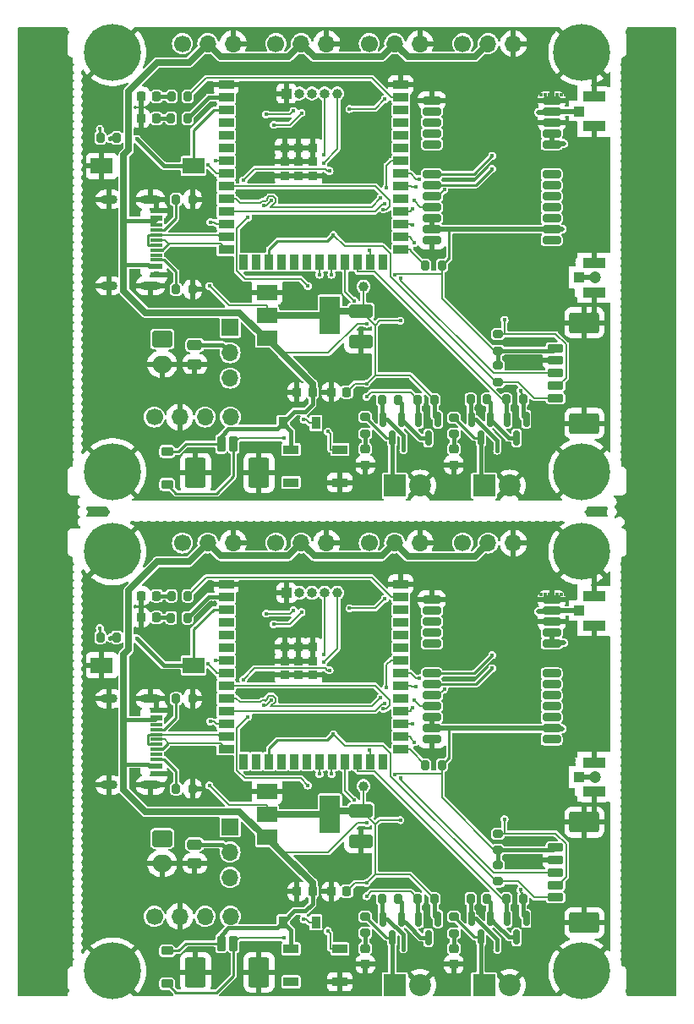
<source format=gbr>
%TF.GenerationSoftware,KiCad,Pcbnew,7.0.11*%
%TF.CreationDate,2024-05-24T13:54:11+08:00*%
%TF.ProjectId,panel,70616e65-6c2e-46b6-9963-61645f706362,rev?*%
%TF.SameCoordinates,Original*%
%TF.FileFunction,Copper,L1,Top*%
%TF.FilePolarity,Positive*%
%FSLAX46Y46*%
G04 Gerber Fmt 4.6, Leading zero omitted, Abs format (unit mm)*
G04 Created by KiCad (PCBNEW 7.0.11) date 2024-05-24 13:54:11*
%MOMM*%
%LPD*%
G01*
G04 APERTURE LIST*
G04 Aperture macros list*
%AMRoundRect*
0 Rectangle with rounded corners*
0 $1 Rounding radius*
0 $2 $3 $4 $5 $6 $7 $8 $9 X,Y pos of 4 corners*
0 Add a 4 corners polygon primitive as box body*
4,1,4,$2,$3,$4,$5,$6,$7,$8,$9,$2,$3,0*
0 Add four circle primitives for the rounded corners*
1,1,$1+$1,$2,$3*
1,1,$1+$1,$4,$5*
1,1,$1+$1,$6,$7*
1,1,$1+$1,$8,$9*
0 Add four rect primitives between the rounded corners*
20,1,$1+$1,$2,$3,$4,$5,0*
20,1,$1+$1,$4,$5,$6,$7,0*
20,1,$1+$1,$6,$7,$8,$9,0*
20,1,$1+$1,$8,$9,$2,$3,0*%
G04 Aperture macros list end*
%TA.AperFunction,SMDPad,CuDef*%
%ADD10R,1.500000X0.900000*%
%TD*%
%TA.AperFunction,SMDPad,CuDef*%
%ADD11R,0.900000X1.500000*%
%TD*%
%TA.AperFunction,SMDPad,CuDef*%
%ADD12R,0.900000X0.900000*%
%TD*%
%TA.AperFunction,ComponentPad*%
%ADD13C,5.700000*%
%TD*%
%TA.AperFunction,SMDPad,CuDef*%
%ADD14RoundRect,0.218750X0.256250X-0.218750X0.256250X0.218750X-0.256250X0.218750X-0.256250X-0.218750X0*%
%TD*%
%TA.AperFunction,SMDPad,CuDef*%
%ADD15RoundRect,0.200000X0.200000X0.275000X-0.200000X0.275000X-0.200000X-0.275000X0.200000X-0.275000X0*%
%TD*%
%TA.AperFunction,ComponentPad*%
%ADD16R,2.200000X2.200000*%
%TD*%
%TA.AperFunction,ComponentPad*%
%ADD17C,2.200000*%
%TD*%
%TA.AperFunction,SMDPad,CuDef*%
%ADD18R,2.180000X1.600000*%
%TD*%
%TA.AperFunction,SMDPad,CuDef*%
%ADD19RoundRect,0.218750X-0.218750X-0.256250X0.218750X-0.256250X0.218750X0.256250X-0.218750X0.256250X0*%
%TD*%
%TA.AperFunction,SMDPad,CuDef*%
%ADD20R,1.160000X0.600000*%
%TD*%
%TA.AperFunction,SMDPad,CuDef*%
%ADD21R,1.160000X0.300000*%
%TD*%
%TA.AperFunction,ComponentPad*%
%ADD22O,2.000000X0.900000*%
%TD*%
%TA.AperFunction,ComponentPad*%
%ADD23O,1.700000X0.900000*%
%TD*%
%TA.AperFunction,SMDPad,CuDef*%
%ADD24R,1.050000X1.000000*%
%TD*%
%TA.AperFunction,SMDPad,CuDef*%
%ADD25R,2.200000X1.050000*%
%TD*%
%TA.AperFunction,SMDPad,CuDef*%
%ADD26RoundRect,0.225000X-0.375000X0.225000X-0.375000X-0.225000X0.375000X-0.225000X0.375000X0.225000X0*%
%TD*%
%TA.AperFunction,SMDPad,CuDef*%
%ADD27RoundRect,0.200000X-0.275000X0.200000X-0.275000X-0.200000X0.275000X-0.200000X0.275000X0.200000X0*%
%TD*%
%TA.AperFunction,SMDPad,CuDef*%
%ADD28R,2.000000X1.500000*%
%TD*%
%TA.AperFunction,SMDPad,CuDef*%
%ADD29R,2.000000X3.800000*%
%TD*%
%TA.AperFunction,SMDPad,CuDef*%
%ADD30RoundRect,0.200000X0.600000X-0.200000X0.600000X0.200000X-0.600000X0.200000X-0.600000X-0.200000X0*%
%TD*%
%TA.AperFunction,SMDPad,CuDef*%
%ADD31RoundRect,0.250001X1.249999X-0.799999X1.249999X0.799999X-1.249999X0.799999X-1.249999X-0.799999X0*%
%TD*%
%TA.AperFunction,ComponentPad*%
%ADD32C,1.700000*%
%TD*%
%TA.AperFunction,ComponentPad*%
%ADD33O,1.700000X1.700000*%
%TD*%
%TA.AperFunction,SMDPad,CuDef*%
%ADD34RoundRect,0.200000X-0.200000X-0.275000X0.200000X-0.275000X0.200000X0.275000X-0.200000X0.275000X0*%
%TD*%
%TA.AperFunction,SMDPad,CuDef*%
%ADD35RoundRect,0.200000X-0.200000X-0.600000X0.200000X-0.600000X0.200000X0.600000X-0.200000X0.600000X0*%
%TD*%
%TA.AperFunction,SMDPad,CuDef*%
%ADD36RoundRect,0.250001X-0.799999X-1.249999X0.799999X-1.249999X0.799999X1.249999X-0.799999X1.249999X0*%
%TD*%
%TA.AperFunction,SMDPad,CuDef*%
%ADD37RoundRect,0.150000X-0.150000X0.587500X-0.150000X-0.587500X0.150000X-0.587500X0.150000X0.587500X0*%
%TD*%
%TA.AperFunction,SMDPad,CuDef*%
%ADD38RoundRect,0.250000X-0.925000X0.412500X-0.925000X-0.412500X0.925000X-0.412500X0.925000X0.412500X0*%
%TD*%
%TA.AperFunction,ComponentPad*%
%ADD39RoundRect,0.250000X-0.750000X0.600000X-0.750000X-0.600000X0.750000X-0.600000X0.750000X0.600000X0*%
%TD*%
%TA.AperFunction,ComponentPad*%
%ADD40O,2.000000X1.700000*%
%TD*%
%TA.AperFunction,SMDPad,CuDef*%
%ADD41RoundRect,0.200000X0.275000X-0.200000X0.275000X0.200000X-0.275000X0.200000X-0.275000X-0.200000X0*%
%TD*%
%TA.AperFunction,SMDPad,CuDef*%
%ADD42RoundRect,0.250000X-0.475000X0.250000X-0.475000X-0.250000X0.475000X-0.250000X0.475000X0.250000X0*%
%TD*%
%TA.AperFunction,ComponentPad*%
%ADD43R,1.700000X1.700000*%
%TD*%
%TA.AperFunction,SMDPad,CuDef*%
%ADD44RoundRect,0.225000X0.225000X0.250000X-0.225000X0.250000X-0.225000X-0.250000X0.225000X-0.250000X0*%
%TD*%
%TA.AperFunction,SMDPad,CuDef*%
%ADD45C,1.000000*%
%TD*%
%TA.AperFunction,SMDPad,CuDef*%
%ADD46R,0.900000X1.200000*%
%TD*%
%TA.AperFunction,SMDPad,CuDef*%
%ADD47RoundRect,0.200000X0.700000X0.200000X-0.700000X0.200000X-0.700000X-0.200000X0.700000X-0.200000X0*%
%TD*%
%TA.AperFunction,ComponentPad*%
%ADD48C,1.000000*%
%TD*%
%TA.AperFunction,ComponentPad*%
%ADD49O,1.000000X1.000000*%
%TD*%
%TA.AperFunction,ComponentPad*%
%ADD50R,1.000000X1.000000*%
%TD*%
%TA.AperFunction,ComponentPad*%
%ADD51C,1.200000*%
%TD*%
%TA.AperFunction,ViaPad*%
%ADD52C,0.400000*%
%TD*%
%TA.AperFunction,Conductor*%
%ADD53C,0.200000*%
%TD*%
%TA.AperFunction,Conductor*%
%ADD54C,0.508000*%
%TD*%
%TA.AperFunction,Conductor*%
%ADD55C,0.381000*%
%TD*%
%TA.AperFunction,Conductor*%
%ADD56C,0.228600*%
%TD*%
%TA.AperFunction,Conductor*%
%ADD57C,0.635000*%
%TD*%
G04 APERTURE END LIST*
D10*
%TO.P,U8,1,GND*%
%TO.N,Board_0-GND*%
X92879648Y-26245063D03*
%TO.P,U8,2,3V3*%
%TO.N,Board_0-+3V3*%
X92879648Y-27515063D03*
%TO.P,U8,3,EN*%
%TO.N,Board_0-RST*%
X92879648Y-28785063D03*
%TO.P,U8,4,IO4*%
%TO.N,Board_0-unconnected-(U8-IO4-Pad4)*%
X92879648Y-30055063D03*
%TO.P,U8,5,IO5*%
%TO.N,Board_0-unconnected-(U8-IO5-Pad5)*%
X92879648Y-31325063D03*
%TO.P,U8,6,IO6*%
%TO.N,Board_0-unconnected-(U8-IO6-Pad6)*%
X92879648Y-32595063D03*
%TO.P,U8,7,IO7*%
%TO.N,Board_0-SD_D2*%
X92879648Y-33865063D03*
%TO.P,U8,8,IO15*%
%TO.N,Board_0-IMU_INT*%
X92879648Y-35135063D03*
%TO.P,U8,9,IO16*%
%TO.N,Board_0-EXT_INT*%
X92879648Y-36405063D03*
%TO.P,U8,10,IO17*%
%TO.N,Board_0-RX1*%
X92879648Y-37675063D03*
%TO.P,U8,11,IO18*%
%TO.N,Board_0-TX1*%
X92879648Y-38945063D03*
%TO.P,U8,12,IO8*%
%TO.N,Board_0-SCL*%
X92879648Y-40215063D03*
%TO.P,U8,13,IO19*%
%TO.N,Board_0-D-*%
X92879648Y-41485063D03*
%TO.P,U8,14,IO20*%
%TO.N,Board_0-D+*%
X92879648Y-42755063D03*
D11*
%TO.P,U8,15,IO3*%
%TO.N,Board_0-unconnected-(U8-IO3-Pad15)*%
X94644648Y-44005063D03*
%TO.P,U8,16,IO46*%
%TO.N,Board_0-unconnected-(U8-IO46-Pad16)*%
X95914648Y-44005063D03*
%TO.P,U8,17,IO9*%
%TO.N,Board_0-SDA*%
X97184648Y-44005063D03*
%TO.P,U8,18,IO10*%
%TO.N,Board_0-SD_D3*%
X98454648Y-44005063D03*
%TO.P,U8,19,IO11*%
%TO.N,Board_0-SD_CMD*%
X99724648Y-44005063D03*
%TO.P,U8,20,IO12*%
%TO.N,Board_0-SD_CLK*%
X100994648Y-44005063D03*
%TO.P,U8,21,IO13*%
%TO.N,Board_0-SD_D0*%
X102264648Y-44005063D03*
%TO.P,U8,22,IO14*%
%TO.N,Board_0-SD_D1*%
X103534648Y-44005063D03*
%TO.P,U8,23,IO21*%
%TO.N,Board_0-LORA_SS*%
X104804648Y-44005063D03*
%TO.P,U8,24,IO47*%
%TO.N,Board_0-FIRE0*%
X106074648Y-44005063D03*
%TO.P,U8,25,IO48*%
%TO.N,Board_0-FIRE1*%
X107344648Y-44005063D03*
%TO.P,U8,26,IO45*%
%TO.N,Board_0-unconnected-(U8-IO45-Pad26)*%
X108614648Y-44005063D03*
D10*
%TO.P,U8,27,IO0*%
%TO.N,Board_0-IO0*%
X110379648Y-42755063D03*
%TO.P,U8,28,IO35*%
%TO.N,Board_0-MOSI_1*%
X110379648Y-41485063D03*
%TO.P,U8,29,IO36*%
%TO.N,Board_0-SCK_1*%
X110379648Y-40215063D03*
%TO.P,U8,30,IO37*%
%TO.N,Board_0-MISO_1*%
X110379648Y-38945063D03*
%TO.P,U8,31,IO38*%
%TO.N,Board_0-unconnected-(U8-IO38-Pad31)*%
X110379648Y-37675063D03*
%TO.P,U8,32,IO39*%
%TO.N,Board_0-LORA_D1*%
X110379648Y-36405063D03*
%TO.P,U8,33,IO40*%
%TO.N,Board_0-LORA_BUSY*%
X110379648Y-35135063D03*
%TO.P,U8,34,IO41*%
%TO.N,Board_0-LORA_RST*%
X110379648Y-33865063D03*
%TO.P,U8,35,IO42*%
%TO.N,Board_0-unconnected-(U8-IO42-Pad35)*%
X110379648Y-32595063D03*
%TO.P,U8,36,RXD0*%
%TO.N,Board_0-unconnected-(U8-RXD0-Pad36)*%
X110379648Y-31325063D03*
%TO.P,U8,37,TXD0*%
%TO.N,Board_0-unconnected-(U8-TXD0-Pad37)*%
X110379648Y-30055063D03*
%TO.P,U8,38,IO2*%
%TO.N,Board_0-unconnected-(U8-IO2-Pad38)*%
X110379648Y-28785063D03*
%TO.P,U8,39,IO1*%
%TO.N,Board_0-INDI*%
X110379648Y-27515063D03*
%TO.P,U8,40,GND*%
%TO.N,Board_0-GND*%
X110379648Y-26245063D03*
D12*
%TO.P,U8,41_1,GND*%
X98729648Y-32565063D03*
%TO.P,U8,41_2,GND*%
X100129648Y-32565063D03*
%TO.P,U8,41_3,GND*%
X101529648Y-32565063D03*
%TO.P,U8,41_4,GND*%
X98729648Y-33965063D03*
%TO.P,U8,41_5,GND*%
X100129648Y-33965063D03*
%TO.P,U8,41_6,GND*%
X101529648Y-33965063D03*
%TO.P,U8,41_7,GND*%
X98729648Y-35365063D03*
%TO.P,U8,41_8,GND*%
X100129648Y-35365063D03*
%TO.P,U8,41_9,GND*%
X101529648Y-35365063D03*
%TD*%
D13*
%TO.P,H2,1,1*%
%TO.N,Board_0-GND*%
X81499948Y-65000063D03*
%TD*%
D14*
%TO.P,D2,1,K*%
%TO.N,Board_0-GND*%
X115685248Y-64302563D03*
%TO.P,D2,2,A*%
%TO.N,Board_0-Net-(D2-A)*%
X115685248Y-62727563D03*
%TD*%
D15*
%TO.P,R18,1*%
%TO.N,Board_1-+3V3*%
X89012148Y-79615077D03*
%TO.P,R18,2*%
%TO.N,Board_1-Net-(D5-A)*%
X87362148Y-79615077D03*
%TD*%
D16*
%TO.P,J7,1,Pin_1*%
%TO.N,Board_0-Net-(J7-Pin_1)*%
X109781248Y-66391263D03*
D17*
%TO.P,J7,2,Pin_2*%
%TO.N,Board_0-GND*%
X112321248Y-66391263D03*
%TD*%
D13*
%TO.P,H4,1,1*%
%TO.N,Board_1-GND*%
X128499948Y-73000077D03*
%TD*%
%TO.P,H2,1,1*%
%TO.N,Board_1-GND*%
X81499948Y-115000077D03*
%TD*%
D18*
%TO.P,SW1,1,1*%
%TO.N,Board_0-GND*%
X80431248Y-34378763D03*
%TO.P,SW1,2,2*%
%TO.N,Board_0-RST*%
X89611248Y-34378763D03*
%TD*%
D13*
%TO.P,H3,1,1*%
%TO.N,Board_1-GND*%
X128499948Y-115000077D03*
%TD*%
D19*
%TO.P,D3,1,K*%
%TO.N,Board_1-GND*%
X84332148Y-77415077D03*
%TO.P,D3,2,A*%
%TO.N,Board_1-Net-(D3-A)*%
X85907148Y-77415077D03*
%TD*%
D20*
%TO.P,J3,A1,GND*%
%TO.N,Board_1-GND*%
X85879648Y-88845077D03*
%TO.P,J3,A4,VBUS*%
%TO.N,Board_1-+5V*%
X85879648Y-89645077D03*
D21*
%TO.P,J3,A5,CC1*%
%TO.N,Board_1-cc1*%
X85879648Y-90795077D03*
%TO.P,J3,A6,D+*%
%TO.N,Board_1-D+*%
X85879648Y-91795077D03*
%TO.P,J3,A7,D-*%
%TO.N,Board_1-D-*%
X85879648Y-92295077D03*
%TO.P,J3,A8,SBU1*%
%TO.N,Board_1-unconnected-(J3-SBU1-PadA8)*%
X85879648Y-93295077D03*
D20*
%TO.P,J3,A9,VBUS*%
%TO.N,Board_1-+5V*%
X85879648Y-94445077D03*
%TO.P,J3,A12,GND*%
%TO.N,Board_1-GND*%
X85879648Y-95245077D03*
%TO.P,J3,B1,GND*%
X85879648Y-95245077D03*
%TO.P,J3,B4,VBUS*%
%TO.N,Board_1-+5V*%
X85879648Y-94445077D03*
D21*
%TO.P,J3,B5,CC2*%
%TO.N,Board_1-cc2*%
X85879648Y-93795077D03*
%TO.P,J3,B6,D+*%
%TO.N,Board_1-D+*%
X85879648Y-92795077D03*
%TO.P,J3,B7,D-*%
%TO.N,Board_1-D-*%
X85879648Y-91295077D03*
%TO.P,J3,B8,SBU2*%
%TO.N,Board_1-unconnected-(J3-SBU2-PadB8)*%
X85879648Y-90295077D03*
D20*
%TO.P,J3,B9,VBUS*%
%TO.N,Board_1-+5V*%
X85879648Y-89645077D03*
%TO.P,J3,B12,GND*%
%TO.N,Board_1-GND*%
X85879648Y-88845077D03*
D22*
%TO.P,J3,S1,SHIELD*%
X85299648Y-87725077D03*
D23*
X81129648Y-87725077D03*
D22*
X85299648Y-96365077D03*
D23*
X81129648Y-96365077D03*
%TD*%
D24*
%TO.P,J10,1,In*%
%TO.N,Board_0-Net-(J10-In)*%
X128196248Y-45568763D03*
D25*
%TO.P,J10,2,Ext*%
%TO.N,Board_0-GND*%
X129721248Y-44093763D03*
X129721248Y-47043763D03*
%TD*%
D26*
%TO.P,D9,1,K*%
%TO.N,Board_0-+5V*%
X86979648Y-62965063D03*
%TO.P,D9,2,A*%
%TO.N,Board_0-Net-(D9-A)*%
X86979648Y-66265063D03*
%TD*%
D27*
%TO.P,R4,1*%
%TO.N,Board_1-+3V3*%
X120099948Y-104375077D03*
%TO.P,R4,2*%
%TO.N,Board_1-SDA*%
X120099948Y-106025077D03*
%TD*%
D28*
%TO.P,U1,1,GND*%
%TO.N,Board_1-GND*%
X96979648Y-97015077D03*
%TO.P,U1,2,VO*%
%TO.N,Board_1-+3V3*%
X96979648Y-99315077D03*
D29*
X103279648Y-99315077D03*
D28*
%TO.P,U1,3,VI*%
%TO.N,Board_1-+5V*%
X96979648Y-101615077D03*
%TD*%
D30*
%TO.P,J2,1,Pin_1*%
%TO.N,Board_1-SDA*%
X125868648Y-107618677D03*
%TO.P,J2,2,Pin_2*%
%TO.N,Board_1-SCL*%
X125868648Y-106368677D03*
%TO.P,J2,3,Pin_3*%
%TO.N,Board_1-EXT_INT*%
X125868648Y-105118677D03*
%TO.P,J2,4,Pin_4*%
%TO.N,Board_1-GND*%
X125868648Y-103868677D03*
%TO.P,J2,5,Pin_5*%
%TO.N,Board_1-+3V3*%
X125868648Y-102618677D03*
D31*
%TO.P,J2,MP,MountPin*%
%TO.N,Board_1-GND*%
X128768648Y-110168677D03*
X128768648Y-100068677D03*
%TD*%
D15*
%TO.P,R19,1*%
%TO.N,Board_0-INDI*%
X89047148Y-27415063D03*
%TO.P,R19,2*%
%TO.N,Board_0-Net-(D3-A)*%
X87397148Y-27415063D03*
%TD*%
D30*
%TO.P,J2,1,Pin_1*%
%TO.N,Board_0-SDA*%
X125868648Y-57618663D03*
%TO.P,J2,2,Pin_2*%
%TO.N,Board_0-SCL*%
X125868648Y-56368663D03*
%TO.P,J2,3,Pin_3*%
%TO.N,Board_0-EXT_INT*%
X125868648Y-55118663D03*
%TO.P,J2,4,Pin_4*%
%TO.N,Board_0-GND*%
X125868648Y-53868663D03*
%TO.P,J2,5,Pin_5*%
%TO.N,Board_0-+3V3*%
X125868648Y-52618663D03*
D31*
%TO.P,J2,MP,MountPin*%
%TO.N,Board_0-GND*%
X128768648Y-60168663D03*
X128768648Y-50068663D03*
%TD*%
D28*
%TO.P,U1,1,GND*%
%TO.N,Board_0-GND*%
X96979648Y-47015063D03*
%TO.P,U1,2,VO*%
%TO.N,Board_0-+3V3*%
X96979648Y-49315063D03*
D29*
X103279648Y-49315063D03*
D28*
%TO.P,U1,3,VI*%
%TO.N,Board_0-+5V*%
X96979648Y-51615063D03*
%TD*%
D32*
%TO.P,M3,1,PWM*%
%TO.N,Board_1-SERVO2*%
X107221248Y-72128777D03*
D33*
%TO.P,M3,2,+*%
%TO.N,Board_1-+5V*%
X109761248Y-72128777D03*
%TO.P,M3,3,-*%
%TO.N,Board_1-GND*%
X112301248Y-72128777D03*
%TD*%
D34*
%TO.P,R1,1*%
%TO.N,Board_0-+3V3*%
X80279648Y-31565063D03*
%TO.P,R1,2*%
%TO.N,Board_0-RST*%
X81929648Y-31565063D03*
%TD*%
D14*
%TO.P,D4,1,K*%
%TO.N,Board_1-GND*%
X106821248Y-114302577D03*
%TO.P,D4,2,A*%
%TO.N,Board_1-Net-(D4-A)*%
X106821248Y-112727577D03*
%TD*%
D15*
%TO.P,R16,1*%
%TO.N,Board_1-+3V3*%
X122610248Y-107761277D03*
%TO.P,R16,2*%
%TO.N,Board_1-FIRE0*%
X120960248Y-107761277D03*
%TD*%
D35*
%TO.P,J14,1,Pin_1*%
%TO.N,Board_0-+5V*%
X92379648Y-62215063D03*
%TO.P,J14,2,Pin_2*%
%TO.N,Board_0-Net-(D9-A)*%
X93629648Y-62215063D03*
D36*
%TO.P,J14,MP,MountPin*%
%TO.N,Board_0-GND*%
X89829648Y-65115063D03*
X96179648Y-65115063D03*
%TD*%
D15*
%TO.P,R2,1*%
%TO.N,Board_1-+3V3*%
X114479648Y-94365077D03*
%TO.P,R2,2*%
%TO.N,Board_1-IO0*%
X112829648Y-94365077D03*
%TD*%
D32*
%TO.P,M1,1,PWM*%
%TO.N,Board_1-SERVO0*%
X88504548Y-72128777D03*
D33*
%TO.P,M1,2,+*%
%TO.N,Board_1-+5V*%
X91044548Y-72128777D03*
%TO.P,M1,3,-*%
%TO.N,Board_1-GND*%
X93584548Y-72128777D03*
%TD*%
D20*
%TO.P,J3,A1,GND*%
%TO.N,Board_0-GND*%
X85879648Y-38845063D03*
%TO.P,J3,A4,VBUS*%
%TO.N,Board_0-+5V*%
X85879648Y-39645063D03*
D21*
%TO.P,J3,A5,CC1*%
%TO.N,Board_0-cc1*%
X85879648Y-40795063D03*
%TO.P,J3,A6,D+*%
%TO.N,Board_0-D+*%
X85879648Y-41795063D03*
%TO.P,J3,A7,D-*%
%TO.N,Board_0-D-*%
X85879648Y-42295063D03*
%TO.P,J3,A8,SBU1*%
%TO.N,Board_0-unconnected-(J3-SBU1-PadA8)*%
X85879648Y-43295063D03*
D20*
%TO.P,J3,A9,VBUS*%
%TO.N,Board_0-+5V*%
X85879648Y-44445063D03*
%TO.P,J3,A12,GND*%
%TO.N,Board_0-GND*%
X85879648Y-45245063D03*
%TO.P,J3,B1,GND*%
X85879648Y-45245063D03*
%TO.P,J3,B4,VBUS*%
%TO.N,Board_0-+5V*%
X85879648Y-44445063D03*
D21*
%TO.P,J3,B5,CC2*%
%TO.N,Board_0-cc2*%
X85879648Y-43795063D03*
%TO.P,J3,B6,D+*%
%TO.N,Board_0-D+*%
X85879648Y-42795063D03*
%TO.P,J3,B7,D-*%
%TO.N,Board_0-D-*%
X85879648Y-41295063D03*
%TO.P,J3,B8,SBU2*%
%TO.N,Board_0-unconnected-(J3-SBU2-PadB8)*%
X85879648Y-40295063D03*
D20*
%TO.P,J3,B9,VBUS*%
%TO.N,Board_0-+5V*%
X85879648Y-39645063D03*
%TO.P,J3,B12,GND*%
%TO.N,Board_0-GND*%
X85879648Y-38845063D03*
D22*
%TO.P,J3,S1,SHIELD*%
X85299648Y-37725063D03*
D23*
X81129648Y-37725063D03*
D22*
X85299648Y-46365063D03*
D23*
X81129648Y-46365063D03*
%TD*%
D37*
%TO.P,Q3,1,G*%
%TO.N,Board_0-Net-(Q1-D)*%
X119335248Y-59723763D03*
%TO.P,Q3,2,S*%
%TO.N,Board_0-+BATT*%
X117435248Y-59723763D03*
%TO.P,Q3,3,D*%
%TO.N,Board_0-Net-(J6-Pin_1)*%
X118385248Y-61598763D03*
%TD*%
D19*
%TO.P,D5,1,K*%
%TO.N,Board_0-GND*%
X84329648Y-29595063D03*
%TO.P,D5,2,A*%
%TO.N,Board_0-Net-(D5-A)*%
X85904648Y-29595063D03*
%TD*%
D38*
%TO.P,C12,1*%
%TO.N,Board_1-+3V3*%
X106379648Y-98927577D03*
%TO.P,C12,2*%
%TO.N,Board_1-GND*%
X106379648Y-102002577D03*
%TD*%
D34*
%TO.P,R5,1*%
%TO.N,Board_0-cc1*%
X87869948Y-37725063D03*
%TO.P,R5,2*%
%TO.N,Board_0-GND*%
X89519948Y-37725063D03*
%TD*%
%TO.P,R20,1*%
%TO.N,Board_1-+BATT*%
X117360248Y-107761277D03*
%TO.P,R20,2*%
%TO.N,Board_1-Net-(Q1-D)*%
X119010248Y-107761277D03*
%TD*%
%TO.P,R24,1*%
%TO.N,Board_1-+BATT*%
X108496248Y-107791277D03*
%TO.P,R24,2*%
%TO.N,Board_1-Net-(Q4-D)*%
X110146248Y-107791277D03*
%TD*%
D16*
%TO.P,J6,1,Pin_1*%
%TO.N,Board_0-Net-(J6-Pin_1)*%
X118717248Y-66391263D03*
D17*
%TO.P,J6,2,Pin_2*%
%TO.N,Board_0-GND*%
X121257248Y-66391263D03*
%TD*%
D37*
%TO.P,Q4,1,G*%
%TO.N,Board_1-+3V3*%
X114071248Y-109753777D03*
%TO.P,Q4,2,S*%
%TO.N,Board_1-FIRE1*%
X112171248Y-109753777D03*
%TO.P,Q4,3,D*%
%TO.N,Board_1-Net-(Q4-D)*%
X113121248Y-111628777D03*
%TD*%
D39*
%TO.P,J1,1,Pin_1*%
%TO.N,Board_1-Net-(D6-A2)*%
X86479648Y-101715077D03*
D40*
%TO.P,J1,2,Pin_2*%
%TO.N,Board_1-GND*%
X86479648Y-104215077D03*
%TD*%
D14*
%TO.P,D4,1,K*%
%TO.N,Board_0-GND*%
X106821248Y-64302563D03*
%TO.P,D4,2,A*%
%TO.N,Board_0-Net-(D4-A)*%
X106821248Y-62727563D03*
%TD*%
D15*
%TO.P,R19,1*%
%TO.N,Board_1-INDI*%
X89047148Y-77415077D03*
%TO.P,R19,2*%
%TO.N,Board_1-Net-(D3-A)*%
X87397148Y-77415077D03*
%TD*%
D37*
%TO.P,Q1,1,G*%
%TO.N,Board_1-+3V3*%
X122935248Y-109723777D03*
%TO.P,Q1,2,S*%
%TO.N,Board_1-FIRE0*%
X121035248Y-109723777D03*
%TO.P,Q1,3,D*%
%TO.N,Board_1-Net-(Q1-D)*%
X121985248Y-111598777D03*
%TD*%
D41*
%TO.P,R25,1*%
%TO.N,Board_1-Net-(D4-A)*%
X106821248Y-111177577D03*
%TO.P,R25,2*%
%TO.N,Board_1-Net-(J7-Pin_1)*%
X106821248Y-109527577D03*
%TD*%
D42*
%TO.P,C5,1*%
%TO.N,Board_0-+BATT*%
X89729648Y-52315063D03*
%TO.P,C5,2*%
%TO.N,Board_0-GND*%
X89729648Y-54215063D03*
%TD*%
D39*
%TO.P,J1,1,Pin_1*%
%TO.N,Board_0-Net-(D6-A2)*%
X86479648Y-51715063D03*
D40*
%TO.P,J1,2,Pin_2*%
%TO.N,Board_0-GND*%
X86479648Y-54215063D03*
%TD*%
D13*
%TO.P,H4,1,1*%
%TO.N,Board_0-GND*%
X128499948Y-23000063D03*
%TD*%
D41*
%TO.P,R6,1*%
%TO.N,Board_0-+3V3*%
X120099948Y-52875063D03*
%TO.P,R6,2*%
%TO.N,Board_0-SCL*%
X120099948Y-51225063D03*
%TD*%
D24*
%TO.P,J5,1,In*%
%TO.N,Board_0-Net-(J5-In)*%
X128196248Y-28903763D03*
D25*
%TO.P,J5,2,Ext*%
%TO.N,Board_0-GND*%
X129721248Y-27428763D03*
X129721248Y-30378763D03*
%TD*%
D41*
%TO.P,R22,1*%
%TO.N,Board_1-Net-(D2-A)*%
X115685248Y-111215077D03*
%TO.P,R22,2*%
%TO.N,Board_1-Net-(J6-Pin_1)*%
X115685248Y-109565077D03*
%TD*%
D24*
%TO.P,J5,1,In*%
%TO.N,Board_1-Net-(J5-In)*%
X128196248Y-78903777D03*
D25*
%TO.P,J5,2,Ext*%
%TO.N,Board_1-GND*%
X129721248Y-77428777D03*
X129721248Y-80378777D03*
%TD*%
D43*
%TO.P,J13,1,Pin_1*%
%TO.N,Board_1-Net-(J13-Pin_1)*%
X93279648Y-100540077D03*
D33*
%TO.P,J13,2,Pin_2*%
%TO.N,Board_1-+BATT*%
X93279648Y-103080077D03*
%TO.P,J13,3,Pin_3*%
%TO.N,Board_1-Net-(J11-Pin_3)*%
X93279648Y-105620077D03*
%TD*%
D41*
%TO.P,R6,1*%
%TO.N,Board_1-+3V3*%
X120099948Y-102875077D03*
%TO.P,R6,2*%
%TO.N,Board_1-SCL*%
X120099948Y-101225077D03*
%TD*%
D35*
%TO.P,J14,1,Pin_1*%
%TO.N,Board_1-+5V*%
X92379648Y-112215077D03*
%TO.P,J14,2,Pin_2*%
%TO.N,Board_1-Net-(D9-A)*%
X93629648Y-112215077D03*
D36*
%TO.P,J14,MP,MountPin*%
%TO.N,Board_1-GND*%
X89829648Y-115115077D03*
X96179648Y-115115077D03*
%TD*%
D41*
%TO.P,R22,1*%
%TO.N,Board_0-Net-(D2-A)*%
X115685248Y-61215063D03*
%TO.P,R22,2*%
%TO.N,Board_0-Net-(J6-Pin_1)*%
X115685248Y-59565063D03*
%TD*%
D44*
%TO.P,C6,1*%
%TO.N,Board_0-+5V*%
X101534948Y-57035063D03*
%TO.P,C6,2*%
%TO.N,Board_0-GND*%
X99984948Y-57035063D03*
%TD*%
D37*
%TO.P,Q1,1,G*%
%TO.N,Board_0-+3V3*%
X122935248Y-59723763D03*
%TO.P,Q1,2,S*%
%TO.N,Board_0-FIRE0*%
X121035248Y-59723763D03*
%TO.P,Q1,3,D*%
%TO.N,Board_0-Net-(Q1-D)*%
X121985248Y-61598763D03*
%TD*%
D10*
%TO.P,D7,1,VDD*%
%TO.N,Board_0-+5V*%
X99379648Y-62765063D03*
%TO.P,D7,2,DOUT*%
%TO.N,Board_0-unconnected-(D7-DOUT-Pad2)*%
X99379648Y-66065063D03*
%TO.P,D7,3,VSS*%
%TO.N,Board_0-GND*%
X104279648Y-66065063D03*
%TO.P,D7,4,DIN*%
%TO.N,Board_0-RGB*%
X104279648Y-62765063D03*
%TD*%
D44*
%TO.P,C10,1*%
%TO.N,Board_1-+3V3*%
X104944948Y-107015077D03*
%TO.P,C10,2*%
%TO.N,Board_1-GND*%
X103394948Y-107015077D03*
%TD*%
D45*
%TO.P,TP2,1,1*%
%TO.N,Board_1-+3V3*%
X106629648Y-96465077D03*
%TD*%
D10*
%TO.P,D7,1,VDD*%
%TO.N,Board_1-+5V*%
X99379648Y-112765077D03*
%TO.P,D7,2,DOUT*%
%TO.N,Board_1-unconnected-(D7-DOUT-Pad2)*%
X99379648Y-116065077D03*
%TO.P,D7,3,VSS*%
%TO.N,Board_1-GND*%
X104279648Y-116065077D03*
%TO.P,D7,4,DIN*%
%TO.N,Board_1-RGB*%
X104279648Y-112765077D03*
%TD*%
D15*
%TO.P,R18,1*%
%TO.N,Board_0-+3V3*%
X89012148Y-29615063D03*
%TO.P,R18,2*%
%TO.N,Board_0-Net-(D5-A)*%
X87362148Y-29615063D03*
%TD*%
D13*
%TO.P,H1,1,1*%
%TO.N,Board_1-GND*%
X81499948Y-73000077D03*
%TD*%
D32*
%TO.P,M2,1,PWM*%
%TO.N,Board_1-SERVO1*%
X97862948Y-72128777D03*
D33*
%TO.P,M2,2,+*%
%TO.N,Board_1-+5V*%
X100402948Y-72128777D03*
%TO.P,M2,3,-*%
%TO.N,Board_1-GND*%
X102942948Y-72128777D03*
%TD*%
D19*
%TO.P,D3,1,K*%
%TO.N,Board_0-GND*%
X84332148Y-27415063D03*
%TO.P,D3,2,A*%
%TO.N,Board_0-Net-(D3-A)*%
X85907148Y-27415063D03*
%TD*%
D16*
%TO.P,J6,1,Pin_1*%
%TO.N,Board_1-Net-(J6-Pin_1)*%
X118717248Y-116391277D03*
D17*
%TO.P,J6,2,Pin_2*%
%TO.N,Board_1-GND*%
X121257248Y-116391277D03*
%TD*%
D13*
%TO.P,H1,1,1*%
%TO.N,Board_0-GND*%
X81499948Y-23000063D03*
%TD*%
D32*
%TO.P,M2,1,PWM*%
%TO.N,Board_0-SERVO1*%
X97862948Y-22128763D03*
D33*
%TO.P,M2,2,+*%
%TO.N,Board_0-+5V*%
X100402948Y-22128763D03*
%TO.P,M2,3,-*%
%TO.N,Board_0-GND*%
X102942948Y-22128763D03*
%TD*%
D14*
%TO.P,D2,1,K*%
%TO.N,Board_1-GND*%
X115685248Y-114302577D03*
%TO.P,D2,2,A*%
%TO.N,Board_1-Net-(D2-A)*%
X115685248Y-112727577D03*
%TD*%
D43*
%TO.P,J13,1,Pin_1*%
%TO.N,Board_0-Net-(J13-Pin_1)*%
X93279648Y-50540063D03*
D33*
%TO.P,J13,2,Pin_2*%
%TO.N,Board_0-+BATT*%
X93279648Y-53080063D03*
%TO.P,J13,3,Pin_3*%
%TO.N,Board_0-Net-(J11-Pin_3)*%
X93279648Y-55620063D03*
%TD*%
D26*
%TO.P,D9,1,K*%
%TO.N,Board_1-+5V*%
X86979648Y-112965077D03*
%TO.P,D9,2,A*%
%TO.N,Board_1-Net-(D9-A)*%
X86979648Y-116265077D03*
%TD*%
D46*
%TO.P,D8,1,K*%
%TO.N,Board_0-+5V*%
X98579648Y-60115063D03*
%TO.P,D8,2,A*%
%TO.N,Board_0-Net-(D8-A)*%
X101879648Y-60115063D03*
%TD*%
D15*
%TO.P,R16,1*%
%TO.N,Board_0-+3V3*%
X122610248Y-57761263D03*
%TO.P,R16,2*%
%TO.N,Board_0-FIRE0*%
X120960248Y-57761263D03*
%TD*%
D16*
%TO.P,J7,1,Pin_1*%
%TO.N,Board_1-Net-(J7-Pin_1)*%
X109781248Y-116391277D03*
D17*
%TO.P,J7,2,Pin_2*%
%TO.N,Board_1-GND*%
X112321248Y-116391277D03*
%TD*%
D32*
%TO.P,M4,1,PWM*%
%TO.N,Board_0-SERVO3*%
X116579548Y-22128763D03*
D33*
%TO.P,M4,2,+*%
%TO.N,Board_0-+5V*%
X119119548Y-22128763D03*
%TO.P,M4,3,-*%
%TO.N,Board_0-GND*%
X121659548Y-22128763D03*
%TD*%
D37*
%TO.P,Q5,1,G*%
%TO.N,Board_0-Net-(Q4-D)*%
X110471248Y-59753763D03*
%TO.P,Q5,2,S*%
%TO.N,Board_0-+BATT*%
X108571248Y-59753763D03*
%TO.P,Q5,3,D*%
%TO.N,Board_0-Net-(J7-Pin_1)*%
X109521248Y-61628763D03*
%TD*%
D47*
%TO.P,U7,1,~{SAFEBOOT}*%
%TO.N,Board_0-unconnected-(U7-~{SAFEBOOT}-Pad1)*%
X125481248Y-41798763D03*
%TO.P,U7,2,D_SEL*%
%TO.N,Board_0-+3V3*%
X125481248Y-40698763D03*
%TO.P,U7,3,TIMEPULSE*%
%TO.N,Board_0-unconnected-(U7-TIMEPULSE-Pad3)*%
X125481248Y-39598763D03*
%TO.P,U7,4,EXTINT*%
%TO.N,Board_0-unconnected-(U7-EXTINT-Pad4)*%
X125481248Y-38498763D03*
%TO.P,U7,5,USB_DM*%
%TO.N,Board_0-unconnected-(U7-USB_DM-Pad5)*%
X125481248Y-37398763D03*
%TO.P,U7,6,USB_DP*%
%TO.N,Board_0-unconnected-(U7-USB_DP-Pad6)*%
X125481248Y-36298763D03*
%TO.P,U7,7,VDD_USB*%
%TO.N,Board_0-unconnected-(U7-VDD_USB-Pad7)*%
X125481248Y-35198763D03*
%TO.P,U7,8,~{RESET}*%
%TO.N,Board_0-+3V3*%
X125481248Y-32198763D03*
%TO.P,U7,9,VCC_RF*%
X125481248Y-31098763D03*
%TO.P,U7,10,GND*%
%TO.N,Board_0-GND*%
X125481248Y-29998763D03*
%TO.P,U7,11,RF_IN*%
%TO.N,Board_0-Net-(J5-In)*%
X125481248Y-28898763D03*
%TO.P,U7,12,GND*%
%TO.N,Board_0-GND*%
X125481248Y-27798763D03*
%TO.P,U7,13,GND*%
X113481248Y-27798763D03*
%TO.P,U7,14,RESERVED*%
%TO.N,Board_0-unconnected-(U7-RESERVED-Pad14)*%
X113481248Y-28898763D03*
%TO.P,U7,15,RESERVED*%
%TO.N,Board_0-unconnected-(U7-RESERVED-Pad15)*%
X113481248Y-29998763D03*
%TO.P,U7,16,RESERVED*%
%TO.N,Board_0-unconnected-(U7-RESERVED-Pad16)*%
X113481248Y-31098763D03*
%TO.P,U7,17,RESERVED*%
%TO.N,Board_0-unconnected-(U7-RESERVED-Pad17)*%
X113481248Y-32198763D03*
%TO.P,U7,18,SDA/~{SPI_CS}*%
%TO.N,Board_0-Net-(U6-SDA)*%
X113481248Y-35198763D03*
%TO.P,U7,19,SCL/SPI_CLK*%
%TO.N,Board_0-Net-(U6-SCL)*%
X113481248Y-36298763D03*
%TO.P,U7,20,TXD/SPI_MISO*%
%TO.N,Board_0-RX1*%
X113481248Y-37398763D03*
%TO.P,U7,21,RXD/SPI_MOSI*%
%TO.N,Board_0-TX1*%
X113481248Y-38498763D03*
%TO.P,U7,22,V_BCKP*%
%TO.N,Board_0-+3V3*%
X113481248Y-39598763D03*
%TO.P,U7,23,VCC*%
X113481248Y-40698763D03*
%TO.P,U7,24,GND*%
%TO.N,Board_0-GND*%
X113481248Y-41798763D03*
%TD*%
D46*
%TO.P,D8,1,K*%
%TO.N,Board_1-+5V*%
X98579648Y-110115077D03*
%TO.P,D8,2,A*%
%TO.N,Board_1-Net-(D8-A)*%
X101879648Y-110115077D03*
%TD*%
D13*
%TO.P,H3,1,1*%
%TO.N,Board_0-GND*%
X128499948Y-65000063D03*
%TD*%
D45*
%TO.P,TP2,1,1*%
%TO.N,Board_0-+3V3*%
X106629648Y-46465063D03*
%TD*%
D24*
%TO.P,J10,1,In*%
%TO.N,Board_1-Net-(J10-In)*%
X128196248Y-95568777D03*
D25*
%TO.P,J10,2,Ext*%
%TO.N,Board_1-GND*%
X129721248Y-94093777D03*
X129721248Y-97043777D03*
%TD*%
D15*
%TO.P,R23,1*%
%TO.N,Board_1-+3V3*%
X113746248Y-107791277D03*
%TO.P,R23,2*%
%TO.N,Board_1-FIRE1*%
X112096248Y-107791277D03*
%TD*%
D18*
%TO.P,SW1,1,1*%
%TO.N,Board_1-GND*%
X80431248Y-84378777D03*
%TO.P,SW1,2,2*%
%TO.N,Board_1-RST*%
X89611248Y-84378777D03*
%TD*%
D37*
%TO.P,Q4,1,G*%
%TO.N,Board_0-+3V3*%
X114071248Y-59753763D03*
%TO.P,Q4,2,S*%
%TO.N,Board_0-FIRE1*%
X112171248Y-59753763D03*
%TO.P,Q4,3,D*%
%TO.N,Board_0-Net-(Q4-D)*%
X113121248Y-61628763D03*
%TD*%
D44*
%TO.P,C10,1*%
%TO.N,Board_0-+3V3*%
X104944948Y-57015063D03*
%TO.P,C10,2*%
%TO.N,Board_0-GND*%
X103394948Y-57015063D03*
%TD*%
D34*
%TO.P,R1,1*%
%TO.N,Board_1-+3V3*%
X80279648Y-81565077D03*
%TO.P,R1,2*%
%TO.N,Board_1-RST*%
X81929648Y-81565077D03*
%TD*%
%TO.P,R7,1*%
%TO.N,Board_0-cc2*%
X87869948Y-46725063D03*
%TO.P,R7,2*%
%TO.N,Board_0-GND*%
X89519948Y-46725063D03*
%TD*%
%TO.P,R20,1*%
%TO.N,Board_0-+BATT*%
X117360248Y-57761263D03*
%TO.P,R20,2*%
%TO.N,Board_0-Net-(Q1-D)*%
X119010248Y-57761263D03*
%TD*%
D15*
%TO.P,R2,1*%
%TO.N,Board_0-+3V3*%
X114479648Y-44365063D03*
%TO.P,R2,2*%
%TO.N,Board_0-IO0*%
X112829648Y-44365063D03*
%TD*%
D10*
%TO.P,U8,1,GND*%
%TO.N,Board_1-GND*%
X92879648Y-76245077D03*
%TO.P,U8,2,3V3*%
%TO.N,Board_1-+3V3*%
X92879648Y-77515077D03*
%TO.P,U8,3,EN*%
%TO.N,Board_1-RST*%
X92879648Y-78785077D03*
%TO.P,U8,4,IO4*%
%TO.N,Board_1-unconnected-(U8-IO4-Pad4)*%
X92879648Y-80055077D03*
%TO.P,U8,5,IO5*%
%TO.N,Board_1-unconnected-(U8-IO5-Pad5)*%
X92879648Y-81325077D03*
%TO.P,U8,6,IO6*%
%TO.N,Board_1-unconnected-(U8-IO6-Pad6)*%
X92879648Y-82595077D03*
%TO.P,U8,7,IO7*%
%TO.N,Board_1-SD_D2*%
X92879648Y-83865077D03*
%TO.P,U8,8,IO15*%
%TO.N,Board_1-IMU_INT*%
X92879648Y-85135077D03*
%TO.P,U8,9,IO16*%
%TO.N,Board_1-EXT_INT*%
X92879648Y-86405077D03*
%TO.P,U8,10,IO17*%
%TO.N,Board_1-RX1*%
X92879648Y-87675077D03*
%TO.P,U8,11,IO18*%
%TO.N,Board_1-TX1*%
X92879648Y-88945077D03*
%TO.P,U8,12,IO8*%
%TO.N,Board_1-SCL*%
X92879648Y-90215077D03*
%TO.P,U8,13,IO19*%
%TO.N,Board_1-D-*%
X92879648Y-91485077D03*
%TO.P,U8,14,IO20*%
%TO.N,Board_1-D+*%
X92879648Y-92755077D03*
D11*
%TO.P,U8,15,IO3*%
%TO.N,Board_1-unconnected-(U8-IO3-Pad15)*%
X94644648Y-94005077D03*
%TO.P,U8,16,IO46*%
%TO.N,Board_1-unconnected-(U8-IO46-Pad16)*%
X95914648Y-94005077D03*
%TO.P,U8,17,IO9*%
%TO.N,Board_1-SDA*%
X97184648Y-94005077D03*
%TO.P,U8,18,IO10*%
%TO.N,Board_1-SD_D3*%
X98454648Y-94005077D03*
%TO.P,U8,19,IO11*%
%TO.N,Board_1-SD_CMD*%
X99724648Y-94005077D03*
%TO.P,U8,20,IO12*%
%TO.N,Board_1-SD_CLK*%
X100994648Y-94005077D03*
%TO.P,U8,21,IO13*%
%TO.N,Board_1-SD_D0*%
X102264648Y-94005077D03*
%TO.P,U8,22,IO14*%
%TO.N,Board_1-SD_D1*%
X103534648Y-94005077D03*
%TO.P,U8,23,IO21*%
%TO.N,Board_1-LORA_SS*%
X104804648Y-94005077D03*
%TO.P,U8,24,IO47*%
%TO.N,Board_1-FIRE0*%
X106074648Y-94005077D03*
%TO.P,U8,25,IO48*%
%TO.N,Board_1-FIRE1*%
X107344648Y-94005077D03*
%TO.P,U8,26,IO45*%
%TO.N,Board_1-unconnected-(U8-IO45-Pad26)*%
X108614648Y-94005077D03*
D10*
%TO.P,U8,27,IO0*%
%TO.N,Board_1-IO0*%
X110379648Y-92755077D03*
%TO.P,U8,28,IO35*%
%TO.N,Board_1-MOSI_1*%
X110379648Y-91485077D03*
%TO.P,U8,29,IO36*%
%TO.N,Board_1-SCK_1*%
X110379648Y-90215077D03*
%TO.P,U8,30,IO37*%
%TO.N,Board_1-MISO_1*%
X110379648Y-88945077D03*
%TO.P,U8,31,IO38*%
%TO.N,Board_1-unconnected-(U8-IO38-Pad31)*%
X110379648Y-87675077D03*
%TO.P,U8,32,IO39*%
%TO.N,Board_1-LORA_D1*%
X110379648Y-86405077D03*
%TO.P,U8,33,IO40*%
%TO.N,Board_1-LORA_BUSY*%
X110379648Y-85135077D03*
%TO.P,U8,34,IO41*%
%TO.N,Board_1-LORA_RST*%
X110379648Y-83865077D03*
%TO.P,U8,35,IO42*%
%TO.N,Board_1-unconnected-(U8-IO42-Pad35)*%
X110379648Y-82595077D03*
%TO.P,U8,36,RXD0*%
%TO.N,Board_1-unconnected-(U8-RXD0-Pad36)*%
X110379648Y-81325077D03*
%TO.P,U8,37,TXD0*%
%TO.N,Board_1-unconnected-(U8-TXD0-Pad37)*%
X110379648Y-80055077D03*
%TO.P,U8,38,IO2*%
%TO.N,Board_1-unconnected-(U8-IO2-Pad38)*%
X110379648Y-78785077D03*
%TO.P,U8,39,IO1*%
%TO.N,Board_1-INDI*%
X110379648Y-77515077D03*
%TO.P,U8,40,GND*%
%TO.N,Board_1-GND*%
X110379648Y-76245077D03*
D12*
%TO.P,U8,41_1,GND*%
X98729648Y-82565077D03*
%TO.P,U8,41_2,GND*%
X100129648Y-82565077D03*
%TO.P,U8,41_3,GND*%
X101529648Y-82565077D03*
%TO.P,U8,41_4,GND*%
X98729648Y-83965077D03*
%TO.P,U8,41_5,GND*%
X100129648Y-83965077D03*
%TO.P,U8,41_6,GND*%
X101529648Y-83965077D03*
%TO.P,U8,41_7,GND*%
X98729648Y-85365077D03*
%TO.P,U8,41_8,GND*%
X100129648Y-85365077D03*
%TO.P,U8,41_9,GND*%
X101529648Y-85365077D03*
%TD*%
D27*
%TO.P,R4,1*%
%TO.N,Board_0-+3V3*%
X120099948Y-54375063D03*
%TO.P,R4,2*%
%TO.N,Board_0-SDA*%
X120099948Y-56025063D03*
%TD*%
D37*
%TO.P,Q3,1,G*%
%TO.N,Board_1-Net-(Q1-D)*%
X119335248Y-109723777D03*
%TO.P,Q3,2,S*%
%TO.N,Board_1-+BATT*%
X117435248Y-109723777D03*
%TO.P,Q3,3,D*%
%TO.N,Board_1-Net-(J6-Pin_1)*%
X118385248Y-111598777D03*
%TD*%
D34*
%TO.P,R24,1*%
%TO.N,Board_0-+BATT*%
X108496248Y-57791263D03*
%TO.P,R24,2*%
%TO.N,Board_0-Net-(Q4-D)*%
X110146248Y-57791263D03*
%TD*%
D44*
%TO.P,C6,1*%
%TO.N,Board_1-+5V*%
X101534948Y-107035077D03*
%TO.P,C6,2*%
%TO.N,Board_1-GND*%
X99984948Y-107035077D03*
%TD*%
D32*
%TO.P,M3,1,PWM*%
%TO.N,Board_0-SERVO2*%
X107221248Y-22128763D03*
D33*
%TO.P,M3,2,+*%
%TO.N,Board_0-+5V*%
X109761248Y-22128763D03*
%TO.P,M3,3,-*%
%TO.N,Board_0-GND*%
X112301248Y-22128763D03*
%TD*%
D38*
%TO.P,C12,1*%
%TO.N,Board_0-+3V3*%
X106379648Y-48927563D03*
%TO.P,C12,2*%
%TO.N,Board_0-GND*%
X106379648Y-52002563D03*
%TD*%
D47*
%TO.P,U7,1,~{SAFEBOOT}*%
%TO.N,Board_1-unconnected-(U7-~{SAFEBOOT}-Pad1)*%
X125481248Y-91798777D03*
%TO.P,U7,2,D_SEL*%
%TO.N,Board_1-+3V3*%
X125481248Y-90698777D03*
%TO.P,U7,3,TIMEPULSE*%
%TO.N,Board_1-unconnected-(U7-TIMEPULSE-Pad3)*%
X125481248Y-89598777D03*
%TO.P,U7,4,EXTINT*%
%TO.N,Board_1-unconnected-(U7-EXTINT-Pad4)*%
X125481248Y-88498777D03*
%TO.P,U7,5,USB_DM*%
%TO.N,Board_1-unconnected-(U7-USB_DM-Pad5)*%
X125481248Y-87398777D03*
%TO.P,U7,6,USB_DP*%
%TO.N,Board_1-unconnected-(U7-USB_DP-Pad6)*%
X125481248Y-86298777D03*
%TO.P,U7,7,VDD_USB*%
%TO.N,Board_1-unconnected-(U7-VDD_USB-Pad7)*%
X125481248Y-85198777D03*
%TO.P,U7,8,~{RESET}*%
%TO.N,Board_1-+3V3*%
X125481248Y-82198777D03*
%TO.P,U7,9,VCC_RF*%
X125481248Y-81098777D03*
%TO.P,U7,10,GND*%
%TO.N,Board_1-GND*%
X125481248Y-79998777D03*
%TO.P,U7,11,RF_IN*%
%TO.N,Board_1-Net-(J5-In)*%
X125481248Y-78898777D03*
%TO.P,U7,12,GND*%
%TO.N,Board_1-GND*%
X125481248Y-77798777D03*
%TO.P,U7,13,GND*%
X113481248Y-77798777D03*
%TO.P,U7,14,RESERVED*%
%TO.N,Board_1-unconnected-(U7-RESERVED-Pad14)*%
X113481248Y-78898777D03*
%TO.P,U7,15,RESERVED*%
%TO.N,Board_1-unconnected-(U7-RESERVED-Pad15)*%
X113481248Y-79998777D03*
%TO.P,U7,16,RESERVED*%
%TO.N,Board_1-unconnected-(U7-RESERVED-Pad16)*%
X113481248Y-81098777D03*
%TO.P,U7,17,RESERVED*%
%TO.N,Board_1-unconnected-(U7-RESERVED-Pad17)*%
X113481248Y-82198777D03*
%TO.P,U7,18,SDA/~{SPI_CS}*%
%TO.N,Board_1-Net-(U6-SDA)*%
X113481248Y-85198777D03*
%TO.P,U7,19,SCL/SPI_CLK*%
%TO.N,Board_1-Net-(U6-SCL)*%
X113481248Y-86298777D03*
%TO.P,U7,20,TXD/SPI_MISO*%
%TO.N,Board_1-RX1*%
X113481248Y-87398777D03*
%TO.P,U7,21,RXD/SPI_MOSI*%
%TO.N,Board_1-TX1*%
X113481248Y-88498777D03*
%TO.P,U7,22,V_BCKP*%
%TO.N,Board_1-+3V3*%
X113481248Y-89598777D03*
%TO.P,U7,23,VCC*%
X113481248Y-90698777D03*
%TO.P,U7,24,GND*%
%TO.N,Board_1-GND*%
X113481248Y-91798777D03*
%TD*%
D32*
%TO.P,M4,1,PWM*%
%TO.N,Board_1-SERVO3*%
X116579548Y-72128777D03*
D33*
%TO.P,M4,2,+*%
%TO.N,Board_1-+5V*%
X119119548Y-72128777D03*
%TO.P,M4,3,-*%
%TO.N,Board_1-GND*%
X121659548Y-72128777D03*
%TD*%
D41*
%TO.P,R25,1*%
%TO.N,Board_0-Net-(D4-A)*%
X106821248Y-61177563D03*
%TO.P,R25,2*%
%TO.N,Board_0-Net-(J7-Pin_1)*%
X106821248Y-59527563D03*
%TD*%
D37*
%TO.P,Q5,1,G*%
%TO.N,Board_1-Net-(Q4-D)*%
X110471248Y-109753777D03*
%TO.P,Q5,2,S*%
%TO.N,Board_1-+BATT*%
X108571248Y-109753777D03*
%TO.P,Q5,3,D*%
%TO.N,Board_1-Net-(J7-Pin_1)*%
X109521248Y-111628777D03*
%TD*%
D15*
%TO.P,R23,1*%
%TO.N,Board_0-+3V3*%
X113746248Y-57791263D03*
%TO.P,R23,2*%
%TO.N,Board_0-FIRE1*%
X112096248Y-57791263D03*
%TD*%
D34*
%TO.P,R5,1*%
%TO.N,Board_1-cc1*%
X87869948Y-87725077D03*
%TO.P,R5,2*%
%TO.N,Board_1-GND*%
X89519948Y-87725077D03*
%TD*%
D42*
%TO.P,C5,1*%
%TO.N,Board_1-+BATT*%
X89729648Y-102315077D03*
%TO.P,C5,2*%
%TO.N,Board_1-GND*%
X89729648Y-104215077D03*
%TD*%
D32*
%TO.P,M1,1,PWM*%
%TO.N,Board_0-SERVO0*%
X88504548Y-22128763D03*
D33*
%TO.P,M1,2,+*%
%TO.N,Board_0-+5V*%
X91044548Y-22128763D03*
%TO.P,M1,3,-*%
%TO.N,Board_0-GND*%
X93584548Y-22128763D03*
%TD*%
D19*
%TO.P,D5,1,K*%
%TO.N,Board_1-GND*%
X84329648Y-79595077D03*
%TO.P,D5,2,A*%
%TO.N,Board_1-Net-(D5-A)*%
X85904648Y-79595077D03*
%TD*%
D34*
%TO.P,R7,1*%
%TO.N,Board_1-cc2*%
X87869948Y-96725077D03*
%TO.P,R7,2*%
%TO.N,Board_1-GND*%
X89519948Y-96725077D03*
%TD*%
D32*
%TO.P,J11,1,Pin_1*%
%TO.N,Board_0-Net-(D8-A)*%
X85689648Y-59515063D03*
D33*
%TO.P,J11,2,Pin_2*%
%TO.N,Board_0-GND*%
X88229648Y-59515063D03*
%TO.P,J11,3,Pin_3*%
%TO.N,Board_0-Net-(J11-Pin_3)*%
X90769648Y-59515063D03*
%TO.P,J11,4,Pin_4*%
X93309648Y-59515063D03*
%TD*%
D48*
%TO.P,J4,1,Pin_1*%
%TO.N,Board_1-ADC0*%
X104019948Y-77125077D03*
D49*
%TO.P,J4,2,Pin_2*%
%TO.N,Board_1-ADC1*%
X102749948Y-77125077D03*
%TO.P,J4,3,Pin_3*%
%TO.N,Board_1-ADC2*%
X101479948Y-77125077D03*
%TO.P,J4,4,Pin_4*%
%TO.N,Board_1-ADC3*%
X100209948Y-77125077D03*
D50*
%TO.P,J4,5,Pin_5*%
%TO.N,Board_1-GND*%
X98939948Y-77125077D03*
%TD*%
D51*
%TO.P,J9,1,Pin_1*%
%TO.N,Board_1-Net-(J10-In)*%
X129829648Y-95565077D03*
%TD*%
D48*
%TO.P,J4,1,Pin_1*%
%TO.N,Board_0-ADC0*%
X104019948Y-27125063D03*
D49*
%TO.P,J4,2,Pin_2*%
%TO.N,Board_0-ADC1*%
X102749948Y-27125063D03*
%TO.P,J4,3,Pin_3*%
%TO.N,Board_0-ADC2*%
X101479948Y-27125063D03*
%TO.P,J4,4,Pin_4*%
%TO.N,Board_0-ADC3*%
X100209948Y-27125063D03*
D50*
%TO.P,J4,5,Pin_5*%
%TO.N,Board_0-GND*%
X98939948Y-27125063D03*
%TD*%
D51*
%TO.P,J9,1,Pin_1*%
%TO.N,Board_0-Net-(J10-In)*%
X129829648Y-45565063D03*
%TD*%
D32*
%TO.P,J11,1,Pin_1*%
%TO.N,Board_1-Net-(D8-A)*%
X85689648Y-109515077D03*
D33*
%TO.P,J11,2,Pin_2*%
%TO.N,Board_1-GND*%
X88229648Y-109515077D03*
%TO.P,J11,3,Pin_3*%
%TO.N,Board_1-Net-(J11-Pin_3)*%
X90769648Y-109515077D03*
%TO.P,J11,4,Pin_4*%
X93309648Y-109515077D03*
%TD*%
D52*
%TO.N,Board_0-+3V3*%
X126529648Y-40715063D03*
X110326648Y-49865063D03*
X80229648Y-30665063D03*
X91207548Y-46398463D03*
X126679648Y-32115063D03*
X106944048Y-56161363D03*
X89229648Y-29665063D03*
X109767448Y-45284063D03*
X122388048Y-56872763D03*
X91529648Y-27515063D03*
%TO.N,Board_0-+5V*%
X106982848Y-50169463D03*
%TO.N,Board_0-+BATT*%
X120029648Y-62865063D03*
X110629648Y-62814963D03*
%TO.N,Board_0-ADC0*%
X102629648Y-34065063D03*
%TO.N,Board_0-ADC1*%
X102629648Y-33265063D03*
%TO.N,Board_0-ADC2*%
X100429648Y-29065063D03*
X97629648Y-30265063D03*
%TO.N,Board_0-ADC3*%
X96892648Y-29202063D03*
X99629648Y-28865063D03*
%TO.N,Board_0-EXT_INT*%
X110399848Y-45621063D03*
X108625548Y-38718763D03*
%TO.N,Board_0-FIRE1*%
X106944048Y-57495963D03*
X107192848Y-42830863D03*
%TO.N,Board_0-GND*%
X122229648Y-31665063D03*
X94429648Y-29465063D03*
X127629648Y-33265063D03*
X122829648Y-33665063D03*
X125829648Y-47765063D03*
X128129648Y-42865063D03*
X125129648Y-45965063D03*
X129329648Y-48265063D03*
X128929648Y-48265063D03*
X130829648Y-31665063D03*
X127029648Y-44465063D03*
X106029648Y-36865063D03*
X106429648Y-38038063D03*
X126829648Y-27265063D03*
X129729648Y-42865063D03*
X122229648Y-30465063D03*
X127029648Y-45265063D03*
X109229648Y-47865063D03*
X89629648Y-44065063D03*
X126629648Y-47765063D03*
X129229648Y-31665063D03*
X127729648Y-48165063D03*
X123629648Y-33665063D03*
X114429648Y-43065063D03*
X123829648Y-46365063D03*
X128929648Y-42865063D03*
X98029648Y-40665063D03*
X126229648Y-47765063D03*
X123029648Y-27865063D03*
X123829648Y-27865063D03*
X127029648Y-47765063D03*
X125529648Y-45965063D03*
X126729648Y-45965063D03*
X129729648Y-48265063D03*
X127929648Y-26465063D03*
X128529648Y-42865063D03*
X96629648Y-41865063D03*
X124829648Y-27265063D03*
X130529648Y-42865063D03*
X122229648Y-32865063D03*
X98429648Y-47065063D03*
X127029648Y-45665063D03*
X122229648Y-32465063D03*
X130129648Y-42865063D03*
X126829648Y-33665063D03*
X126029648Y-27265063D03*
X122229648Y-28665063D03*
X127329648Y-44265063D03*
X130929648Y-42865063D03*
X122429648Y-33665063D03*
X124429648Y-33665063D03*
X127929648Y-26865063D03*
X126429648Y-33665063D03*
X124729648Y-45965063D03*
X104629648Y-34465063D03*
X122229648Y-31265063D03*
X122229648Y-30865063D03*
X123829648Y-47565063D03*
X122229648Y-27865063D03*
X124629648Y-47765063D03*
X128829648Y-31665063D03*
X130929648Y-48265063D03*
X122429648Y-33265063D03*
X123829648Y-46765063D03*
X127229648Y-27265063D03*
X130129648Y-48265063D03*
X124229648Y-47765063D03*
X124429648Y-27265063D03*
X122229648Y-32065063D03*
X127629648Y-31665063D03*
X128529648Y-48265063D03*
X126329648Y-45965063D03*
X124029648Y-33665063D03*
X127229648Y-33665063D03*
X129629648Y-31665063D03*
X125229648Y-27265063D03*
X125629648Y-27265063D03*
X118829648Y-32265063D03*
X124029648Y-53865063D03*
X88629648Y-30665063D03*
X116829648Y-32065063D03*
X123829648Y-47165063D03*
X125029648Y-47765063D03*
X127729648Y-43865063D03*
X117229648Y-30865063D03*
X125429648Y-47765063D03*
X130429648Y-31665063D03*
X123929648Y-45965063D03*
X127729648Y-43465063D03*
X124329648Y-45965063D03*
X130529648Y-48265063D03*
X124229648Y-27865063D03*
X123429648Y-27865063D03*
X125929648Y-45965063D03*
X123229648Y-33665063D03*
X122229648Y-28265063D03*
X126029648Y-33665063D03*
X128029648Y-31665063D03*
X127629648Y-32865063D03*
X127629648Y-32065063D03*
X128429648Y-31665063D03*
X127029648Y-44865063D03*
X127729648Y-44265063D03*
X127729648Y-43065063D03*
X127629648Y-27265063D03*
X126429648Y-27265063D03*
X129329648Y-42865063D03*
X122629648Y-27865063D03*
X127629648Y-32465063D03*
X127429648Y-47865063D03*
X130029648Y-31665063D03*
X127629648Y-33665063D03*
X128129648Y-48265063D03*
%TO.N,Board_0-IMU_INT*%
X91055448Y-34249963D03*
%TO.N,Board_0-LORA_BUSY*%
X112238648Y-35669763D03*
%TO.N,Board_0-LORA_D1*%
X111873448Y-36510863D03*
%TO.N,Board_0-LORA_RST*%
X108935248Y-36560963D03*
%TO.N,Board_0-LORA_SS*%
X105744148Y-47897763D03*
%TO.N,Board_0-MISO_1*%
X111513248Y-38652463D03*
%TO.N,Board_0-MOSI_1*%
X111755048Y-42071963D03*
%TO.N,Board_0-Net-(D8-A)*%
X100634248Y-59793963D03*
%TO.N,Board_0-Net-(D9-A)*%
X98646548Y-61654463D03*
%TO.N,Board_0-Net-(J5-In)*%
X124179648Y-29015063D03*
%TO.N,Board_0-Net-(U6-SCL)*%
X119529648Y-34665063D03*
%TO.N,Board_0-Net-(U6-SDA)*%
X119529648Y-33365063D03*
%TO.N,Board_0-RGB*%
X103229648Y-34865063D03*
X95055648Y-39536263D03*
X101052048Y-46398463D03*
X103057448Y-60982963D03*
X94603948Y-35814463D03*
%TO.N,Board_0-RST*%
X81229648Y-31665063D03*
X83929648Y-31665063D03*
%TO.N,Board_0-RX1*%
X108357948Y-37573763D03*
X114728848Y-36764263D03*
%TO.N,Board_0-SCK_1*%
X111513248Y-40251463D03*
%TO.N,Board_0-SCL*%
X96647048Y-38331563D03*
X91290848Y-39992663D03*
X120763548Y-49783963D03*
X97372848Y-37849363D03*
%TO.N,Board_0-SDA*%
X103630163Y-41265578D03*
%TO.N,Board_0-SD_CLK*%
X101029648Y-44465063D03*
%TO.N,Board_0-SD_CMD*%
X99724648Y-44005063D03*
%TO.N,Board_0-SD_D0*%
X102229648Y-45265063D03*
%TO.N,Board_0-SD_D1*%
X103429648Y-45265063D03*
%TO.N,Board_0-SD_D2*%
X91829648Y-33865063D03*
%TO.N,Board_0-SD_D3*%
X98454648Y-43578063D03*
%TO.N,Board_0-SWDIO*%
X105229648Y-28665063D03*
X108779648Y-27695063D03*
%TO.N,Board_0-TX1*%
X108792848Y-38183463D03*
X111684348Y-37852163D03*
%TO.N,Board_1-+3V3*%
X91529648Y-77515077D03*
X110326648Y-99865077D03*
X91207548Y-96398477D03*
X106944048Y-106161377D03*
X126529648Y-90715077D03*
X89229648Y-79665077D03*
X126679648Y-82115077D03*
X122388048Y-106872777D03*
X109767448Y-95284077D03*
X80229648Y-80665077D03*
%TO.N,Board_1-+5V*%
X106982848Y-100169477D03*
%TO.N,Board_1-+BATT*%
X120029648Y-112865077D03*
X110629648Y-112814977D03*
%TO.N,Board_1-ADC0*%
X102629648Y-84065077D03*
%TO.N,Board_1-ADC1*%
X102629648Y-83265077D03*
%TO.N,Board_1-ADC2*%
X97629648Y-80265077D03*
X100429648Y-79065077D03*
%TO.N,Board_1-ADC3*%
X99629648Y-78865077D03*
X96892648Y-79202077D03*
%TO.N,Board_1-EXT_INT*%
X108625548Y-88718777D03*
X110399848Y-95621077D03*
%TO.N,Board_1-FIRE1*%
X106944048Y-107495977D03*
X107192848Y-92830877D03*
%TO.N,Board_1-GND*%
X124229648Y-77865077D03*
X127729648Y-93865077D03*
X109229648Y-97865077D03*
X129629648Y-81665077D03*
X122229648Y-78265077D03*
X98029648Y-90665077D03*
X125929648Y-95965077D03*
X123629648Y-83665077D03*
X125229648Y-77265077D03*
X123829648Y-97165077D03*
X130429648Y-81665077D03*
X127729648Y-98165077D03*
X106429648Y-88038077D03*
X94429648Y-79465077D03*
X123029648Y-77865077D03*
X98429648Y-97065077D03*
X88629648Y-80665077D03*
X127029648Y-94865077D03*
X122229648Y-80865077D03*
X124429648Y-77265077D03*
X128129648Y-98265077D03*
X129729648Y-98265077D03*
X128029648Y-81665077D03*
X130529648Y-92865077D03*
X125829648Y-97765077D03*
X122629648Y-77865077D03*
X129729648Y-92865077D03*
X122229648Y-82065077D03*
X128929648Y-92865077D03*
X128529648Y-98265077D03*
X126729648Y-95965077D03*
X127629648Y-82865077D03*
X127729648Y-93065077D03*
X127629648Y-83265077D03*
X127629648Y-81665077D03*
X128929648Y-98265077D03*
X126029648Y-83665077D03*
X122429648Y-83265077D03*
X126029648Y-77265077D03*
X122229648Y-82865077D03*
X123929648Y-95965077D03*
X127629648Y-77265077D03*
X127329648Y-94265077D03*
X122229648Y-80465077D03*
X130829648Y-81665077D03*
X126429648Y-83665077D03*
X96629648Y-91865077D03*
X104629648Y-84465077D03*
X123829648Y-97565077D03*
X122429648Y-83665077D03*
X124329648Y-95965077D03*
X116829648Y-82065077D03*
X126229648Y-97765077D03*
X123829648Y-96365077D03*
X126429648Y-77265077D03*
X127929648Y-76465077D03*
X129329648Y-92865077D03*
X127229648Y-83665077D03*
X128429648Y-81665077D03*
X124029648Y-83665077D03*
X130029648Y-81665077D03*
X122229648Y-81665077D03*
X127429648Y-97865077D03*
X124729648Y-95965077D03*
X128129648Y-92865077D03*
X127029648Y-95265077D03*
X130129648Y-98265077D03*
X130929648Y-92865077D03*
X130529648Y-98265077D03*
X126629648Y-97765077D03*
X122229648Y-77865077D03*
X122829648Y-83665077D03*
X130929648Y-98265077D03*
X124429648Y-83665077D03*
X118829648Y-82265077D03*
X128829648Y-81665077D03*
X129229648Y-81665077D03*
X128529648Y-92865077D03*
X127229648Y-77265077D03*
X126829648Y-83665077D03*
X122229648Y-81265077D03*
X130129648Y-92865077D03*
X125429648Y-97765077D03*
X124629648Y-97765077D03*
X127929648Y-76865077D03*
X125629648Y-77265077D03*
X127629648Y-82065077D03*
X127629648Y-82465077D03*
X126829648Y-77265077D03*
X127629648Y-83665077D03*
X122229648Y-82465077D03*
X124829648Y-77265077D03*
X127029648Y-97765077D03*
X126329648Y-95965077D03*
X127029648Y-95665077D03*
X127029648Y-94465077D03*
X117229648Y-80865077D03*
X123229648Y-83665077D03*
X127729648Y-94265077D03*
X125129648Y-95965077D03*
X127729648Y-93465077D03*
X123429648Y-77865077D03*
X89629648Y-94065077D03*
X125529648Y-95965077D03*
X122229648Y-78665077D03*
X123829648Y-77865077D03*
X125029648Y-97765077D03*
X129329648Y-98265077D03*
X106029648Y-86865077D03*
X124229648Y-97765077D03*
X114429648Y-93065077D03*
X124029648Y-103865077D03*
X123829648Y-96765077D03*
%TO.N,Board_1-IMU_INT*%
X91055448Y-84249977D03*
%TO.N,Board_1-LORA_BUSY*%
X112238648Y-85669777D03*
%TO.N,Board_1-LORA_D1*%
X111873448Y-86510877D03*
%TO.N,Board_1-LORA_RST*%
X108935248Y-86560977D03*
%TO.N,Board_1-LORA_SS*%
X105744148Y-97897777D03*
%TO.N,Board_1-MISO_1*%
X111513248Y-88652477D03*
%TO.N,Board_1-MOSI_1*%
X111755048Y-92071977D03*
%TO.N,Board_1-Net-(D8-A)*%
X100634248Y-109793977D03*
%TO.N,Board_1-Net-(D9-A)*%
X98646548Y-111654477D03*
%TO.N,Board_1-Net-(J5-In)*%
X124179648Y-79015077D03*
%TO.N,Board_1-Net-(U6-SCL)*%
X119529648Y-84665077D03*
%TO.N,Board_1-Net-(U6-SDA)*%
X119529648Y-83365077D03*
%TO.N,Board_1-RGB*%
X95055648Y-89536277D03*
X94603948Y-85814477D03*
X103229648Y-84865077D03*
X101052048Y-96398477D03*
X103057448Y-110982977D03*
%TO.N,Board_1-RST*%
X81229648Y-81665077D03*
X83929648Y-81665077D03*
%TO.N,Board_1-RX1*%
X108357948Y-87573777D03*
X114728848Y-86764277D03*
%TO.N,Board_1-SCK_1*%
X111513248Y-90251477D03*
%TO.N,Board_1-SCL*%
X96647048Y-88331577D03*
X97372848Y-87849377D03*
X91290848Y-89992677D03*
X120763548Y-99783977D03*
%TO.N,Board_1-SDA*%
X103630163Y-91265592D03*
%TO.N,Board_1-SD_CLK*%
X101029648Y-94465077D03*
%TO.N,Board_1-SD_CMD*%
X99724648Y-94005077D03*
%TO.N,Board_1-SD_D0*%
X102229648Y-95265077D03*
%TO.N,Board_1-SD_D1*%
X103429648Y-95265077D03*
%TO.N,Board_1-SD_D2*%
X91829648Y-83865077D03*
%TO.N,Board_1-SD_D3*%
X98454648Y-93578077D03*
%TO.N,Board_1-SWDIO*%
X108779648Y-77695077D03*
X105229648Y-78665077D03*
%TO.N,Board_1-TX1*%
X108792848Y-88183477D03*
X111684348Y-87852177D03*
%TD*%
D53*
%TO.N,Board_0-+3V3*%
X114479648Y-45193863D02*
X114479648Y-44365063D01*
D54*
X125564648Y-32115063D02*
X125481648Y-32198763D01*
D55*
X125612648Y-52875063D02*
X125868648Y-52618663D01*
D54*
X125481648Y-31648763D02*
X125481648Y-31098763D01*
D55*
X113746648Y-58609963D02*
X113746648Y-59428763D01*
D53*
X125481248Y-31648363D02*
X125481248Y-31098763D01*
X106629648Y-48677563D02*
X106379648Y-48927563D01*
X122610248Y-58579563D02*
X122610248Y-57761263D01*
X113746248Y-57791263D02*
X111277548Y-55322563D01*
X122610648Y-58579963D02*
X122610248Y-58579563D01*
X122610248Y-57761263D02*
X122610248Y-57275863D01*
D55*
X91112148Y-27515063D02*
X89012148Y-29615063D01*
D56*
X115229648Y-40698763D02*
X115229648Y-43615063D01*
D53*
X114071248Y-59753363D02*
X114071248Y-59753763D01*
X114479648Y-47630063D02*
X114479648Y-45193863D01*
X114479648Y-45193863D02*
X109857648Y-45193863D01*
D54*
X113481648Y-40698763D02*
X113481648Y-40148763D01*
D55*
X120099948Y-52875063D02*
X125612648Y-52875063D01*
X122935248Y-59723363D02*
X122935648Y-59723763D01*
X120099648Y-53250063D02*
X120099648Y-52875063D01*
D53*
X108248548Y-49865063D02*
X107782848Y-50330763D01*
X120099648Y-53250063D02*
X114479648Y-47630063D01*
X113481648Y-40148763D02*
X113481248Y-40148363D01*
X120099948Y-53625363D02*
X120099948Y-54375063D01*
D55*
X122610648Y-57761263D02*
X122610648Y-58579963D01*
D53*
X122388048Y-57053663D02*
X122388048Y-56872763D01*
X111277548Y-55322563D02*
X107782848Y-55322563D01*
X107782848Y-50330763D02*
X106379648Y-48927563D01*
D54*
X125481648Y-40698763D02*
X125481248Y-40698763D01*
D56*
X115229648Y-43615063D02*
X114479648Y-44365063D01*
D55*
X91529648Y-27515063D02*
X91112148Y-27515063D01*
D54*
X126679648Y-32115063D02*
X125564648Y-32115063D01*
D57*
X96979648Y-49315063D02*
X103279648Y-49315063D01*
D55*
X92879648Y-27515063D02*
X91529648Y-27515063D01*
X120099648Y-52875063D02*
X120099948Y-52875063D01*
D54*
X126529648Y-40715063D02*
X125497648Y-40715063D01*
X113481648Y-40148763D02*
X113481648Y-39598763D01*
D55*
X113746648Y-57791263D02*
X113746648Y-58609963D01*
D57*
X103667648Y-48927563D02*
X103279648Y-49315063D01*
D55*
X114071248Y-59753363D02*
X114071648Y-59753763D01*
D53*
X106944048Y-56161363D02*
X105798648Y-56161363D01*
D54*
X115229648Y-40698763D02*
X125481248Y-40698763D01*
D55*
X122610648Y-59398763D02*
X122935248Y-59723363D01*
X120099648Y-54375063D02*
X120099648Y-53625063D01*
D53*
X96979648Y-49315063D02*
X96979648Y-48337963D01*
X113746648Y-58609963D02*
X113746248Y-58609563D01*
D54*
X114355648Y-40698763D02*
X113481648Y-40698763D01*
D53*
X106629648Y-46465063D02*
X106629648Y-48677563D01*
X109857648Y-45193863D02*
X109767448Y-45284063D01*
X125481648Y-31648763D02*
X125481248Y-31648363D01*
X122935248Y-59723363D02*
X122935248Y-59723763D01*
X125481248Y-32198763D02*
X125481648Y-32198763D01*
D55*
X122610648Y-58579963D02*
X122610648Y-59398763D01*
D53*
X91207548Y-46398463D02*
X93147048Y-48337963D01*
X114355648Y-40698763D02*
X113481248Y-40698763D01*
X113746248Y-58609563D02*
X113746248Y-57791263D01*
D56*
X80229648Y-30665063D02*
X80229648Y-31515063D01*
D53*
X105798648Y-56161363D02*
X104944948Y-57015063D01*
D54*
X125497648Y-40715063D02*
X125481648Y-40698763D01*
D53*
X120099648Y-53625063D02*
X120099948Y-53625363D01*
D54*
X115229648Y-40698763D02*
X114355648Y-40698763D01*
D57*
X106379648Y-48927563D02*
X103667648Y-48927563D01*
D53*
X113481248Y-40148363D02*
X113481248Y-39598763D01*
X107782848Y-55322563D02*
X107782848Y-50330763D01*
X93147048Y-48337963D02*
X96979648Y-48337963D01*
D55*
X120099648Y-53625063D02*
X120099648Y-53250063D01*
D53*
X110326648Y-49865063D02*
X108248548Y-49865063D01*
D55*
X113746648Y-59428763D02*
X114071248Y-59753363D01*
D53*
X107782848Y-55322563D02*
X106944048Y-56161363D01*
X122610248Y-57275863D02*
X122388048Y-57053663D01*
D56*
X80229648Y-31515063D02*
X80279648Y-31565063D01*
D54*
X125481648Y-32198763D02*
X125481648Y-31648763D01*
D55*
%TO.N,Board_0-+5V*%
X82667148Y-39827563D02*
X82629648Y-39865063D01*
X101534948Y-58259763D02*
X101534948Y-57035063D01*
D56*
X88879648Y-62215063D02*
X88129648Y-62965063D01*
D55*
X85022948Y-44265063D02*
X82629648Y-44265063D01*
X85879648Y-44445063D02*
X85202948Y-44445063D01*
X99379648Y-62765063D02*
X99379648Y-60915063D01*
D57*
X82629648Y-39865063D02*
X82629648Y-33265063D01*
D55*
X100829648Y-58965063D02*
X101534948Y-58259763D01*
D57*
X94229648Y-49065063D02*
X84829648Y-49065063D01*
D53*
X103115848Y-53090863D02*
X98455548Y-53090863D01*
D57*
X91044548Y-22128763D02*
X92339048Y-23423263D01*
X117783648Y-23465063D02*
X119119648Y-22128763D01*
X101697448Y-23423263D02*
X108466648Y-23423263D01*
X83129648Y-32765063D02*
X83129648Y-26865063D01*
X101534948Y-56170363D02*
X101534948Y-57035063D01*
X82629648Y-46865063D02*
X82629648Y-44265063D01*
X99108448Y-23423263D02*
X100402948Y-22128763D01*
D53*
X106982848Y-50169463D02*
X106037248Y-50169463D01*
D55*
X98012148Y-60682563D02*
X98579648Y-60115063D01*
D57*
X96779648Y-51615063D02*
X94229648Y-49065063D01*
D56*
X88129648Y-62965063D02*
X86979648Y-62965063D01*
D57*
X92339048Y-23423263D02*
X99108448Y-23423263D01*
D53*
X106037248Y-50169463D02*
X103115848Y-53090863D01*
D56*
X92379648Y-62215063D02*
X88879648Y-62215063D01*
D57*
X108466648Y-23423263D02*
X109761448Y-22128963D01*
X98455548Y-53090863D02*
X101534948Y-56170363D01*
X89158248Y-24015063D02*
X91044548Y-22128763D01*
X96979648Y-51615063D02*
X98455548Y-53090863D01*
X109761648Y-22128763D02*
X111097648Y-23465063D01*
X100402948Y-22128763D02*
X101697448Y-23423263D01*
D55*
X92379648Y-62215063D02*
X92379648Y-61415063D01*
X85879648Y-39645063D02*
X85697148Y-39827563D01*
X99729648Y-58965063D02*
X100829648Y-58965063D01*
X98579648Y-60115063D02*
X99729648Y-58965063D01*
D57*
X83129648Y-26865063D02*
X85979648Y-24015063D01*
X82629648Y-44265063D02*
X82629648Y-39865063D01*
D53*
X119119548Y-22128763D02*
X119119648Y-22128763D01*
D55*
X85202948Y-44445063D02*
X85022948Y-44265063D01*
D57*
X82629648Y-33265063D02*
X83129648Y-32765063D01*
X109761448Y-22128963D02*
X109761648Y-22128763D01*
X111097648Y-23465063D02*
X117783648Y-23465063D01*
X96979648Y-51615063D02*
X96779648Y-51615063D01*
X85979648Y-24015063D02*
X89158248Y-24015063D01*
D53*
X109761248Y-22128763D02*
X109761448Y-22128963D01*
D55*
X92379648Y-61415063D02*
X93112148Y-60682563D01*
D57*
X84829648Y-49065063D02*
X82629648Y-46865063D01*
D55*
X93112148Y-60682563D02*
X98012148Y-60682563D01*
X85697148Y-39827563D02*
X82667148Y-39827563D01*
X99379648Y-60915063D02*
X98579648Y-60115063D01*
%TO.N,Board_0-+BATT*%
X109048648Y-59753763D02*
X110629648Y-61334363D01*
X92514648Y-52315063D02*
X93279648Y-53080063D01*
D53*
X117360248Y-58430563D02*
X117360248Y-57761263D01*
D55*
X120029648Y-62865063D02*
X120029648Y-61840363D01*
D53*
X108810148Y-59753763D02*
X108571248Y-59753763D01*
X117674148Y-59723763D02*
X117435248Y-59723763D01*
X108496248Y-58734563D02*
X108496248Y-57791263D01*
D55*
X108496648Y-57791263D02*
X108496648Y-58734963D01*
X110629648Y-61334363D02*
X110629648Y-62814963D01*
X117674148Y-59723763D02*
X117435648Y-59723763D01*
X117435648Y-59723763D02*
X117360648Y-59648763D01*
X108571648Y-59753763D02*
X108810148Y-59753763D01*
X108496648Y-58734963D02*
X108496648Y-59678763D01*
D53*
X108496648Y-58734963D02*
X108496248Y-58734563D01*
D55*
X120029648Y-61840363D02*
X117912648Y-59723763D01*
X117360648Y-58430963D02*
X117360648Y-57761263D01*
X117912648Y-59723763D02*
X117674148Y-59723763D01*
X108810148Y-59753763D02*
X109048648Y-59753763D01*
X108496648Y-59678763D02*
X108571648Y-59753763D01*
D53*
X117360648Y-58430963D02*
X117360248Y-58430563D01*
D55*
X117360648Y-59648763D02*
X117360648Y-58430963D01*
X89729648Y-52315063D02*
X92514648Y-52315063D01*
D53*
%TO.N,Board_0-ADC0*%
X104019648Y-32675063D02*
X104019648Y-27763263D01*
X102629648Y-34065063D02*
X104019648Y-32675063D01*
X104019948Y-27762963D02*
X104019948Y-27125063D01*
X104019648Y-27125063D02*
X104019648Y-27763263D01*
X104019648Y-27763263D02*
X104019948Y-27762963D01*
%TO.N,Board_0-ADC1*%
X102749648Y-33144763D02*
X102749648Y-30134863D01*
X102749648Y-30134863D02*
X102749648Y-27125063D01*
X102749648Y-30134863D02*
X102749948Y-30134563D01*
X102749948Y-30134563D02*
X102749948Y-27125063D01*
X102629648Y-33265063D02*
X102749648Y-33144763D01*
%TO.N,Board_0-ADC2*%
X99229648Y-30265063D02*
X97629648Y-30265063D01*
X100429648Y-29065063D02*
X99229648Y-30265063D01*
%TO.N,Board_0-ADC3*%
X99292648Y-29202063D02*
X96892648Y-29202063D01*
X99629648Y-28865063D02*
X99292648Y-29202063D01*
%TO.N,Board_0-D+*%
X92879648Y-42755063D02*
X92286648Y-42162063D01*
D56*
X86483648Y-42795063D02*
X85879648Y-42795063D01*
D53*
X87116648Y-42162063D02*
X86749648Y-41795063D01*
X92286648Y-42162063D02*
X87116648Y-42162063D01*
D56*
X87116648Y-42162063D02*
X86483648Y-42795063D01*
D53*
X86749648Y-41795063D02*
X85879648Y-41795063D01*
%TO.N,Board_0-D-*%
X86774648Y-41320063D02*
X86749648Y-41295063D01*
D56*
X85058348Y-42282363D02*
X85071048Y-42295063D01*
X85058348Y-41307763D02*
X85058348Y-42282363D01*
X85879648Y-41295063D02*
X85071048Y-41295063D01*
D53*
X92081048Y-41320063D02*
X86774648Y-41320063D01*
D56*
X85071048Y-41295063D02*
X85058348Y-41307763D01*
X85071048Y-42295063D02*
X85879648Y-42295063D01*
D53*
X92879648Y-41485063D02*
X92246048Y-41485063D01*
X92246048Y-41485063D02*
X92081048Y-41320063D01*
X86749648Y-41295063D02*
X85879648Y-41295063D01*
%TO.N,Board_0-EXT_INT*%
X107793248Y-36405063D02*
X109239448Y-37851263D01*
X109239448Y-38402063D02*
X108922748Y-38718763D01*
X109239448Y-37851263D02*
X109239448Y-38402063D01*
X110399848Y-45862263D02*
X119656248Y-55118663D01*
X92879648Y-36405063D02*
X107793248Y-36405063D01*
X108922748Y-38718763D02*
X108625548Y-38718763D01*
X119656248Y-55118663D02*
X125868648Y-55118663D01*
X110399848Y-45621063D02*
X110399848Y-45862263D01*
%TO.N,Board_0-FIRE0*%
X106074648Y-44005063D02*
X106074648Y-44982163D01*
X120960248Y-58704563D02*
X120960248Y-57761263D01*
X120960648Y-58704963D02*
X120960248Y-58704563D01*
X121035248Y-59723363D02*
X121035248Y-59723763D01*
D55*
X120960648Y-58704963D02*
X120960648Y-59648763D01*
D53*
X120488648Y-57761263D02*
X107709548Y-44982163D01*
X107709548Y-44982163D02*
X106074648Y-44982163D01*
D55*
X120960648Y-59648763D02*
X121035248Y-59723363D01*
X121035248Y-59723363D02*
X121035648Y-59723763D01*
X120960648Y-57761263D02*
X120960648Y-58704963D01*
D53*
X120960248Y-57761263D02*
X120488648Y-57761263D01*
D55*
%TO.N,Board_0-FIRE1*%
X112171248Y-59753363D02*
X112171648Y-59753763D01*
X112096648Y-59678763D02*
X112171248Y-59753363D01*
D53*
X107192848Y-42830863D02*
X107192848Y-42876163D01*
X111336348Y-57031363D02*
X107408648Y-57031363D01*
D55*
X112096648Y-58734963D02*
X112096648Y-59678763D01*
X112096648Y-57791263D02*
X112096648Y-58734963D01*
D53*
X107344648Y-44005063D02*
X107344648Y-43027963D01*
X107192848Y-42876163D02*
X107344648Y-43027963D01*
X112096648Y-58734963D02*
X112096248Y-58734563D01*
X112096248Y-58734563D02*
X112096248Y-57791263D01*
X112096248Y-57791263D02*
X111336348Y-57031363D01*
X112171248Y-59753363D02*
X112171248Y-59753763D01*
X107408648Y-57031363D02*
X106944048Y-57495963D01*
D54*
%TO.N,Board_0-GND*%
X129721648Y-24221363D02*
X128499648Y-23000063D01*
X129721648Y-27428763D02*
X129721648Y-24221363D01*
D56*
X106029648Y-36865063D02*
X106029648Y-37638063D01*
X106029648Y-37638063D02*
X106429648Y-38038063D01*
X96829648Y-41865063D02*
X98029648Y-40665063D01*
D54*
X129721648Y-47043763D02*
X129721648Y-49116063D01*
X129721648Y-42873463D02*
X129729648Y-42865063D01*
D56*
X96629648Y-41865063D02*
X96829648Y-41865063D01*
D54*
X129721648Y-44093763D02*
X129721648Y-42873463D01*
X129721648Y-30378763D02*
X129721648Y-31573463D01*
X129721648Y-31573463D02*
X129629648Y-31665063D01*
X129721648Y-49116063D02*
X128768648Y-50068663D01*
D53*
%TO.N,Board_0-IMU_INT*%
X91902548Y-35097063D02*
X91902548Y-35135063D01*
X91055448Y-34249963D02*
X91902548Y-35097063D01*
X92879648Y-35135063D02*
X91902548Y-35135063D01*
%TO.N,Board_0-INDI*%
X110379648Y-27515063D02*
X109402548Y-27515063D01*
X90894348Y-25567863D02*
X89047148Y-27415063D01*
X109402548Y-27515063D02*
X107455348Y-25567863D01*
X107455348Y-25567863D02*
X90894348Y-25567863D01*
%TO.N,Board_0-IO0*%
X111356748Y-42755063D02*
X111356748Y-42892163D01*
X111356748Y-42892163D02*
X112829648Y-44365063D01*
X110379648Y-42755063D02*
X111356748Y-42755063D01*
%TO.N,Board_0-LORA_BUSY*%
X111891448Y-35669763D02*
X111356748Y-35135063D01*
X110379648Y-35135063D02*
X111356748Y-35135063D01*
X112238648Y-35669763D02*
X111891448Y-35669763D01*
%TO.N,Board_0-LORA_D1*%
X110379648Y-36405063D02*
X111356748Y-36405063D01*
X111873448Y-36510863D02*
X111462548Y-36510863D01*
X111462548Y-36510863D02*
X111356748Y-36405063D01*
%TO.N,Board_0-LORA_RST*%
X108935248Y-36560963D02*
X108935248Y-34332363D01*
X108935248Y-34332363D02*
X109402548Y-33865063D01*
X110379648Y-33865063D02*
X109402548Y-33865063D01*
%TO.N,Board_0-LORA_SS*%
X104804648Y-46958263D02*
X105744148Y-47897763D01*
X104804648Y-44005063D02*
X104804648Y-46958263D01*
%TO.N,Board_0-MISO_1*%
X110379648Y-38945063D02*
X111356748Y-38945063D01*
X111356748Y-38808963D02*
X111356748Y-38945063D01*
X111513248Y-38652463D02*
X111356748Y-38808963D01*
%TO.N,Board_0-MOSI_1*%
X111755048Y-42071963D02*
X111356748Y-41673663D01*
X111356748Y-41673663D02*
X111356748Y-41485063D01*
X110379648Y-41485063D02*
X111356748Y-41485063D01*
%TO.N,Board_0-Net-(D2-A)*%
X115685648Y-61593163D02*
X115685248Y-61592763D01*
D55*
X115685648Y-61215063D02*
X115685648Y-61593163D01*
X115685648Y-61971263D02*
X115685648Y-62727563D01*
X115685648Y-61593163D02*
X115685648Y-61971263D01*
D53*
X115685248Y-61971663D02*
X115685248Y-62727563D01*
X115685648Y-61971263D02*
X115685248Y-61971663D01*
X115685248Y-61592763D02*
X115685248Y-61215063D01*
D55*
%TO.N,Board_0-Net-(D3-A)*%
X85907148Y-27415063D02*
X87397148Y-27415063D01*
%TO.N,Board_0-Net-(D4-A)*%
X106821648Y-61952563D02*
X106821648Y-61565063D01*
D53*
X106821648Y-61565063D02*
X106821248Y-61564663D01*
D55*
X106821648Y-62727563D02*
X106821648Y-61952563D01*
X106821648Y-61565063D02*
X106821648Y-61177563D01*
D53*
X106821248Y-61952963D02*
X106821248Y-62727563D01*
X106821248Y-61564663D02*
X106821248Y-61177563D01*
X106821648Y-61952563D02*
X106821248Y-61952963D01*
D55*
%TO.N,Board_0-Net-(D5-A)*%
X85904648Y-29595063D02*
X87342148Y-29595063D01*
X87342148Y-29595063D02*
X87362148Y-29615063D01*
D53*
%TO.N,Board_0-Net-(D8-A)*%
X101879648Y-60115063D02*
X101202548Y-60115063D01*
X100881448Y-59793963D02*
X101202548Y-60115063D01*
X100634248Y-59793963D02*
X100881448Y-59793963D01*
%TO.N,Board_0-Net-(D9-A)*%
X98646548Y-61654463D02*
X94190248Y-61654463D01*
D56*
X87879648Y-67165063D02*
X91929648Y-67165063D01*
X93629648Y-65465063D02*
X93629648Y-62215063D01*
X91929648Y-67165063D02*
X93629648Y-65465063D01*
X86979648Y-66265063D02*
X87879648Y-67165063D01*
D53*
X94190248Y-61654463D02*
X93629648Y-62215063D01*
D54*
%TO.N,Board_0-Net-(J10-In)*%
X129825648Y-45568763D02*
X129829648Y-45565063D01*
X128196648Y-45568763D02*
X129825648Y-45568763D01*
%TO.N,Board_0-Net-(J5-In)*%
X125481648Y-28898763D02*
X125484148Y-28901263D01*
X124179648Y-29015063D02*
X125364648Y-29015063D01*
X125364648Y-29015063D02*
X125481648Y-28898763D01*
X125484148Y-28901263D02*
X125486648Y-28903763D01*
D53*
X125484148Y-28901263D02*
X125483748Y-28901263D01*
X125483748Y-28901263D02*
X125481248Y-28898763D01*
D54*
X128196248Y-28903763D02*
X128196648Y-28903763D01*
X125486648Y-28903763D02*
X128196248Y-28903763D01*
D56*
%TO.N,Board_0-Net-(J6-Pin_1)*%
X117718648Y-61598763D02*
X116278248Y-60157863D01*
D55*
X118717448Y-66391063D02*
X118717648Y-66391263D01*
D56*
X118385248Y-61598763D02*
X117718648Y-61598763D01*
X116278248Y-60157863D02*
X115685648Y-59565063D01*
D55*
X118385648Y-61598763D02*
X118385648Y-66059263D01*
D53*
X116278248Y-60157863D02*
X116278048Y-60157863D01*
X116278048Y-60157863D02*
X115685248Y-59565063D01*
X118717248Y-66391263D02*
X118717448Y-66391063D01*
D56*
X118385648Y-61598763D02*
X118385248Y-61598763D01*
D55*
X118385648Y-66059263D02*
X118717448Y-66391063D01*
D56*
%TO.N,Board_0-Net-(J7-Pin_1)*%
X109521248Y-61628763D02*
X108922648Y-61628763D01*
D55*
X109521648Y-61628763D02*
X109521648Y-66131263D01*
D53*
X109781248Y-66391263D02*
X109781448Y-66391063D01*
D56*
X107414348Y-60120363D02*
X106821648Y-59527563D01*
D55*
X109781448Y-66391063D02*
X109781648Y-66391263D01*
X109521648Y-66131263D02*
X109781448Y-66391063D01*
D56*
X109521648Y-61628763D02*
X109521248Y-61628763D01*
D53*
X107414048Y-60120363D02*
X106821248Y-59527563D01*
X107414348Y-60120363D02*
X107414048Y-60120363D01*
D56*
X108922648Y-61628763D02*
X107414348Y-60120363D01*
D55*
%TO.N,Board_0-Net-(Q1-D)*%
X121985248Y-61598763D02*
X121210648Y-61598763D01*
D53*
X119872348Y-60260463D02*
X119871948Y-60260463D01*
D55*
X119872348Y-60260463D02*
X119335648Y-59723763D01*
X121210648Y-61598763D02*
X119872348Y-60260463D01*
D53*
X119172748Y-57923763D02*
X119010248Y-57761263D01*
X119871948Y-60260463D02*
X119335248Y-59723763D01*
D55*
X119335648Y-58086263D02*
X119173148Y-57923763D01*
X119173148Y-57923763D02*
X119010648Y-57761263D01*
X119335648Y-59723763D02*
X119335648Y-58086263D01*
D53*
X119173148Y-57923763D02*
X119172748Y-57923763D01*
D55*
X121985648Y-61598763D02*
X121985248Y-61598763D01*
D53*
%TO.N,Board_0-Net-(Q4-D)*%
X110309148Y-57953763D02*
X110308748Y-57953763D01*
D55*
X110471648Y-59753763D02*
X110471648Y-58116263D01*
X111139348Y-60421463D02*
X110471648Y-59753763D01*
X112346648Y-61628763D02*
X111139348Y-60421463D01*
X110309148Y-57953763D02*
X110146648Y-57791263D01*
D53*
X111138948Y-60421463D02*
X110471248Y-59753763D01*
X110308748Y-57953763D02*
X110146248Y-57791263D01*
X111139348Y-60421463D02*
X111138948Y-60421463D01*
D55*
X110471648Y-58116263D02*
X110309148Y-57953763D01*
X113121248Y-61628763D02*
X112346648Y-61628763D01*
X113121648Y-61628763D02*
X113121248Y-61628763D01*
D56*
%TO.N,Board_0-Net-(U6-SCL)*%
X117895648Y-36298763D02*
X113481648Y-36298763D01*
X119529648Y-34665063D02*
X117895648Y-36298763D01*
D53*
X113481648Y-36298763D02*
X113481248Y-36298763D01*
D56*
%TO.N,Board_0-Net-(U6-SDA)*%
X117695648Y-35198763D02*
X119529648Y-33365063D01*
D53*
X113481648Y-35198763D02*
X113481248Y-35198763D01*
D56*
X113481648Y-35198763D02*
X117695648Y-35198763D01*
D53*
%TO.N,Board_0-RGB*%
X95730548Y-34687863D02*
X94603948Y-35814463D01*
X95055648Y-39536263D02*
X93966148Y-40625763D01*
X102848348Y-34687863D02*
X95730548Y-34687863D01*
X93966148Y-40625763D02*
X93966148Y-44881663D01*
X93966148Y-44881663D02*
X94776748Y-45692263D01*
X100345848Y-45692263D02*
X101052048Y-46398463D01*
X104279648Y-62765063D02*
X103302548Y-62765063D01*
X103057448Y-60982963D02*
X103302548Y-61228063D01*
X103025548Y-34865063D02*
X102848348Y-34687863D01*
X103302548Y-61228063D02*
X103302548Y-62765063D01*
X94776748Y-45692263D02*
X100345848Y-45692263D01*
X103229648Y-34865063D02*
X103025548Y-34865063D01*
D56*
%TO.N,Board_0-RST*%
X92879648Y-28785063D02*
X91609648Y-28785063D01*
D55*
X81329648Y-31565063D02*
X81929648Y-31565063D01*
D56*
X91609648Y-28785063D02*
X89611248Y-30783463D01*
D55*
X86643348Y-34378763D02*
X83929648Y-31665063D01*
X81229648Y-31665063D02*
X81329648Y-31565063D01*
D56*
X89611248Y-30783463D02*
X89611248Y-34378763D01*
D55*
X89611248Y-34378763D02*
X86643348Y-34378763D01*
D53*
%TO.N,Board_0-RX1*%
X96823918Y-37904563D02*
X96470178Y-37904563D01*
X96470178Y-37904563D02*
X96309678Y-38065063D01*
X114094348Y-37398763D02*
X114728848Y-36764263D01*
X113481248Y-37398763D02*
X114094348Y-37398763D01*
X97549718Y-37422363D02*
X97195978Y-37422363D01*
X93856748Y-37675063D02*
X92879648Y-37675063D01*
X97799848Y-38026233D02*
X97799848Y-37672493D01*
X96839559Y-37920204D02*
X96823918Y-37904563D01*
X107466648Y-38465063D02*
X97361018Y-38465063D01*
X108357948Y-37573763D02*
X107466648Y-38465063D01*
X97361018Y-38465063D02*
X97799848Y-38026233D01*
X96309678Y-38065063D02*
X94246748Y-38065063D01*
X94246748Y-38065063D02*
X93856748Y-37675063D01*
X96945848Y-37813915D02*
X96839559Y-37920204D01*
X97799848Y-37672493D02*
X97549718Y-37422363D01*
X97195978Y-37422363D02*
X96945848Y-37672493D01*
X96945848Y-37672493D02*
X96945848Y-37813915D01*
%TO.N,Board_0-SCK_1*%
X111513248Y-40251463D02*
X111393148Y-40251463D01*
X111393148Y-40251463D02*
X111356748Y-40215063D01*
X110379648Y-40215063D02*
X111356748Y-40215063D01*
%TO.N,Board_0-SCL*%
X96890648Y-38331563D02*
X96647048Y-38331563D01*
X92879648Y-40215063D02*
X91902548Y-40215063D01*
X125892048Y-51225063D02*
X120763548Y-51225063D01*
X120763548Y-51225063D02*
X120763548Y-49783963D01*
X91680148Y-39992663D02*
X91902548Y-40215063D01*
X91290848Y-39992663D02*
X91680148Y-39992663D01*
X120763548Y-51225063D02*
X120099948Y-51225063D01*
X97372848Y-37849363D02*
X96890648Y-38331563D01*
X126125748Y-56368663D02*
X126926148Y-55568263D01*
X125868648Y-56368663D02*
X126125748Y-56368663D01*
X126926148Y-55568263D02*
X126926148Y-52259163D01*
X126926148Y-52259163D02*
X125892048Y-51225063D01*
%TO.N,Board_0-SDA*%
X125868648Y-57618663D02*
X123737948Y-57618663D01*
X104768348Y-42403763D02*
X108542048Y-42403763D01*
X103630163Y-41265578D02*
X104768348Y-42403763D01*
D56*
X98029648Y-41865063D02*
X103030678Y-41865063D01*
X103030678Y-41865063D02*
X103630163Y-41265578D01*
D53*
X122144348Y-56025063D02*
X120099948Y-56025063D01*
X119904548Y-56025063D02*
X120099948Y-56025063D01*
X108542048Y-42403763D02*
X109340348Y-43202063D01*
D56*
X97184648Y-42710063D02*
X98029648Y-41865063D01*
D53*
X109340348Y-43202063D02*
X109340348Y-45460863D01*
X123737948Y-57618663D02*
X122144348Y-56025063D01*
D56*
X97184648Y-44005063D02*
X97184648Y-42710063D01*
D53*
X109340348Y-45460863D02*
X119904548Y-56025063D01*
%TO.N,Board_0-SD_CLK*%
X101029648Y-44465063D02*
X100994648Y-44430063D01*
X100994648Y-44430063D02*
X100994648Y-44005063D01*
%TO.N,Board_0-SD_D0*%
X102264648Y-44005063D02*
X102264648Y-45230063D01*
X102264648Y-45230063D02*
X102229648Y-45265063D01*
%TO.N,Board_0-SD_D1*%
X103429648Y-44110063D02*
X103534648Y-44005063D01*
X103429648Y-45265063D02*
X103429648Y-44110063D01*
%TO.N,Board_0-SD_D2*%
X91829648Y-33865063D02*
X92879648Y-33865063D01*
%TO.N,Board_0-SD_D3*%
X98454648Y-43578063D02*
X98454648Y-44005063D01*
%TO.N,Board_0-SWDIO*%
X107809648Y-28665063D02*
X108779648Y-27695063D01*
X105229648Y-28665063D02*
X107809648Y-28665063D01*
%TO.N,Board_0-TX1*%
X112330948Y-38498763D02*
X113481248Y-38498763D01*
X108792848Y-38183463D02*
X108556948Y-38183463D01*
X111684348Y-37852163D02*
X112330948Y-38498763D01*
X107795348Y-38945063D02*
X92879648Y-38945063D01*
X108556948Y-38183463D02*
X107795348Y-38945063D01*
D56*
%TO.N,Board_0-cc1*%
X85879648Y-40795063D02*
X86688248Y-40795063D01*
X87869948Y-39613363D02*
X87869948Y-37725063D01*
X86688248Y-40795063D02*
X87869948Y-39613363D01*
%TO.N,Board_0-cc2*%
X86688248Y-43795063D02*
X87869948Y-44976763D01*
X87869948Y-44976763D02*
X87869948Y-46725063D01*
X85879648Y-43795063D02*
X86688248Y-43795063D01*
D53*
%TO.N,Board_1-+3V3*%
X125481648Y-81648777D02*
X125481248Y-81648377D01*
D55*
X120099648Y-103250077D02*
X120099648Y-102875077D01*
D53*
X91207548Y-96398477D02*
X93147048Y-98337977D01*
D56*
X115229648Y-93615077D02*
X114479648Y-94365077D01*
D53*
X107782848Y-105322577D02*
X107782848Y-100330777D01*
X122610248Y-107275877D02*
X122388048Y-107053677D01*
D56*
X80229648Y-80665077D02*
X80229648Y-81515077D01*
X80229648Y-81515077D02*
X80279648Y-81565077D01*
D55*
X122935248Y-109723377D02*
X122935648Y-109723777D01*
D53*
X122388048Y-107053677D02*
X122388048Y-106872777D01*
X122935248Y-109723377D02*
X122935248Y-109723777D01*
D55*
X120099648Y-104375077D02*
X120099648Y-103625077D01*
D54*
X126529648Y-90715077D02*
X125497648Y-90715077D01*
D53*
X120099948Y-103625377D02*
X120099948Y-104375077D01*
X113746248Y-107791277D02*
X111277548Y-105322577D01*
X125481248Y-82198777D02*
X125481648Y-82198777D01*
D54*
X125481648Y-81648777D02*
X125481648Y-81098777D01*
X113481648Y-90698777D02*
X113481648Y-90148777D01*
D53*
X120099648Y-103250077D02*
X114479648Y-97630077D01*
D55*
X91529648Y-77515077D02*
X91112148Y-77515077D01*
D53*
X107782848Y-105322577D02*
X106944048Y-106161377D01*
D54*
X125481648Y-82198777D02*
X125481648Y-81648777D01*
X125564648Y-82115077D02*
X125481648Y-82198777D01*
X113481648Y-90148777D02*
X113481648Y-89598777D01*
D53*
X114071248Y-109753377D02*
X114071248Y-109753777D01*
D54*
X114355648Y-90698777D02*
X113481648Y-90698777D01*
D55*
X120099648Y-103625077D02*
X120099648Y-103250077D01*
X122610648Y-109398777D02*
X122935248Y-109723377D01*
D54*
X125497648Y-90715077D02*
X125481648Y-90698777D01*
D57*
X96979648Y-99315077D02*
X103279648Y-99315077D01*
D55*
X113746648Y-109428777D02*
X114071248Y-109753377D01*
D53*
X122610248Y-108579577D02*
X122610248Y-107761277D01*
X113746648Y-108609977D02*
X113746248Y-108609577D01*
X96979648Y-99315077D02*
X96979648Y-98337977D01*
X111277548Y-105322577D02*
X107782848Y-105322577D01*
D55*
X91112148Y-77515077D02*
X89012148Y-79615077D01*
X92879648Y-77515077D02*
X91529648Y-77515077D01*
D53*
X106629648Y-96465077D02*
X106629648Y-98677577D01*
X114355648Y-90698777D02*
X113481248Y-90698777D01*
D55*
X114071248Y-109753377D02*
X114071648Y-109753777D01*
D53*
X109857648Y-95193877D02*
X109767448Y-95284077D01*
D56*
X115229648Y-90698777D02*
X115229648Y-93615077D01*
D53*
X108248548Y-99865077D02*
X107782848Y-100330777D01*
X106944048Y-106161377D02*
X105798648Y-106161377D01*
X125481248Y-81648377D02*
X125481248Y-81098777D01*
D54*
X125481648Y-90698777D02*
X125481248Y-90698777D01*
D53*
X122610248Y-107761277D02*
X122610248Y-107275877D01*
D54*
X115229648Y-90698777D02*
X114355648Y-90698777D01*
D53*
X107782848Y-100330777D02*
X106379648Y-98927577D01*
D54*
X126679648Y-82115077D02*
X125564648Y-82115077D01*
D53*
X113746248Y-108609577D02*
X113746248Y-107791277D01*
X106629648Y-98677577D02*
X106379648Y-98927577D01*
X105798648Y-106161377D02*
X104944948Y-107015077D01*
X120099648Y-103625077D02*
X120099948Y-103625377D01*
X114479648Y-95193877D02*
X109857648Y-95193877D01*
X113481248Y-90148377D02*
X113481248Y-89598777D01*
X110326648Y-99865077D02*
X108248548Y-99865077D01*
D55*
X113746648Y-107791277D02*
X113746648Y-108609977D01*
D53*
X122610648Y-108579977D02*
X122610248Y-108579577D01*
D55*
X122610648Y-107761277D02*
X122610648Y-108579977D01*
X122610648Y-108579977D02*
X122610648Y-109398777D01*
X120099948Y-102875077D02*
X125612648Y-102875077D01*
D53*
X114479648Y-97630077D02*
X114479648Y-95193877D01*
D55*
X113746648Y-108609977D02*
X113746648Y-109428777D01*
D57*
X106379648Y-98927577D02*
X103667648Y-98927577D01*
D53*
X93147048Y-98337977D02*
X96979648Y-98337977D01*
D55*
X125612648Y-102875077D02*
X125868648Y-102618677D01*
D53*
X113481648Y-90148777D02*
X113481248Y-90148377D01*
X114479648Y-95193877D02*
X114479648Y-94365077D01*
D55*
X120099648Y-102875077D02*
X120099948Y-102875077D01*
D57*
X103667648Y-98927577D02*
X103279648Y-99315077D01*
D54*
X115229648Y-90698777D02*
X125481248Y-90698777D01*
D57*
%TO.N,Board_1-+5V*%
X96779648Y-101615077D02*
X94229648Y-99065077D01*
X101534948Y-106170377D02*
X101534948Y-107035077D01*
X99108448Y-73423277D02*
X100402948Y-72128777D01*
D53*
X106982848Y-100169477D02*
X106037248Y-100169477D01*
D57*
X82629648Y-94265077D02*
X82629648Y-89865077D01*
D55*
X99379648Y-112765077D02*
X99379648Y-110915077D01*
D57*
X92339048Y-73423277D02*
X99108448Y-73423277D01*
D55*
X85879648Y-89645077D02*
X85697148Y-89827577D01*
X99729648Y-108965077D02*
X100829648Y-108965077D01*
D57*
X83129648Y-76865077D02*
X85979648Y-74015077D01*
X85979648Y-74015077D02*
X89158248Y-74015077D01*
X117783648Y-73465077D02*
X119119648Y-72128777D01*
D55*
X85879648Y-94445077D02*
X85202948Y-94445077D01*
X85697148Y-89827577D02*
X82667148Y-89827577D01*
D56*
X88879648Y-112215077D02*
X88129648Y-112965077D01*
X88129648Y-112965077D02*
X86979648Y-112965077D01*
D55*
X85022948Y-94265077D02*
X82629648Y-94265077D01*
D57*
X82629648Y-89865077D02*
X82629648Y-83265077D01*
D55*
X98012148Y-110682577D02*
X98579648Y-110115077D01*
D53*
X109761248Y-72128777D02*
X109761448Y-72128977D01*
D55*
X93112148Y-110682577D02*
X98012148Y-110682577D01*
D53*
X106037248Y-100169477D02*
X103115848Y-103090877D01*
D57*
X101697448Y-73423277D02*
X108466648Y-73423277D01*
X109761648Y-72128777D02*
X111097648Y-73465077D01*
X82629648Y-83265077D02*
X83129648Y-82765077D01*
X96979648Y-101615077D02*
X96779648Y-101615077D01*
X108466648Y-73423277D02*
X109761448Y-72128977D01*
D55*
X85202948Y-94445077D02*
X85022948Y-94265077D01*
D57*
X111097648Y-73465077D02*
X117783648Y-73465077D01*
X98455548Y-103090877D02*
X101534948Y-106170377D01*
X82629648Y-96865077D02*
X82629648Y-94265077D01*
X96979648Y-101615077D02*
X98455548Y-103090877D01*
D55*
X82667148Y-89827577D02*
X82629648Y-89865077D01*
D57*
X84829648Y-99065077D02*
X82629648Y-96865077D01*
D55*
X99379648Y-110915077D02*
X98579648Y-110115077D01*
D57*
X109761448Y-72128977D02*
X109761648Y-72128777D01*
D55*
X100829648Y-108965077D02*
X101534948Y-108259777D01*
D53*
X119119548Y-72128777D02*
X119119648Y-72128777D01*
D55*
X92379648Y-111415077D02*
X93112148Y-110682577D01*
D57*
X100402948Y-72128777D02*
X101697448Y-73423277D01*
X91044548Y-72128777D02*
X92339048Y-73423277D01*
D55*
X101534948Y-108259777D02*
X101534948Y-107035077D01*
D57*
X83129648Y-82765077D02*
X83129648Y-76865077D01*
X94229648Y-99065077D02*
X84829648Y-99065077D01*
D53*
X103115848Y-103090877D02*
X98455548Y-103090877D01*
D56*
X92379648Y-112215077D02*
X88879648Y-112215077D01*
D57*
X89158248Y-74015077D02*
X91044548Y-72128777D01*
D55*
X92379648Y-112215077D02*
X92379648Y-111415077D01*
X98579648Y-110115077D02*
X99729648Y-108965077D01*
%TO.N,Board_1-+BATT*%
X108496648Y-107791277D02*
X108496648Y-108734977D01*
X117435648Y-109723777D02*
X117360648Y-109648777D01*
D53*
X108496648Y-108734977D02*
X108496248Y-108734577D01*
X117360248Y-108430577D02*
X117360248Y-107761277D01*
X108496248Y-108734577D02*
X108496248Y-107791277D01*
D55*
X108571648Y-109753777D02*
X108810148Y-109753777D01*
X108496648Y-109678777D02*
X108571648Y-109753777D01*
X108810148Y-109753777D02*
X109048648Y-109753777D01*
D53*
X108810148Y-109753777D02*
X108571248Y-109753777D01*
D55*
X89729648Y-102315077D02*
X92514648Y-102315077D01*
X108496648Y-108734977D02*
X108496648Y-109678777D01*
X117360648Y-109648777D02*
X117360648Y-108430977D01*
X117912648Y-109723777D02*
X117674148Y-109723777D01*
X92514648Y-102315077D02*
X93279648Y-103080077D01*
X110629648Y-111334377D02*
X110629648Y-112814977D01*
D53*
X117360648Y-108430977D02*
X117360248Y-108430577D01*
D55*
X120029648Y-111840377D02*
X117912648Y-109723777D01*
X109048648Y-109753777D02*
X110629648Y-111334377D01*
X117360648Y-108430977D02*
X117360648Y-107761277D01*
X117674148Y-109723777D02*
X117435648Y-109723777D01*
D53*
X117674148Y-109723777D02*
X117435248Y-109723777D01*
D55*
X120029648Y-112865077D02*
X120029648Y-111840377D01*
D53*
%TO.N,Board_1-ADC0*%
X104019648Y-77125077D02*
X104019648Y-77763277D01*
X104019948Y-77762977D02*
X104019948Y-77125077D01*
X102629648Y-84065077D02*
X104019648Y-82675077D01*
X104019648Y-77763277D02*
X104019948Y-77762977D01*
X104019648Y-82675077D02*
X104019648Y-77763277D01*
%TO.N,Board_1-ADC1*%
X102749648Y-83144777D02*
X102749648Y-80134877D01*
X102749948Y-80134577D02*
X102749948Y-77125077D01*
X102749648Y-80134877D02*
X102749948Y-80134577D01*
X102629648Y-83265077D02*
X102749648Y-83144777D01*
X102749648Y-80134877D02*
X102749648Y-77125077D01*
%TO.N,Board_1-ADC2*%
X99229648Y-80265077D02*
X97629648Y-80265077D01*
X100429648Y-79065077D02*
X99229648Y-80265077D01*
%TO.N,Board_1-ADC3*%
X99629648Y-78865077D02*
X99292648Y-79202077D01*
X99292648Y-79202077D02*
X96892648Y-79202077D01*
%TO.N,Board_1-D+*%
X86749648Y-91795077D02*
X85879648Y-91795077D01*
X92879648Y-92755077D02*
X92286648Y-92162077D01*
X87116648Y-92162077D02*
X86749648Y-91795077D01*
D56*
X87116648Y-92162077D02*
X86483648Y-92795077D01*
D53*
X92286648Y-92162077D02*
X87116648Y-92162077D01*
D56*
X86483648Y-92795077D02*
X85879648Y-92795077D01*
D53*
%TO.N,Board_1-D-*%
X86749648Y-91295077D02*
X85879648Y-91295077D01*
D56*
X85058348Y-91307777D02*
X85058348Y-92282377D01*
X85071048Y-92295077D02*
X85879648Y-92295077D01*
D53*
X92246048Y-91485077D02*
X92081048Y-91320077D01*
D56*
X85058348Y-92282377D02*
X85071048Y-92295077D01*
D53*
X86774648Y-91320077D02*
X86749648Y-91295077D01*
X92879648Y-91485077D02*
X92246048Y-91485077D01*
X92081048Y-91320077D02*
X86774648Y-91320077D01*
D56*
X85071048Y-91295077D02*
X85058348Y-91307777D01*
X85879648Y-91295077D02*
X85071048Y-91295077D01*
D53*
%TO.N,Board_1-EXT_INT*%
X109239448Y-87851277D02*
X109239448Y-88402077D01*
X110399848Y-95621077D02*
X110399848Y-95862277D01*
X92879648Y-86405077D02*
X107793248Y-86405077D01*
X108922748Y-88718777D02*
X108625548Y-88718777D01*
X107793248Y-86405077D02*
X109239448Y-87851277D01*
X110399848Y-95862277D02*
X119656248Y-105118677D01*
X119656248Y-105118677D02*
X125868648Y-105118677D01*
X109239448Y-88402077D02*
X108922748Y-88718777D01*
%TO.N,Board_1-FIRE0*%
X120960648Y-108704977D02*
X120960248Y-108704577D01*
D55*
X120960648Y-108704977D02*
X120960648Y-109648777D01*
D53*
X120960248Y-107761277D02*
X120488648Y-107761277D01*
X121035248Y-109723377D02*
X121035248Y-109723777D01*
X120960248Y-108704577D02*
X120960248Y-107761277D01*
X106074648Y-94005077D02*
X106074648Y-94982177D01*
D55*
X120960648Y-109648777D02*
X121035248Y-109723377D01*
X121035248Y-109723377D02*
X121035648Y-109723777D01*
X120960648Y-107761277D02*
X120960648Y-108704977D01*
D53*
X120488648Y-107761277D02*
X107709548Y-94982177D01*
X107709548Y-94982177D02*
X106074648Y-94982177D01*
D55*
%TO.N,Board_1-FIRE1*%
X112096648Y-108734977D02*
X112096648Y-109678777D01*
X112171248Y-109753377D02*
X112171648Y-109753777D01*
D53*
X107408648Y-107031377D02*
X106944048Y-107495977D01*
X107344648Y-94005077D02*
X107344648Y-93027977D01*
X112096648Y-108734977D02*
X112096248Y-108734577D01*
X112096248Y-108734577D02*
X112096248Y-107791277D01*
X112171248Y-109753377D02*
X112171248Y-109753777D01*
D55*
X112096648Y-109678777D02*
X112171248Y-109753377D01*
D53*
X107192848Y-92830877D02*
X107192848Y-92876177D01*
D55*
X112096648Y-107791277D02*
X112096648Y-108734977D01*
D53*
X107192848Y-92876177D02*
X107344648Y-93027977D01*
X111336348Y-107031377D02*
X107408648Y-107031377D01*
X112096248Y-107791277D02*
X111336348Y-107031377D01*
D56*
%TO.N,Board_1-GND*%
X106029648Y-87638077D02*
X106429648Y-88038077D01*
D54*
X129721648Y-80378777D02*
X129721648Y-81573477D01*
X129721648Y-99116077D02*
X128768648Y-100068677D01*
D56*
X96829648Y-91865077D02*
X98029648Y-90665077D01*
X106029648Y-86865077D02*
X106029648Y-87638077D01*
D54*
X129721648Y-92873477D02*
X129729648Y-92865077D01*
D56*
X96629648Y-91865077D02*
X96829648Y-91865077D01*
D54*
X129721648Y-77428777D02*
X129721648Y-74221377D01*
X129721648Y-81573477D02*
X129629648Y-81665077D01*
X129721648Y-74221377D02*
X128499648Y-73000077D01*
X129721648Y-94093777D02*
X129721648Y-92873477D01*
X129721648Y-97043777D02*
X129721648Y-99116077D01*
D53*
%TO.N,Board_1-IMU_INT*%
X91902548Y-85097077D02*
X91902548Y-85135077D01*
X92879648Y-85135077D02*
X91902548Y-85135077D01*
X91055448Y-84249977D02*
X91902548Y-85097077D01*
%TO.N,Board_1-INDI*%
X90894348Y-75567877D02*
X89047148Y-77415077D01*
X107455348Y-75567877D02*
X90894348Y-75567877D01*
X110379648Y-77515077D02*
X109402548Y-77515077D01*
X109402548Y-77515077D02*
X107455348Y-75567877D01*
%TO.N,Board_1-IO0*%
X111356748Y-92892177D02*
X112829648Y-94365077D01*
X110379648Y-92755077D02*
X111356748Y-92755077D01*
X111356748Y-92755077D02*
X111356748Y-92892177D01*
%TO.N,Board_1-LORA_BUSY*%
X110379648Y-85135077D02*
X111356748Y-85135077D01*
X112238648Y-85669777D02*
X111891448Y-85669777D01*
X111891448Y-85669777D02*
X111356748Y-85135077D01*
%TO.N,Board_1-LORA_D1*%
X110379648Y-86405077D02*
X111356748Y-86405077D01*
X111462548Y-86510877D02*
X111356748Y-86405077D01*
X111873448Y-86510877D02*
X111462548Y-86510877D01*
%TO.N,Board_1-LORA_RST*%
X108935248Y-84332377D02*
X109402548Y-83865077D01*
X108935248Y-86560977D02*
X108935248Y-84332377D01*
X110379648Y-83865077D02*
X109402548Y-83865077D01*
%TO.N,Board_1-LORA_SS*%
X104804648Y-94005077D02*
X104804648Y-96958277D01*
X104804648Y-96958277D02*
X105744148Y-97897777D01*
%TO.N,Board_1-MISO_1*%
X111356748Y-88808977D02*
X111356748Y-88945077D01*
X110379648Y-88945077D02*
X111356748Y-88945077D01*
X111513248Y-88652477D02*
X111356748Y-88808977D01*
%TO.N,Board_1-MOSI_1*%
X110379648Y-91485077D02*
X111356748Y-91485077D01*
X111755048Y-92071977D02*
X111356748Y-91673677D01*
X111356748Y-91673677D02*
X111356748Y-91485077D01*
D55*
%TO.N,Board_1-Net-(D2-A)*%
X115685648Y-111971277D02*
X115685648Y-112727577D01*
D53*
X115685248Y-111592777D02*
X115685248Y-111215077D01*
D55*
X115685648Y-111215077D02*
X115685648Y-111593177D01*
D53*
X115685248Y-111971677D02*
X115685248Y-112727577D01*
X115685648Y-111593177D02*
X115685248Y-111592777D01*
X115685648Y-111971277D02*
X115685248Y-111971677D01*
D55*
X115685648Y-111593177D02*
X115685648Y-111971277D01*
%TO.N,Board_1-Net-(D3-A)*%
X85907148Y-77415077D02*
X87397148Y-77415077D01*
D53*
%TO.N,Board_1-Net-(D4-A)*%
X106821248Y-111952977D02*
X106821248Y-112727577D01*
D55*
X106821648Y-111952577D02*
X106821648Y-111565077D01*
D53*
X106821248Y-111564677D02*
X106821248Y-111177577D01*
D55*
X106821648Y-111565077D02*
X106821648Y-111177577D01*
D53*
X106821648Y-111952577D02*
X106821248Y-111952977D01*
D55*
X106821648Y-112727577D02*
X106821648Y-111952577D01*
D53*
X106821648Y-111565077D02*
X106821248Y-111564677D01*
D55*
%TO.N,Board_1-Net-(D5-A)*%
X87342148Y-79595077D02*
X87362148Y-79615077D01*
X85904648Y-79595077D02*
X87342148Y-79595077D01*
D53*
%TO.N,Board_1-Net-(D8-A)*%
X101879648Y-110115077D02*
X101202548Y-110115077D01*
X100634248Y-109793977D02*
X100881448Y-109793977D01*
X100881448Y-109793977D02*
X101202548Y-110115077D01*
D56*
%TO.N,Board_1-Net-(D9-A)*%
X86979648Y-116265077D02*
X87879648Y-117165077D01*
D53*
X94190248Y-111654477D02*
X93629648Y-112215077D01*
D56*
X93629648Y-115465077D02*
X93629648Y-112215077D01*
X91929648Y-117165077D02*
X93629648Y-115465077D01*
D53*
X98646548Y-111654477D02*
X94190248Y-111654477D01*
D56*
X87879648Y-117165077D02*
X91929648Y-117165077D01*
D54*
%TO.N,Board_1-Net-(J10-In)*%
X129825648Y-95568777D02*
X129829648Y-95565077D01*
X128196648Y-95568777D02*
X129825648Y-95568777D01*
D53*
%TO.N,Board_1-Net-(J5-In)*%
X125483748Y-78901277D02*
X125481248Y-78898777D01*
D54*
X125484148Y-78901277D02*
X125486648Y-78903777D01*
X125486648Y-78903777D02*
X128196248Y-78903777D01*
X125481648Y-78898777D02*
X125484148Y-78901277D01*
X128196248Y-78903777D02*
X128196648Y-78903777D01*
D53*
X125484148Y-78901277D02*
X125483748Y-78901277D01*
D54*
X124179648Y-79015077D02*
X125364648Y-79015077D01*
X125364648Y-79015077D02*
X125481648Y-78898777D01*
D56*
%TO.N,Board_1-Net-(J6-Pin_1)*%
X116278248Y-110157877D02*
X115685648Y-109565077D01*
X117718648Y-111598777D02*
X116278248Y-110157877D01*
D53*
X118717248Y-116391277D02*
X118717448Y-116391077D01*
D55*
X118385648Y-116059277D02*
X118717448Y-116391077D01*
D56*
X118385648Y-111598777D02*
X118385248Y-111598777D01*
D55*
X118385648Y-111598777D02*
X118385648Y-116059277D01*
D56*
X118385248Y-111598777D02*
X117718648Y-111598777D01*
D53*
X116278248Y-110157877D02*
X116278048Y-110157877D01*
D55*
X118717448Y-116391077D02*
X118717648Y-116391277D01*
D53*
X116278048Y-110157877D02*
X115685248Y-109565077D01*
%TO.N,Board_1-Net-(J7-Pin_1)*%
X107414048Y-110120377D02*
X106821248Y-109527577D01*
X109781248Y-116391277D02*
X109781448Y-116391077D01*
D55*
X109521648Y-116131277D02*
X109781448Y-116391077D01*
D56*
X109521248Y-111628777D02*
X108922648Y-111628777D01*
D55*
X109521648Y-111628777D02*
X109521648Y-116131277D01*
D56*
X109521648Y-111628777D02*
X109521248Y-111628777D01*
D55*
X109781448Y-116391077D02*
X109781648Y-116391277D01*
D56*
X107414348Y-110120377D02*
X106821648Y-109527577D01*
X108922648Y-111628777D02*
X107414348Y-110120377D01*
D53*
X107414348Y-110120377D02*
X107414048Y-110120377D01*
D55*
%TO.N,Board_1-Net-(Q1-D)*%
X121985248Y-111598777D02*
X121210648Y-111598777D01*
D53*
X119173148Y-107923777D02*
X119172748Y-107923777D01*
D55*
X119872348Y-110260477D02*
X119335648Y-109723777D01*
X121985648Y-111598777D02*
X121985248Y-111598777D01*
X119335648Y-109723777D02*
X119335648Y-108086277D01*
X119335648Y-108086277D02*
X119173148Y-107923777D01*
D53*
X119871948Y-110260477D02*
X119335248Y-109723777D01*
D55*
X119173148Y-107923777D02*
X119010648Y-107761277D01*
D53*
X119872348Y-110260477D02*
X119871948Y-110260477D01*
X119172748Y-107923777D02*
X119010248Y-107761277D01*
D55*
X121210648Y-111598777D02*
X119872348Y-110260477D01*
%TO.N,Board_1-Net-(Q4-D)*%
X113121648Y-111628777D02*
X113121248Y-111628777D01*
X110471648Y-109753777D02*
X110471648Y-108116277D01*
D53*
X110309148Y-107953777D02*
X110308748Y-107953777D01*
D55*
X111139348Y-110421477D02*
X110471648Y-109753777D01*
D53*
X111139348Y-110421477D02*
X111138948Y-110421477D01*
X111138948Y-110421477D02*
X110471248Y-109753777D01*
D55*
X110309148Y-107953777D02*
X110146648Y-107791277D01*
X112346648Y-111628777D02*
X111139348Y-110421477D01*
D53*
X110308748Y-107953777D02*
X110146248Y-107791277D01*
D55*
X113121248Y-111628777D02*
X112346648Y-111628777D01*
X110471648Y-108116277D02*
X110309148Y-107953777D01*
D56*
%TO.N,Board_1-Net-(U6-SCL)*%
X119529648Y-84665077D02*
X117895648Y-86298777D01*
D53*
X113481648Y-86298777D02*
X113481248Y-86298777D01*
D56*
X117895648Y-86298777D02*
X113481648Y-86298777D01*
D53*
%TO.N,Board_1-Net-(U6-SDA)*%
X113481648Y-85198777D02*
X113481248Y-85198777D01*
D56*
X113481648Y-85198777D02*
X117695648Y-85198777D01*
X117695648Y-85198777D02*
X119529648Y-83365077D01*
D53*
%TO.N,Board_1-RGB*%
X94776748Y-95692277D02*
X100345848Y-95692277D01*
X93966148Y-94881677D02*
X94776748Y-95692277D01*
X104279648Y-112765077D02*
X103302548Y-112765077D01*
X100345848Y-95692277D02*
X101052048Y-96398477D01*
X103057448Y-110982977D02*
X103302548Y-111228077D01*
X95055648Y-89536277D02*
X93966148Y-90625777D01*
X103302548Y-111228077D02*
X103302548Y-112765077D01*
X95730548Y-84687877D02*
X94603948Y-85814477D01*
X103229648Y-84865077D02*
X103025548Y-84865077D01*
X102848348Y-84687877D02*
X95730548Y-84687877D01*
X93966148Y-90625777D02*
X93966148Y-94881677D01*
X103025548Y-84865077D02*
X102848348Y-84687877D01*
D55*
%TO.N,Board_1-RST*%
X86643348Y-84378777D02*
X83929648Y-81665077D01*
X89611248Y-84378777D02*
X86643348Y-84378777D01*
X81329648Y-81565077D02*
X81929648Y-81565077D01*
D56*
X92879648Y-78785077D02*
X91609648Y-78785077D01*
X89611248Y-80783477D02*
X89611248Y-84378777D01*
X91609648Y-78785077D02*
X89611248Y-80783477D01*
D55*
X81229648Y-81665077D02*
X81329648Y-81565077D01*
D53*
%TO.N,Board_1-RX1*%
X96839559Y-87920218D02*
X96823918Y-87904577D01*
X97549718Y-87422377D02*
X97195978Y-87422377D01*
X96945848Y-87813929D02*
X96839559Y-87920218D01*
X96470178Y-87904577D02*
X96309678Y-88065077D01*
X94246748Y-88065077D02*
X93856748Y-87675077D01*
X96309678Y-88065077D02*
X94246748Y-88065077D01*
X107466648Y-88465077D02*
X97361018Y-88465077D01*
X97799848Y-88026247D02*
X97799848Y-87672507D01*
X96945848Y-87672507D02*
X96945848Y-87813929D01*
X93856748Y-87675077D02*
X92879648Y-87675077D01*
X114094348Y-87398777D02*
X114728848Y-86764277D01*
X97195978Y-87422377D02*
X96945848Y-87672507D01*
X96823918Y-87904577D02*
X96470178Y-87904577D01*
X113481248Y-87398777D02*
X114094348Y-87398777D01*
X97361018Y-88465077D02*
X97799848Y-88026247D01*
X108357948Y-87573777D02*
X107466648Y-88465077D01*
X97799848Y-87672507D02*
X97549718Y-87422377D01*
%TO.N,Board_1-SCK_1*%
X111513248Y-90251477D02*
X111393148Y-90251477D01*
X111393148Y-90251477D02*
X111356748Y-90215077D01*
X110379648Y-90215077D02*
X111356748Y-90215077D01*
%TO.N,Board_1-SCL*%
X125868648Y-106368677D02*
X126125748Y-106368677D01*
X126125748Y-106368677D02*
X126926148Y-105568277D01*
X91680148Y-89992677D02*
X91902548Y-90215077D01*
X126926148Y-105568277D02*
X126926148Y-102259177D01*
X126926148Y-102259177D02*
X125892048Y-101225077D01*
X125892048Y-101225077D02*
X120763548Y-101225077D01*
X97372848Y-87849377D02*
X96890648Y-88331577D01*
X120763548Y-101225077D02*
X120099948Y-101225077D01*
X96890648Y-88331577D02*
X96647048Y-88331577D01*
X92879648Y-90215077D02*
X91902548Y-90215077D01*
X120763548Y-101225077D02*
X120763548Y-99783977D01*
X91290848Y-89992677D02*
X91680148Y-89992677D01*
D56*
%TO.N,Board_1-SDA*%
X98029648Y-91865077D02*
X103030678Y-91865077D01*
D53*
X108542048Y-92403777D02*
X109340348Y-93202077D01*
X109340348Y-95460877D02*
X119904548Y-106025077D01*
X104768348Y-92403777D02*
X108542048Y-92403777D01*
X122144348Y-106025077D02*
X120099948Y-106025077D01*
X119904548Y-106025077D02*
X120099948Y-106025077D01*
D56*
X97184648Y-94005077D02*
X97184648Y-92710077D01*
D53*
X125868648Y-107618677D02*
X123737948Y-107618677D01*
X103630163Y-91265592D02*
X104768348Y-92403777D01*
X123737948Y-107618677D02*
X122144348Y-106025077D01*
D56*
X97184648Y-92710077D02*
X98029648Y-91865077D01*
X103030678Y-91865077D02*
X103630163Y-91265592D01*
D53*
X109340348Y-93202077D02*
X109340348Y-95460877D01*
%TO.N,Board_1-SD_CLK*%
X101029648Y-94465077D02*
X100994648Y-94430077D01*
X100994648Y-94430077D02*
X100994648Y-94005077D01*
%TO.N,Board_1-SD_D0*%
X102264648Y-94005077D02*
X102264648Y-95230077D01*
X102264648Y-95230077D02*
X102229648Y-95265077D01*
%TO.N,Board_1-SD_D1*%
X103429648Y-94110077D02*
X103534648Y-94005077D01*
X103429648Y-95265077D02*
X103429648Y-94110077D01*
%TO.N,Board_1-SD_D2*%
X91829648Y-83865077D02*
X92879648Y-83865077D01*
%TO.N,Board_1-SD_D3*%
X98454648Y-93578077D02*
X98454648Y-94005077D01*
%TO.N,Board_1-SWDIO*%
X107809648Y-78665077D02*
X108779648Y-77695077D01*
X105229648Y-78665077D02*
X107809648Y-78665077D01*
%TO.N,Board_1-TX1*%
X107795348Y-88945077D02*
X92879648Y-88945077D01*
X108556948Y-88183477D02*
X107795348Y-88945077D01*
X112330948Y-88498777D02*
X113481248Y-88498777D01*
X108792848Y-88183477D02*
X108556948Y-88183477D01*
X111684348Y-87852177D02*
X112330948Y-88498777D01*
D56*
%TO.N,Board_1-cc1*%
X87869948Y-89613377D02*
X87869948Y-87725077D01*
X86688248Y-90795077D02*
X87869948Y-89613377D01*
X85879648Y-90795077D02*
X86688248Y-90795077D01*
%TO.N,Board_1-cc2*%
X87869948Y-94976777D02*
X87869948Y-96725077D01*
X85879648Y-93795077D02*
X86688248Y-93795077D01*
X86688248Y-93795077D02*
X87869948Y-94976777D01*
%TD*%
%TA.AperFunction,NonConductor*%
G36*
X131066023Y-68520698D02*
G01*
X131111778Y-68573502D01*
X131121722Y-68642660D01*
X131103300Y-68692052D01*
X131040055Y-68790462D01*
X130999510Y-68928549D01*
X130999510Y-69072476D01*
X131040055Y-69210563D01*
X131103300Y-69308974D01*
X131122984Y-69376013D01*
X131103299Y-69443053D01*
X131050495Y-69488807D01*
X130998984Y-69500013D01*
X129114445Y-69500013D01*
X129047406Y-69480328D01*
X129001651Y-69427524D01*
X128995468Y-69410947D01*
X128959944Y-69289963D01*
X128908917Y-69210563D01*
X128882133Y-69168886D01*
X128795397Y-69093729D01*
X128757623Y-69034950D01*
X128757623Y-68965081D01*
X128795397Y-68906304D01*
X128882141Y-68831141D01*
X128959951Y-68710066D01*
X128959952Y-68710064D01*
X128995183Y-68590078D01*
X129032957Y-68531300D01*
X129096513Y-68502275D01*
X129114160Y-68501013D01*
X130998984Y-68501013D01*
X131066023Y-68520698D01*
G37*
%TD.AperFunction*%
%TA.AperFunction,NonConductor*%
G36*
X80952873Y-68520698D02*
G01*
X80998628Y-68573502D01*
X81004811Y-68590079D01*
X81040036Y-68710049D01*
X81040038Y-68710052D01*
X81117848Y-68831127D01*
X81117849Y-68831128D01*
X81204598Y-68906296D01*
X81242373Y-68965074D01*
X81242373Y-69034943D01*
X81204598Y-69093722D01*
X81117852Y-69168889D01*
X81117847Y-69168893D01*
X81040036Y-69289969D01*
X81004515Y-69410947D01*
X80966741Y-69469726D01*
X80903186Y-69498751D01*
X80885538Y-69500013D01*
X79001017Y-69500013D01*
X78933978Y-69480328D01*
X78888223Y-69427524D01*
X78878279Y-69358366D01*
X78896701Y-69308974D01*
X78908916Y-69289967D01*
X78959944Y-69210566D01*
X79000491Y-69072474D01*
X79000491Y-68928552D01*
X78971889Y-68831140D01*
X78959945Y-68790462D01*
X78896701Y-68692052D01*
X78877017Y-68625013D01*
X78896702Y-68557973D01*
X78949506Y-68512219D01*
X79001017Y-68501013D01*
X80885834Y-68501013D01*
X80952873Y-68520698D01*
G37*
%TD.AperFunction*%
%TA.AperFunction,NonConductor*%
G36*
X137942549Y-20520185D02*
G01*
X137988304Y-20572989D01*
X137999510Y-20624500D01*
X137999510Y-117375527D01*
X137979825Y-117442566D01*
X137927021Y-117488321D01*
X137875510Y-117499527D01*
X136000010Y-117499527D01*
X133547326Y-117499035D01*
X133538526Y-117498721D01*
X133535810Y-117498527D01*
X133535809Y-117498527D01*
X133535807Y-117498527D01*
X133123876Y-117498527D01*
X133056837Y-117478842D01*
X133011082Y-117426038D01*
X133001141Y-117392192D01*
X132999586Y-117381388D01*
X132998470Y-117369800D01*
X132996380Y-117327197D01*
X132992482Y-117315987D01*
X132986864Y-117292909D01*
X132985175Y-117281155D01*
X132967444Y-117242330D01*
X132963122Y-117231557D01*
X132949109Y-117191260D01*
X132949109Y-117191259D01*
X132942207Y-117181597D01*
X132930317Y-117161035D01*
X132929300Y-117158808D01*
X132925387Y-117150239D01*
X132925383Y-117150234D01*
X132897443Y-117117988D01*
X132890255Y-117108862D01*
X132868583Y-117078521D01*
X132845636Y-117012532D01*
X132862009Y-116944608D01*
X132877537Y-116925787D01*
X132876344Y-116924754D01*
X132882148Y-116918054D01*
X132882153Y-116918051D01*
X132896920Y-116895071D01*
X132907507Y-116880929D01*
X132925387Y-116860296D01*
X132936727Y-116835463D01*
X132945202Y-116819943D01*
X132959963Y-116796976D01*
X132967652Y-116770785D01*
X132973834Y-116754210D01*
X132985175Y-116729380D01*
X132989060Y-116702359D01*
X132992819Y-116685076D01*
X133000510Y-116658884D01*
X133000510Y-116514962D01*
X133000510Y-114964215D01*
X133000510Y-114964214D01*
X133000510Y-114928053D01*
X132992818Y-114901855D01*
X132989060Y-114884578D01*
X132985175Y-114857560D01*
X132985175Y-114857557D01*
X132985173Y-114857552D01*
X132973836Y-114832727D01*
X132967653Y-114816150D01*
X132959963Y-114789962D01*
X132959963Y-114789960D01*
X132945202Y-114766992D01*
X132936724Y-114751465D01*
X132936015Y-114749913D01*
X132925387Y-114726641D01*
X132907510Y-114706010D01*
X132896915Y-114691858D01*
X132882153Y-114668886D01*
X132882151Y-114668884D01*
X132861520Y-114651006D01*
X132849016Y-114638502D01*
X132831138Y-114617871D01*
X132831133Y-114617867D01*
X132808170Y-114603109D01*
X132794010Y-114592510D01*
X132787017Y-114586451D01*
X132773383Y-114574637D01*
X132748551Y-114563296D01*
X132733029Y-114554820D01*
X132710063Y-114540061D01*
X132710061Y-114540060D01*
X132683868Y-114532369D01*
X132667298Y-114526188D01*
X132642467Y-114514849D01*
X132615433Y-114510961D01*
X132598164Y-114507204D01*
X132563463Y-114497016D01*
X132564371Y-114493922D01*
X132515185Y-114471442D01*
X132477428Y-114412652D01*
X132477439Y-114342818D01*
X132500499Y-114264282D01*
X132500499Y-114120359D01*
X132500498Y-114120357D01*
X132459953Y-113982270D01*
X132459951Y-113982265D01*
X132378493Y-113855514D01*
X132358808Y-113788475D01*
X132378493Y-113721436D01*
X132459951Y-113594684D01*
X132459953Y-113594679D01*
X132481784Y-113520329D01*
X132500499Y-113456590D01*
X132500499Y-113312668D01*
X132472989Y-113218975D01*
X132459953Y-113174578D01*
X132459951Y-113174573D01*
X132378493Y-113047822D01*
X132358808Y-112980783D01*
X132378493Y-112913744D01*
X132459951Y-112786992D01*
X132459953Y-112786987D01*
X132500498Y-112648900D01*
X132500499Y-112648899D01*
X132500499Y-112504975D01*
X132500498Y-112504973D01*
X132459953Y-112366886D01*
X132459953Y-112366885D01*
X132415849Y-112298259D01*
X132382142Y-112245809D01*
X132382141Y-112245808D01*
X132378492Y-112240130D01*
X132358807Y-112173090D01*
X132378491Y-112106051D01*
X132378492Y-112106050D01*
X132382139Y-112100373D01*
X132382142Y-112100372D01*
X132459952Y-111979297D01*
X132500499Y-111841205D01*
X132500499Y-111697283D01*
X132500498Y-111697281D01*
X132500498Y-111697280D01*
X132459953Y-111559193D01*
X132459951Y-111559188D01*
X132378493Y-111432437D01*
X132358808Y-111365398D01*
X132378493Y-111298358D01*
X132382140Y-111292681D01*
X132382143Y-111292680D01*
X132459953Y-111171605D01*
X132500500Y-111033513D01*
X132500500Y-110889591D01*
X132459953Y-110751499D01*
X132459952Y-110751496D01*
X132378494Y-110624745D01*
X132358809Y-110557706D01*
X132378494Y-110490667D01*
X132459952Y-110363915D01*
X132459954Y-110363910D01*
X132469035Y-110332981D01*
X132500500Y-110225821D01*
X132500500Y-110081899D01*
X132459954Y-109943809D01*
X132459954Y-109943808D01*
X132378493Y-109817053D01*
X132358808Y-109750013D01*
X132378492Y-109682974D01*
X132378493Y-109682973D01*
X132382140Y-109677296D01*
X132382143Y-109677295D01*
X132459953Y-109556220D01*
X132500500Y-109418128D01*
X132500500Y-109274206D01*
X132500499Y-109274204D01*
X132500499Y-109274203D01*
X132459954Y-109136116D01*
X132459952Y-109136111D01*
X132378494Y-109009360D01*
X132358809Y-108942321D01*
X132378494Y-108875282D01*
X132459952Y-108748530D01*
X132459954Y-108748525D01*
X132500499Y-108610438D01*
X132500500Y-108610437D01*
X132500500Y-108466513D01*
X132500499Y-108466511D01*
X132459954Y-108328424D01*
X132459952Y-108328419D01*
X132378494Y-108201668D01*
X132358809Y-108134629D01*
X132378494Y-108067589D01*
X132382141Y-108061912D01*
X132382144Y-108061911D01*
X132459954Y-107940836D01*
X132500501Y-107802744D01*
X132500501Y-107658822D01*
X132487224Y-107613605D01*
X132459955Y-107520732D01*
X132459953Y-107520727D01*
X132378495Y-107393976D01*
X132358810Y-107326937D01*
X132378495Y-107259898D01*
X132459953Y-107133146D01*
X132459955Y-107133141D01*
X132500500Y-106995054D01*
X132500501Y-106995053D01*
X132500501Y-106851129D01*
X132500500Y-106851127D01*
X132459955Y-106713040D01*
X132459955Y-106713039D01*
X132378494Y-106586284D01*
X132358809Y-106519244D01*
X132378493Y-106452205D01*
X132378494Y-106452204D01*
X132382141Y-106446527D01*
X132382144Y-106446526D01*
X132459954Y-106325451D01*
X132500501Y-106187359D01*
X132500501Y-106043437D01*
X132459954Y-105905345D01*
X132459953Y-105905342D01*
X132378495Y-105778591D01*
X132358810Y-105711552D01*
X132378495Y-105644513D01*
X132459953Y-105517761D01*
X132459955Y-105517756D01*
X132500500Y-105379669D01*
X132500501Y-105379668D01*
X132500501Y-105235744D01*
X132500500Y-105235742D01*
X132495572Y-105218960D01*
X132459954Y-105097653D01*
X132459953Y-105097650D01*
X132378495Y-104970899D01*
X132358810Y-104903860D01*
X132378495Y-104836821D01*
X132459953Y-104710069D01*
X132459955Y-104710064D01*
X132500500Y-104571977D01*
X132500501Y-104571976D01*
X132500501Y-104428052D01*
X132500500Y-104428050D01*
X132459955Y-104289963D01*
X132459953Y-104289958D01*
X132378495Y-104163207D01*
X132358810Y-104096168D01*
X132378495Y-104029128D01*
X132459956Y-103902372D01*
X132459956Y-103902371D01*
X132500501Y-103764284D01*
X132500502Y-103764283D01*
X132500502Y-103620359D01*
X132500501Y-103620357D01*
X132500414Y-103620062D01*
X132483450Y-103562284D01*
X132459956Y-103482270D01*
X132459954Y-103482265D01*
X132378496Y-103355514D01*
X132358811Y-103288475D01*
X132378496Y-103221436D01*
X132459954Y-103094684D01*
X132459956Y-103094679D01*
X132472858Y-103050737D01*
X132500502Y-102956590D01*
X132500502Y-102812668D01*
X132459955Y-102674576D01*
X132459954Y-102674573D01*
X132378496Y-102547822D01*
X132358811Y-102480783D01*
X132378496Y-102413744D01*
X132459954Y-102286992D01*
X132459956Y-102286987D01*
X132500501Y-102148900D01*
X132500502Y-102148899D01*
X132500502Y-102004975D01*
X132500501Y-102004973D01*
X132459956Y-101866886D01*
X132459956Y-101866885D01*
X132378495Y-101740130D01*
X132358810Y-101673090D01*
X132378494Y-101606051D01*
X132378495Y-101606050D01*
X132382142Y-101600373D01*
X132382145Y-101600372D01*
X132459955Y-101479297D01*
X132500502Y-101341205D01*
X132500502Y-101197283D01*
X132500501Y-101197281D01*
X132500501Y-101197280D01*
X132459956Y-101059193D01*
X132459954Y-101059188D01*
X132378496Y-100932437D01*
X132358811Y-100865398D01*
X132378496Y-100798358D01*
X132382143Y-100792681D01*
X132382146Y-100792680D01*
X132459956Y-100671605D01*
X132500503Y-100533513D01*
X132500503Y-100389591D01*
X132459956Y-100251499D01*
X132459955Y-100251496D01*
X132378497Y-100124745D01*
X132358812Y-100057706D01*
X132378497Y-99990667D01*
X132459955Y-99863915D01*
X132459957Y-99863910D01*
X132500502Y-99725823D01*
X132500503Y-99725822D01*
X132500503Y-99581898D01*
X132500502Y-99581896D01*
X132459957Y-99443809D01*
X132459957Y-99443808D01*
X132378496Y-99317053D01*
X132358811Y-99250013D01*
X132378495Y-99182974D01*
X132378496Y-99182973D01*
X132382143Y-99177296D01*
X132382146Y-99177295D01*
X132459956Y-99056220D01*
X132500503Y-98918128D01*
X132500503Y-98774206D01*
X132500502Y-98774204D01*
X132500502Y-98774203D01*
X132459957Y-98636116D01*
X132459955Y-98636111D01*
X132378497Y-98509360D01*
X132358812Y-98442321D01*
X132378497Y-98375282D01*
X132459955Y-98248530D01*
X132459957Y-98248525D01*
X132500502Y-98110438D01*
X132500503Y-98110437D01*
X132500503Y-97966513D01*
X132500502Y-97966511D01*
X132497477Y-97956210D01*
X132459956Y-97828422D01*
X132459955Y-97828419D01*
X132378497Y-97701668D01*
X132358812Y-97634629D01*
X132378497Y-97567589D01*
X132382144Y-97561912D01*
X132382147Y-97561911D01*
X132459957Y-97440836D01*
X132500504Y-97302744D01*
X132500504Y-97158822D01*
X132479347Y-97086768D01*
X132459958Y-97020732D01*
X132459956Y-97020727D01*
X132378498Y-96893976D01*
X132358813Y-96826937D01*
X132378498Y-96759898D01*
X132459956Y-96633146D01*
X132459958Y-96633141D01*
X132482774Y-96555436D01*
X132500504Y-96495052D01*
X132500504Y-96351130D01*
X132491421Y-96320198D01*
X132459958Y-96213040D01*
X132459958Y-96213039D01*
X132401688Y-96122370D01*
X132382147Y-96091963D01*
X132382146Y-96091962D01*
X132378497Y-96086284D01*
X132358812Y-96019244D01*
X132378496Y-95952205D01*
X132378497Y-95952204D01*
X132382144Y-95946527D01*
X132382147Y-95946526D01*
X132459957Y-95825451D01*
X132500504Y-95687359D01*
X132500504Y-95543437D01*
X132483515Y-95485577D01*
X132459958Y-95405347D01*
X132459956Y-95405342D01*
X132378498Y-95278591D01*
X132358813Y-95211552D01*
X132378498Y-95144513D01*
X132459956Y-95017761D01*
X132459958Y-95017756D01*
X132500503Y-94879669D01*
X132500504Y-94879668D01*
X132500504Y-94735744D01*
X132500503Y-94735742D01*
X132459958Y-94597655D01*
X132459956Y-94597650D01*
X132378498Y-94470899D01*
X132358813Y-94403860D01*
X132378498Y-94336821D01*
X132459956Y-94210069D01*
X132459958Y-94210064D01*
X132500503Y-94071977D01*
X132500504Y-94071976D01*
X132500504Y-93928052D01*
X132500503Y-93928050D01*
X132459958Y-93789963D01*
X132459956Y-93789958D01*
X132378498Y-93663207D01*
X132358813Y-93596168D01*
X132378498Y-93529128D01*
X132459959Y-93402372D01*
X132459959Y-93402371D01*
X132500504Y-93264284D01*
X132500505Y-93264283D01*
X132500505Y-93120359D01*
X132500504Y-93120357D01*
X132459959Y-92982270D01*
X132459957Y-92982265D01*
X132378499Y-92855514D01*
X132358814Y-92788475D01*
X132378499Y-92721436D01*
X132459957Y-92594684D01*
X132459959Y-92594679D01*
X132499394Y-92460374D01*
X132500505Y-92456590D01*
X132500505Y-92312668D01*
X132475306Y-92226846D01*
X132459959Y-92174578D01*
X132459957Y-92174573D01*
X132378499Y-92047822D01*
X132358814Y-91980783D01*
X132378499Y-91913744D01*
X132459957Y-91786992D01*
X132459959Y-91786987D01*
X132500504Y-91648900D01*
X132500505Y-91648899D01*
X132500505Y-91504975D01*
X132500504Y-91504973D01*
X132459959Y-91366886D01*
X132459959Y-91366885D01*
X132378498Y-91240130D01*
X132358813Y-91173090D01*
X132378497Y-91106051D01*
X132378498Y-91106050D01*
X132382145Y-91100373D01*
X132382148Y-91100372D01*
X132459958Y-90979297D01*
X132500505Y-90841205D01*
X132500505Y-90697283D01*
X132500504Y-90697281D01*
X132500504Y-90697280D01*
X132459959Y-90559193D01*
X132459957Y-90559188D01*
X132378499Y-90432437D01*
X132358814Y-90365398D01*
X132378499Y-90298358D01*
X132382146Y-90292681D01*
X132382149Y-90292680D01*
X132459959Y-90171605D01*
X132500506Y-90033513D01*
X132500506Y-89889591D01*
X132459959Y-89751499D01*
X132459958Y-89751496D01*
X132378500Y-89624745D01*
X132358815Y-89557706D01*
X132378500Y-89490667D01*
X132459958Y-89363915D01*
X132459960Y-89363910D01*
X132500505Y-89225823D01*
X132500506Y-89225822D01*
X132500506Y-89081898D01*
X132500505Y-89081896D01*
X132459960Y-88943809D01*
X132459960Y-88943808D01*
X132378499Y-88817053D01*
X132358814Y-88750013D01*
X132378498Y-88682974D01*
X132378499Y-88682973D01*
X132382146Y-88677296D01*
X132382149Y-88677295D01*
X132459959Y-88556220D01*
X132500506Y-88418128D01*
X132500506Y-88274206D01*
X132500505Y-88274204D01*
X132500505Y-88274203D01*
X132498340Y-88266831D01*
X132459959Y-88136115D01*
X132459958Y-88136111D01*
X132378500Y-88009360D01*
X132358815Y-87942321D01*
X132378500Y-87875282D01*
X132459958Y-87748530D01*
X132459960Y-87748525D01*
X132500505Y-87610438D01*
X132500506Y-87610437D01*
X132500506Y-87466513D01*
X132500505Y-87466511D01*
X132459960Y-87328424D01*
X132459958Y-87328419D01*
X132378500Y-87201668D01*
X132358815Y-87134629D01*
X132378500Y-87067589D01*
X132382147Y-87061912D01*
X132382150Y-87061911D01*
X132459960Y-86940836D01*
X132500507Y-86802744D01*
X132500507Y-86658822D01*
X132477744Y-86581296D01*
X132459961Y-86520732D01*
X132459959Y-86520727D01*
X132378501Y-86393976D01*
X132358816Y-86326937D01*
X132378501Y-86259898D01*
X132459959Y-86133146D01*
X132459961Y-86133141D01*
X132476953Y-86075269D01*
X132500507Y-85995052D01*
X132500507Y-85851130D01*
X132459961Y-85713040D01*
X132459961Y-85713039D01*
X132378500Y-85586284D01*
X132358815Y-85519244D01*
X132378499Y-85452205D01*
X132378500Y-85452204D01*
X132382147Y-85446527D01*
X132382150Y-85446526D01*
X132459960Y-85325451D01*
X132500507Y-85187359D01*
X132500507Y-85043437D01*
X132491424Y-85012505D01*
X132459961Y-84905347D01*
X132459959Y-84905342D01*
X132378501Y-84778591D01*
X132358816Y-84711552D01*
X132378501Y-84644513D01*
X132459959Y-84517761D01*
X132459961Y-84517756D01*
X132500506Y-84379669D01*
X132500507Y-84379668D01*
X132500507Y-84235744D01*
X132500506Y-84235742D01*
X132459961Y-84097655D01*
X132459959Y-84097650D01*
X132378501Y-83970899D01*
X132358816Y-83903860D01*
X132378501Y-83836821D01*
X132459959Y-83710069D01*
X132459961Y-83710064D01*
X132500506Y-83571977D01*
X132500507Y-83571976D01*
X132500507Y-83428052D01*
X132500506Y-83428050D01*
X132459961Y-83289963D01*
X132459959Y-83289958D01*
X132378501Y-83163207D01*
X132358816Y-83096168D01*
X132378501Y-83029128D01*
X132459962Y-82902372D01*
X132459962Y-82902371D01*
X132500507Y-82764284D01*
X132500508Y-82764283D01*
X132500508Y-82620359D01*
X132500507Y-82620357D01*
X132459962Y-82482270D01*
X132459960Y-82482265D01*
X132378502Y-82355514D01*
X132358817Y-82288475D01*
X132378502Y-82221436D01*
X132459960Y-82094684D01*
X132459962Y-82094679D01*
X132469043Y-82063750D01*
X132500508Y-81956590D01*
X132500508Y-81812668D01*
X132459961Y-81674576D01*
X132459960Y-81674573D01*
X132378502Y-81547822D01*
X132358817Y-81480783D01*
X132378502Y-81413744D01*
X132459960Y-81286992D01*
X132459962Y-81286987D01*
X132500507Y-81148900D01*
X132500508Y-81148899D01*
X132500508Y-81004975D01*
X132500507Y-81004973D01*
X132459962Y-80866886D01*
X132459962Y-80866885D01*
X132378501Y-80740130D01*
X132358816Y-80673090D01*
X132378500Y-80606051D01*
X132378501Y-80606050D01*
X132382148Y-80600373D01*
X132382151Y-80600372D01*
X132459961Y-80479297D01*
X132500508Y-80341205D01*
X132500508Y-80197283D01*
X132500507Y-80197281D01*
X132500507Y-80197280D01*
X132459962Y-80059193D01*
X132459960Y-80059188D01*
X132378502Y-79932437D01*
X132358817Y-79865398D01*
X132378502Y-79798358D01*
X132382149Y-79792681D01*
X132382152Y-79792680D01*
X132459962Y-79671605D01*
X132500509Y-79533513D01*
X132500509Y-79389591D01*
X132470643Y-79287875D01*
X132459963Y-79251501D01*
X132459961Y-79251496D01*
X132378503Y-79124745D01*
X132358818Y-79057706D01*
X132378503Y-78990667D01*
X132459961Y-78863915D01*
X132459963Y-78863910D01*
X132500508Y-78725823D01*
X132500509Y-78725822D01*
X132500509Y-78581898D01*
X132500508Y-78581896D01*
X132459963Y-78443809D01*
X132459963Y-78443808D01*
X132398890Y-78348777D01*
X132382152Y-78322732D01*
X132382151Y-78322731D01*
X132378502Y-78317053D01*
X132358817Y-78250013D01*
X132378501Y-78182974D01*
X132378502Y-78182973D01*
X132382149Y-78177296D01*
X132382152Y-78177295D01*
X132459962Y-78056220D01*
X132500509Y-77918128D01*
X132500509Y-77774206D01*
X132500508Y-77774204D01*
X132500508Y-77774203D01*
X132459963Y-77636116D01*
X132459961Y-77636111D01*
X132378503Y-77509360D01*
X132358818Y-77442321D01*
X132378503Y-77375282D01*
X132459961Y-77248530D01*
X132459963Y-77248525D01*
X132474119Y-77200313D01*
X132500509Y-77110436D01*
X132500509Y-76966514D01*
X132464162Y-76842726D01*
X132459963Y-76828424D01*
X132459961Y-76828419D01*
X132378503Y-76701668D01*
X132358818Y-76634629D01*
X132378503Y-76567589D01*
X132382150Y-76561912D01*
X132382153Y-76561911D01*
X132459963Y-76440836D01*
X132500510Y-76302744D01*
X132500510Y-76158822D01*
X132466247Y-76042130D01*
X132459964Y-76020732D01*
X132459962Y-76020727D01*
X132378504Y-75893976D01*
X132358819Y-75826937D01*
X132378504Y-75759898D01*
X132459962Y-75633146D01*
X132459964Y-75633141D01*
X132491174Y-75526847D01*
X132500510Y-75495052D01*
X132500510Y-75351130D01*
X132459964Y-75213040D01*
X132459964Y-75213039D01*
X132378503Y-75086284D01*
X132358818Y-75019244D01*
X132378502Y-74952205D01*
X132378503Y-74952204D01*
X132382150Y-74946527D01*
X132382153Y-74946526D01*
X132459963Y-74825451D01*
X132500510Y-74687359D01*
X132500510Y-74543437D01*
X132459963Y-74405345D01*
X132459962Y-74405342D01*
X132378504Y-74278591D01*
X132358819Y-74211552D01*
X132378504Y-74144513D01*
X132459962Y-74017761D01*
X132459964Y-74017756D01*
X132500509Y-73879669D01*
X132500510Y-73879668D01*
X132500510Y-73735744D01*
X132500509Y-73735742D01*
X132477450Y-73657207D01*
X132477450Y-73587338D01*
X132515225Y-73528560D01*
X132564371Y-73506115D01*
X132563460Y-73503013D01*
X132571970Y-73500514D01*
X132571971Y-73500514D01*
X132598163Y-73492823D01*
X132615446Y-73489064D01*
X132619892Y-73488424D01*
X132642467Y-73485179D01*
X132667297Y-73473838D01*
X132683872Y-73467656D01*
X132710063Y-73459967D01*
X132733030Y-73445206D01*
X132748550Y-73436731D01*
X132773383Y-73425391D01*
X132794016Y-73407511D01*
X132808158Y-73396924D01*
X132831138Y-73382157D01*
X132849025Y-73361513D01*
X132861509Y-73349029D01*
X132882153Y-73331142D01*
X132896920Y-73308162D01*
X132907507Y-73294020D01*
X132925387Y-73273387D01*
X132936727Y-73248554D01*
X132945203Y-73233033D01*
X132959963Y-73210067D01*
X132967654Y-73183872D01*
X132973834Y-73167301D01*
X132985175Y-73142471D01*
X132989060Y-73115449D01*
X132992819Y-73098167D01*
X133000510Y-73071975D01*
X133000510Y-72928053D01*
X133000510Y-71127880D01*
X133000510Y-71091718D01*
X132992819Y-71065525D01*
X132989060Y-71048243D01*
X132985175Y-71021225D01*
X132985175Y-71021222D01*
X132985173Y-71021217D01*
X132973836Y-70996392D01*
X132967653Y-70979815D01*
X132962413Y-70961973D01*
X132959963Y-70953626D01*
X132959963Y-70953625D01*
X132945202Y-70930657D01*
X132936724Y-70915130D01*
X132936015Y-70913578D01*
X132925387Y-70890306D01*
X132907510Y-70869675D01*
X132896915Y-70855523D01*
X132882153Y-70832551D01*
X132882152Y-70832550D01*
X132861520Y-70814671D01*
X132849016Y-70802167D01*
X132831138Y-70781536D01*
X132831133Y-70781532D01*
X132808170Y-70766774D01*
X132794010Y-70756175D01*
X132787017Y-70750116D01*
X132773383Y-70738302D01*
X132748551Y-70726961D01*
X132733029Y-70718485D01*
X132710063Y-70703726D01*
X132710061Y-70703725D01*
X132683868Y-70696034D01*
X132667298Y-70689853D01*
X132642467Y-70678514D01*
X132615433Y-70674626D01*
X132598163Y-70670869D01*
X132572359Y-70663293D01*
X132513580Y-70625520D01*
X132484554Y-70561965D01*
X132494495Y-70492807D01*
X132528481Y-70448581D01*
X132556043Y-70425891D01*
X132631019Y-70364169D01*
X132703617Y-70284541D01*
X132766691Y-70155176D01*
X132790765Y-70013281D01*
X132773886Y-69870352D01*
X132717423Y-69737969D01*
X132625951Y-69626854D01*
X132506882Y-69546012D01*
X132506880Y-69546011D01*
X132462858Y-69531868D01*
X132369855Y-69501989D01*
X132369851Y-69501988D01*
X132225981Y-69498355D01*
X132086907Y-69535402D01*
X131994813Y-69591353D01*
X131971718Y-69610365D01*
X131907449Y-69637775D01*
X131838564Y-69626087D01*
X131811706Y-69608343D01*
X131795413Y-69594225D01*
X131757639Y-69535447D01*
X131757639Y-69465577D01*
X131795410Y-69406803D01*
X131882153Y-69331641D01*
X131959963Y-69210566D01*
X132000510Y-69072474D01*
X132000510Y-68928552D01*
X131971908Y-68831140D01*
X131959964Y-68790462D01*
X131959963Y-68790460D01*
X131882153Y-68669385D01*
X131851310Y-68642660D01*
X131795414Y-68594226D01*
X131757639Y-68535449D01*
X131757639Y-68465579D01*
X131795413Y-68406801D01*
X131795414Y-68406800D01*
X131882153Y-68331641D01*
X131959963Y-68210566D01*
X131961683Y-68204710D01*
X131969045Y-68179634D01*
X132000510Y-68072474D01*
X132000510Y-67928552D01*
X131987404Y-67883916D01*
X131959964Y-67790462D01*
X131947771Y-67771489D01*
X131882153Y-67669385D01*
X131773383Y-67575136D01*
X131770090Y-67573632D01*
X131767355Y-67571262D01*
X131765923Y-67570342D01*
X131766055Y-67570135D01*
X131717286Y-67527877D01*
X131697602Y-67460837D01*
X131717287Y-67393798D01*
X131770091Y-67348043D01*
X131821602Y-67336838D01*
X132571970Y-67336838D01*
X132571971Y-67336838D01*
X132598163Y-67329147D01*
X132615446Y-67325388D01*
X132620523Y-67324658D01*
X132642467Y-67321503D01*
X132667297Y-67310162D01*
X132683872Y-67303980D01*
X132710063Y-67296291D01*
X132733030Y-67281530D01*
X132748550Y-67273055D01*
X132773383Y-67261715D01*
X132794016Y-67243835D01*
X132808158Y-67233248D01*
X132831138Y-67218481D01*
X132849025Y-67197837D01*
X132861509Y-67185353D01*
X132882153Y-67167466D01*
X132896920Y-67144486D01*
X132907507Y-67130344D01*
X132925387Y-67109711D01*
X132936727Y-67084878D01*
X132945202Y-67069358D01*
X132959963Y-67046391D01*
X132967652Y-67020200D01*
X132973834Y-67003625D01*
X132985175Y-66978795D01*
X132989060Y-66951774D01*
X132992819Y-66934491D01*
X133000510Y-66908299D01*
X133000510Y-66764377D01*
X133000510Y-64964201D01*
X133000510Y-64964200D01*
X133000510Y-64928039D01*
X132992818Y-64901841D01*
X132989060Y-64884564D01*
X132985175Y-64857546D01*
X132985175Y-64857543D01*
X132985173Y-64857538D01*
X132973836Y-64832713D01*
X132967653Y-64816136D01*
X132959963Y-64789948D01*
X132959963Y-64789946D01*
X132945202Y-64766978D01*
X132936724Y-64751451D01*
X132936015Y-64749899D01*
X132925387Y-64726627D01*
X132907510Y-64705996D01*
X132896915Y-64691844D01*
X132882153Y-64668872D01*
X132882151Y-64668870D01*
X132861520Y-64650992D01*
X132849016Y-64638488D01*
X132831138Y-64617857D01*
X132831133Y-64617853D01*
X132808170Y-64603095D01*
X132794010Y-64592496D01*
X132787017Y-64586437D01*
X132773383Y-64574623D01*
X132748551Y-64563282D01*
X132733029Y-64554806D01*
X132710063Y-64540047D01*
X132710061Y-64540046D01*
X132683868Y-64532355D01*
X132667298Y-64526174D01*
X132642467Y-64514835D01*
X132615433Y-64510947D01*
X132598164Y-64507190D01*
X132563463Y-64497002D01*
X132564371Y-64493908D01*
X132515185Y-64471428D01*
X132477428Y-64412638D01*
X132477439Y-64342804D01*
X132500499Y-64264268D01*
X132500499Y-64120345D01*
X132500498Y-64120343D01*
X132459953Y-63982256D01*
X132459951Y-63982251D01*
X132378493Y-63855500D01*
X132358808Y-63788461D01*
X132378493Y-63721422D01*
X132459951Y-63594670D01*
X132459953Y-63594665D01*
X132481784Y-63520315D01*
X132500499Y-63456576D01*
X132500499Y-63312654D01*
X132472989Y-63218961D01*
X132459953Y-63174564D01*
X132459951Y-63174559D01*
X132378493Y-63047808D01*
X132358808Y-62980769D01*
X132378493Y-62913730D01*
X132459951Y-62786978D01*
X132459953Y-62786973D01*
X132500498Y-62648886D01*
X132500499Y-62648885D01*
X132500499Y-62504961D01*
X132500498Y-62504959D01*
X132459953Y-62366872D01*
X132459953Y-62366871D01*
X132415849Y-62298245D01*
X132382142Y-62245795D01*
X132382141Y-62245794D01*
X132378492Y-62240116D01*
X132358807Y-62173076D01*
X132378491Y-62106037D01*
X132378492Y-62106036D01*
X132382139Y-62100359D01*
X132382142Y-62100358D01*
X132459952Y-61979283D01*
X132500499Y-61841191D01*
X132500499Y-61697269D01*
X132500498Y-61697267D01*
X132500498Y-61697266D01*
X132459953Y-61559179D01*
X132459951Y-61559174D01*
X132378493Y-61432423D01*
X132358808Y-61365384D01*
X132378493Y-61298344D01*
X132382140Y-61292667D01*
X132382143Y-61292666D01*
X132459953Y-61171591D01*
X132500500Y-61033499D01*
X132500500Y-60889577D01*
X132459953Y-60751485D01*
X132459952Y-60751482D01*
X132378494Y-60624731D01*
X132358809Y-60557692D01*
X132378494Y-60490653D01*
X132459952Y-60363901D01*
X132459954Y-60363896D01*
X132469035Y-60332967D01*
X132500500Y-60225807D01*
X132500500Y-60081885D01*
X132459954Y-59943795D01*
X132459954Y-59943794D01*
X132378493Y-59817039D01*
X132358808Y-59749999D01*
X132378492Y-59682960D01*
X132378493Y-59682959D01*
X132382140Y-59677282D01*
X132382143Y-59677281D01*
X132459953Y-59556206D01*
X132500500Y-59418114D01*
X132500500Y-59274192D01*
X132500499Y-59274190D01*
X132500499Y-59274189D01*
X132459954Y-59136102D01*
X132459952Y-59136097D01*
X132378494Y-59009346D01*
X132358809Y-58942307D01*
X132378494Y-58875268D01*
X132459952Y-58748516D01*
X132459954Y-58748511D01*
X132500499Y-58610424D01*
X132500500Y-58610423D01*
X132500500Y-58466499D01*
X132500499Y-58466497D01*
X132459954Y-58328410D01*
X132459952Y-58328405D01*
X132378494Y-58201654D01*
X132358809Y-58134615D01*
X132378494Y-58067575D01*
X132382141Y-58061898D01*
X132382144Y-58061897D01*
X132459954Y-57940822D01*
X132500501Y-57802730D01*
X132500501Y-57658808D01*
X132487224Y-57613591D01*
X132459955Y-57520718D01*
X132459953Y-57520713D01*
X132378495Y-57393962D01*
X132358810Y-57326923D01*
X132378495Y-57259884D01*
X132459953Y-57133132D01*
X132459955Y-57133127D01*
X132500500Y-56995040D01*
X132500501Y-56995039D01*
X132500501Y-56851115D01*
X132500500Y-56851113D01*
X132459955Y-56713026D01*
X132459955Y-56713025D01*
X132378494Y-56586270D01*
X132358809Y-56519230D01*
X132378493Y-56452191D01*
X132378494Y-56452190D01*
X132382141Y-56446513D01*
X132382144Y-56446512D01*
X132459954Y-56325437D01*
X132500501Y-56187345D01*
X132500501Y-56043423D01*
X132459954Y-55905331D01*
X132459953Y-55905328D01*
X132378495Y-55778577D01*
X132358810Y-55711538D01*
X132378495Y-55644499D01*
X132459953Y-55517747D01*
X132459955Y-55517742D01*
X132500500Y-55379655D01*
X132500501Y-55379654D01*
X132500501Y-55235730D01*
X132500500Y-55235728D01*
X132495572Y-55218946D01*
X132459954Y-55097639D01*
X132459953Y-55097636D01*
X132378495Y-54970885D01*
X132358810Y-54903846D01*
X132378495Y-54836807D01*
X132459953Y-54710055D01*
X132459955Y-54710050D01*
X132500500Y-54571963D01*
X132500501Y-54571962D01*
X132500501Y-54428038D01*
X132500500Y-54428036D01*
X132459955Y-54289949D01*
X132459953Y-54289944D01*
X132378495Y-54163193D01*
X132358810Y-54096154D01*
X132378495Y-54029114D01*
X132459956Y-53902358D01*
X132459956Y-53902357D01*
X132500501Y-53764270D01*
X132500502Y-53764269D01*
X132500502Y-53620345D01*
X132500501Y-53620343D01*
X132500414Y-53620048D01*
X132483450Y-53562270D01*
X132459956Y-53482256D01*
X132459954Y-53482251D01*
X132378496Y-53355500D01*
X132358811Y-53288461D01*
X132378496Y-53221422D01*
X132459954Y-53094670D01*
X132459956Y-53094665D01*
X132472858Y-53050723D01*
X132500502Y-52956576D01*
X132500502Y-52812654D01*
X132459955Y-52674562D01*
X132459954Y-52674559D01*
X132378496Y-52547808D01*
X132358811Y-52480769D01*
X132378496Y-52413730D01*
X132459954Y-52286978D01*
X132459956Y-52286973D01*
X132500501Y-52148886D01*
X132500502Y-52148885D01*
X132500502Y-52004961D01*
X132500501Y-52004959D01*
X132459956Y-51866872D01*
X132459956Y-51866871D01*
X132378495Y-51740116D01*
X132358810Y-51673076D01*
X132378494Y-51606037D01*
X132378495Y-51606036D01*
X132382142Y-51600359D01*
X132382145Y-51600358D01*
X132459955Y-51479283D01*
X132500502Y-51341191D01*
X132500502Y-51197269D01*
X132500501Y-51197267D01*
X132500501Y-51197266D01*
X132459956Y-51059179D01*
X132459954Y-51059174D01*
X132378496Y-50932423D01*
X132358811Y-50865384D01*
X132378496Y-50798344D01*
X132382143Y-50792667D01*
X132382146Y-50792666D01*
X132459956Y-50671591D01*
X132500503Y-50533499D01*
X132500503Y-50389577D01*
X132459956Y-50251485D01*
X132459955Y-50251482D01*
X132378497Y-50124731D01*
X132358812Y-50057692D01*
X132378497Y-49990653D01*
X132459955Y-49863901D01*
X132459957Y-49863896D01*
X132500502Y-49725809D01*
X132500503Y-49725808D01*
X132500503Y-49581884D01*
X132500502Y-49581882D01*
X132459957Y-49443795D01*
X132459957Y-49443794D01*
X132378496Y-49317039D01*
X132358811Y-49249999D01*
X132378495Y-49182960D01*
X132378496Y-49182959D01*
X132382143Y-49177282D01*
X132382146Y-49177281D01*
X132459956Y-49056206D01*
X132500503Y-48918114D01*
X132500503Y-48774192D01*
X132500502Y-48774190D01*
X132500502Y-48774189D01*
X132459957Y-48636102D01*
X132459955Y-48636097D01*
X132378497Y-48509346D01*
X132358812Y-48442307D01*
X132378497Y-48375268D01*
X132459955Y-48248516D01*
X132459957Y-48248511D01*
X132500502Y-48110424D01*
X132500503Y-48110423D01*
X132500503Y-47966499D01*
X132500502Y-47966497D01*
X132497477Y-47956196D01*
X132459956Y-47828408D01*
X132459955Y-47828405D01*
X132378497Y-47701654D01*
X132358812Y-47634615D01*
X132378497Y-47567575D01*
X132382144Y-47561898D01*
X132382147Y-47561897D01*
X132459957Y-47440822D01*
X132500504Y-47302730D01*
X132500504Y-47158808D01*
X132479347Y-47086754D01*
X132459958Y-47020718D01*
X132459956Y-47020713D01*
X132378498Y-46893962D01*
X132358813Y-46826923D01*
X132378498Y-46759884D01*
X132459956Y-46633132D01*
X132459958Y-46633127D01*
X132482774Y-46555422D01*
X132500504Y-46495038D01*
X132500504Y-46351116D01*
X132491421Y-46320184D01*
X132459958Y-46213026D01*
X132459958Y-46213025D01*
X132401688Y-46122356D01*
X132382147Y-46091949D01*
X132382146Y-46091948D01*
X132378497Y-46086270D01*
X132358812Y-46019230D01*
X132378496Y-45952191D01*
X132378497Y-45952190D01*
X132382144Y-45946513D01*
X132382147Y-45946512D01*
X132459957Y-45825437D01*
X132500504Y-45687345D01*
X132500504Y-45543423D01*
X132483515Y-45485563D01*
X132459958Y-45405333D01*
X132459956Y-45405328D01*
X132378498Y-45278577D01*
X132358813Y-45211538D01*
X132378498Y-45144499D01*
X132459956Y-45017747D01*
X132459958Y-45017742D01*
X132500503Y-44879655D01*
X132500504Y-44879654D01*
X132500504Y-44735730D01*
X132500503Y-44735728D01*
X132459958Y-44597641D01*
X132459956Y-44597636D01*
X132378498Y-44470885D01*
X132358813Y-44403846D01*
X132378498Y-44336806D01*
X132382145Y-44331130D01*
X132382147Y-44331129D01*
X132459957Y-44210054D01*
X132500504Y-44071962D01*
X132500504Y-43928040D01*
X132459957Y-43789948D01*
X132459956Y-43789945D01*
X132378498Y-43663194D01*
X132358813Y-43596155D01*
X132378498Y-43529115D01*
X132459959Y-43402359D01*
X132459959Y-43402358D01*
X132500504Y-43264271D01*
X132500505Y-43264270D01*
X132500505Y-43120346D01*
X132500504Y-43120344D01*
X132459959Y-42982257D01*
X132459957Y-42982252D01*
X132378499Y-42855501D01*
X132358814Y-42788462D01*
X132378499Y-42721423D01*
X132459957Y-42594671D01*
X132459959Y-42594666D01*
X132487385Y-42501261D01*
X132500505Y-42456577D01*
X132500505Y-42312655D01*
X132476554Y-42231084D01*
X132459959Y-42174565D01*
X132459957Y-42174560D01*
X132378499Y-42047809D01*
X132358814Y-41980770D01*
X132378499Y-41913731D01*
X132459957Y-41786979D01*
X132459959Y-41786974D01*
X132500504Y-41648887D01*
X132500505Y-41648886D01*
X132500505Y-41504962D01*
X132500504Y-41504960D01*
X132459959Y-41366873D01*
X132459959Y-41366872D01*
X132415862Y-41298256D01*
X132382148Y-41245796D01*
X132382147Y-41245795D01*
X132378498Y-41240117D01*
X132358813Y-41173077D01*
X132378497Y-41106038D01*
X132378498Y-41106037D01*
X132382145Y-41100360D01*
X132382148Y-41100359D01*
X132459958Y-40979284D01*
X132500505Y-40841192D01*
X132500505Y-40697270D01*
X132500504Y-40697268D01*
X132500504Y-40697267D01*
X132459959Y-40559180D01*
X132459957Y-40559175D01*
X132378499Y-40432424D01*
X132358814Y-40365385D01*
X132378499Y-40298345D01*
X132382146Y-40292668D01*
X132382149Y-40292667D01*
X132459959Y-40171592D01*
X132500506Y-40033500D01*
X132500506Y-39889578D01*
X132459959Y-39751486D01*
X132459958Y-39751483D01*
X132378500Y-39624732D01*
X132358815Y-39557693D01*
X132378500Y-39490654D01*
X132459958Y-39363902D01*
X132459960Y-39363897D01*
X132500505Y-39225810D01*
X132500506Y-39225809D01*
X132500506Y-39081885D01*
X132500505Y-39081883D01*
X132459960Y-38943796D01*
X132459960Y-38943795D01*
X132378499Y-38817040D01*
X132358814Y-38750000D01*
X132378498Y-38682961D01*
X132378499Y-38682960D01*
X132382146Y-38677283D01*
X132382149Y-38677282D01*
X132459959Y-38556207D01*
X132500506Y-38418115D01*
X132500506Y-38274193D01*
X132500505Y-38274191D01*
X132500505Y-38274190D01*
X132495020Y-38255511D01*
X132481012Y-38207801D01*
X132459960Y-38136103D01*
X132459958Y-38136098D01*
X132378500Y-38009347D01*
X132358815Y-37942308D01*
X132378500Y-37875269D01*
X132459958Y-37748517D01*
X132459960Y-37748512D01*
X132500505Y-37610425D01*
X132500506Y-37610424D01*
X132500506Y-37466500D01*
X132500505Y-37466498D01*
X132459960Y-37328411D01*
X132459958Y-37328406D01*
X132378500Y-37201655D01*
X132358815Y-37134616D01*
X132378500Y-37067576D01*
X132382147Y-37061899D01*
X132382150Y-37061898D01*
X132459960Y-36940823D01*
X132500507Y-36802731D01*
X132500507Y-36658809D01*
X132459960Y-36520717D01*
X132459959Y-36520714D01*
X132378501Y-36393963D01*
X132358816Y-36326924D01*
X132378501Y-36259885D01*
X132459959Y-36133133D01*
X132459961Y-36133128D01*
X132482781Y-36055409D01*
X132500507Y-35995039D01*
X132500507Y-35851117D01*
X132459961Y-35713027D01*
X132459961Y-35713026D01*
X132378500Y-35586271D01*
X132358815Y-35519231D01*
X132378499Y-35452192D01*
X132378500Y-35452191D01*
X132382147Y-35446514D01*
X132382150Y-35446513D01*
X132459960Y-35325438D01*
X132500507Y-35187346D01*
X132500507Y-35043424D01*
X132459960Y-34905332D01*
X132459959Y-34905329D01*
X132378501Y-34778578D01*
X132358816Y-34711539D01*
X132378501Y-34644500D01*
X132459959Y-34517748D01*
X132459961Y-34517743D01*
X132500506Y-34379656D01*
X132500507Y-34379655D01*
X132500507Y-34235731D01*
X132500506Y-34235729D01*
X132459961Y-34097642D01*
X132459959Y-34097637D01*
X132378501Y-33970886D01*
X132358816Y-33903847D01*
X132378501Y-33836808D01*
X132459959Y-33710056D01*
X132459961Y-33710051D01*
X132477385Y-33650709D01*
X132500507Y-33571962D01*
X132500507Y-33428040D01*
X132481457Y-33363160D01*
X132459961Y-33289950D01*
X132459959Y-33289945D01*
X132378501Y-33163194D01*
X132358816Y-33096155D01*
X132378501Y-33029115D01*
X132437692Y-32937013D01*
X132459961Y-32902361D01*
X132500508Y-32764269D01*
X132500508Y-32620347D01*
X132459961Y-32482255D01*
X132459960Y-32482252D01*
X132378502Y-32355501D01*
X132358817Y-32288462D01*
X132378502Y-32221423D01*
X132459960Y-32094671D01*
X132459962Y-32094666D01*
X132476943Y-32036832D01*
X132500508Y-31956577D01*
X132500508Y-31812655D01*
X132459961Y-31674563D01*
X132459960Y-31674560D01*
X132378502Y-31547809D01*
X132358817Y-31480770D01*
X132378502Y-31413731D01*
X132459960Y-31286979D01*
X132459962Y-31286974D01*
X132500507Y-31148887D01*
X132500508Y-31148886D01*
X132500508Y-31004962D01*
X132500507Y-31004960D01*
X132459962Y-30866873D01*
X132459962Y-30866872D01*
X132378501Y-30740117D01*
X132358816Y-30673077D01*
X132378500Y-30606038D01*
X132378501Y-30606037D01*
X132382148Y-30600360D01*
X132382151Y-30600359D01*
X132459961Y-30479284D01*
X132500508Y-30341192D01*
X132500508Y-30197270D01*
X132500507Y-30197268D01*
X132500507Y-30197267D01*
X132499759Y-30194721D01*
X132491425Y-30166338D01*
X132459962Y-30059180D01*
X132459960Y-30059175D01*
X132378502Y-29932424D01*
X132358817Y-29865385D01*
X132378502Y-29798345D01*
X132382149Y-29792668D01*
X132382152Y-29792667D01*
X132459962Y-29671592D01*
X132500509Y-29533500D01*
X132500509Y-29389578D01*
X132459962Y-29251486D01*
X132459961Y-29251483D01*
X132378503Y-29124732D01*
X132358818Y-29057693D01*
X132378503Y-28990654D01*
X132459961Y-28863902D01*
X132459963Y-28863897D01*
X132500508Y-28725810D01*
X132500509Y-28725809D01*
X132500509Y-28581885D01*
X132500508Y-28581883D01*
X132459963Y-28443796D01*
X132459963Y-28443795D01*
X132378502Y-28317040D01*
X132358817Y-28250000D01*
X132378501Y-28182961D01*
X132378502Y-28182960D01*
X132382149Y-28177283D01*
X132382152Y-28177282D01*
X132459962Y-28056207D01*
X132500509Y-27918115D01*
X132500509Y-27774193D01*
X132500508Y-27774191D01*
X132500508Y-27774190D01*
X132459963Y-27636103D01*
X132459961Y-27636098D01*
X132378503Y-27509347D01*
X132358818Y-27442308D01*
X132378503Y-27375269D01*
X132459961Y-27248517D01*
X132459963Y-27248512D01*
X132474717Y-27198263D01*
X132500509Y-27110423D01*
X132500509Y-26966501D01*
X132463327Y-26839869D01*
X132459963Y-26828411D01*
X132459961Y-26828406D01*
X132378503Y-26701655D01*
X132358818Y-26634616D01*
X132378503Y-26567576D01*
X132382150Y-26561899D01*
X132382153Y-26561898D01*
X132459963Y-26440823D01*
X132500510Y-26302731D01*
X132500510Y-26158809D01*
X132477199Y-26079417D01*
X132459964Y-26020719D01*
X132459962Y-26020714D01*
X132378504Y-25893963D01*
X132358819Y-25826924D01*
X132378504Y-25759885D01*
X132459962Y-25633133D01*
X132459964Y-25633128D01*
X132475867Y-25578965D01*
X132500510Y-25495039D01*
X132500510Y-25351117D01*
X132459964Y-25213027D01*
X132459964Y-25213026D01*
X132378503Y-25086271D01*
X132358818Y-25019231D01*
X132378502Y-24952192D01*
X132378503Y-24952191D01*
X132382150Y-24946514D01*
X132382153Y-24946513D01*
X132459963Y-24825438D01*
X132500510Y-24687346D01*
X132500510Y-24543424D01*
X132468743Y-24435233D01*
X132459964Y-24405334D01*
X132459962Y-24405329D01*
X132378504Y-24278578D01*
X132358819Y-24211539D01*
X132378504Y-24144500D01*
X132459962Y-24017748D01*
X132459964Y-24017743D01*
X132500509Y-23879656D01*
X132500510Y-23879655D01*
X132500510Y-23735731D01*
X132484126Y-23679933D01*
X132477449Y-23657192D01*
X132477449Y-23587325D01*
X132515223Y-23528546D01*
X132564370Y-23506100D01*
X132563460Y-23502999D01*
X132571970Y-23500500D01*
X132571971Y-23500500D01*
X132598163Y-23492809D01*
X132615446Y-23489050D01*
X132619892Y-23488410D01*
X132642467Y-23485165D01*
X132667297Y-23473824D01*
X132683872Y-23467642D01*
X132710063Y-23459953D01*
X132733030Y-23445192D01*
X132748550Y-23436717D01*
X132773383Y-23425377D01*
X132794016Y-23407497D01*
X132808158Y-23396910D01*
X132831138Y-23382143D01*
X132849025Y-23361499D01*
X132861509Y-23349015D01*
X132882153Y-23331128D01*
X132896920Y-23308148D01*
X132907507Y-23294006D01*
X132925387Y-23273373D01*
X132936727Y-23248540D01*
X132945203Y-23233019D01*
X132959963Y-23210053D01*
X132967654Y-23183858D01*
X132973834Y-23167287D01*
X132985175Y-23142457D01*
X132989060Y-23115435D01*
X132992819Y-23098153D01*
X133000510Y-23071961D01*
X133000510Y-22928039D01*
X133000510Y-21377294D01*
X133000510Y-21341132D01*
X132992819Y-21314939D01*
X132989060Y-21297657D01*
X132985176Y-21270644D01*
X132985175Y-21270636D01*
X132985173Y-21270631D01*
X132973836Y-21245806D01*
X132967653Y-21229229D01*
X132959965Y-21203048D01*
X132959963Y-21203040D01*
X132959963Y-21203039D01*
X132945202Y-21180071D01*
X132936724Y-21164544D01*
X132934933Y-21160622D01*
X132925387Y-21139720D01*
X132907510Y-21119089D01*
X132896915Y-21104937D01*
X132882153Y-21081965D01*
X132882152Y-21081964D01*
X132876348Y-21075266D01*
X132878989Y-21072977D01*
X132850272Y-21028307D01*
X132850262Y-20958437D01*
X132868316Y-20921318D01*
X132890303Y-20890513D01*
X132897506Y-20881366D01*
X132925387Y-20849191D01*
X132930359Y-20838303D01*
X132942227Y-20817773D01*
X132949180Y-20808035D01*
X132963154Y-20767808D01*
X132967491Y-20756995D01*
X132985175Y-20718275D01*
X132986878Y-20706433D01*
X132992482Y-20683387D01*
X132996410Y-20672082D01*
X132998485Y-20629540D01*
X132999598Y-20617959D01*
X133000510Y-20611617D01*
X133000510Y-20611612D01*
X133001141Y-20607226D01*
X133003268Y-20607532D01*
X133024589Y-20550254D01*
X133080496Y-20508347D01*
X133123905Y-20500500D01*
X133464211Y-20500500D01*
X137875510Y-20500500D01*
X137942549Y-20520185D01*
G37*
%TD.AperFunction*%
%TA.AperFunction,NonConductor*%
G36*
X76943135Y-20520185D02*
G01*
X76988890Y-20572989D01*
X76997666Y-20607418D01*
X76998863Y-20607247D01*
X77000402Y-20617959D01*
X77001515Y-20629549D01*
X77003590Y-20672085D01*
X77007520Y-20683398D01*
X77013122Y-20706433D01*
X77014824Y-20718275D01*
X77014826Y-20718278D01*
X77032511Y-20757003D01*
X77036850Y-20767824D01*
X77050818Y-20808033D01*
X77050821Y-20808040D01*
X77057774Y-20817780D01*
X77069639Y-20838303D01*
X77074614Y-20849195D01*
X77102497Y-20881374D01*
X77109689Y-20890509D01*
X77131684Y-20921321D01*
X77154611Y-20987319D01*
X77138216Y-21055238D01*
X77122516Y-21074288D01*
X77123653Y-21075274D01*
X77117844Y-21081977D01*
X77103086Y-21104941D01*
X77092486Y-21119101D01*
X77074614Y-21139726D01*
X77074612Y-21139729D01*
X77063271Y-21164562D01*
X77054796Y-21180083D01*
X77040039Y-21203046D01*
X77032346Y-21229242D01*
X77026166Y-21245811D01*
X77014826Y-21270642D01*
X77014825Y-21270645D01*
X77010939Y-21297669D01*
X77007181Y-21314943D01*
X76999492Y-21341135D01*
X76999491Y-21341143D01*
X76999491Y-23071963D01*
X77007181Y-23098154D01*
X77010938Y-23115423D01*
X77014826Y-23142455D01*
X77014826Y-23142457D01*
X77026164Y-23167283D01*
X77032346Y-23183858D01*
X77033505Y-23187806D01*
X77040038Y-23210053D01*
X77054792Y-23233012D01*
X77054797Y-23233019D01*
X77063273Y-23248541D01*
X77074614Y-23273373D01*
X77086428Y-23287007D01*
X77092487Y-23294000D01*
X77103086Y-23308160D01*
X77117844Y-23331123D01*
X77117848Y-23331128D01*
X77138479Y-23349006D01*
X77150983Y-23361510D01*
X77168861Y-23382141D01*
X77168863Y-23382143D01*
X77191835Y-23396905D01*
X77205987Y-23407500D01*
X77226618Y-23425377D01*
X77249890Y-23436005D01*
X77251442Y-23436714D01*
X77266969Y-23445192D01*
X77289938Y-23459953D01*
X77316127Y-23467643D01*
X77332704Y-23473826D01*
X77357529Y-23485163D01*
X77357530Y-23485163D01*
X77357534Y-23485165D01*
X77384555Y-23489050D01*
X77401837Y-23492809D01*
X77428030Y-23500500D01*
X77436541Y-23502999D01*
X77435629Y-23506103D01*
X77484766Y-23528536D01*
X77522548Y-23587310D01*
X77522556Y-23657179D01*
X77522552Y-23657193D01*
X77499492Y-23735729D01*
X77499492Y-23879656D01*
X77540037Y-24017743D01*
X77621498Y-24144500D01*
X77641182Y-24211540D01*
X77621498Y-24278578D01*
X77540037Y-24405334D01*
X77499492Y-24543421D01*
X77499492Y-24687348D01*
X77540037Y-24825435D01*
X77621499Y-24952193D01*
X77641183Y-25019232D01*
X77621499Y-25086271D01*
X77540038Y-25213027D01*
X77499493Y-25351114D01*
X77499493Y-25495041D01*
X77540038Y-25633128D01*
X77621499Y-25759885D01*
X77641183Y-25826925D01*
X77621499Y-25893963D01*
X77540038Y-26020719D01*
X77499493Y-26158806D01*
X77499493Y-26302733D01*
X77540038Y-26440820D01*
X77621499Y-26567577D01*
X77641183Y-26634617D01*
X77621499Y-26701655D01*
X77540038Y-26828411D01*
X77499493Y-26966498D01*
X77499493Y-27110425D01*
X77540038Y-27248512D01*
X77621500Y-27375270D01*
X77641184Y-27442309D01*
X77621500Y-27509348D01*
X77540039Y-27636104D01*
X77499494Y-27774191D01*
X77499494Y-27918118D01*
X77540039Y-28056205D01*
X77621500Y-28182962D01*
X77641184Y-28250002D01*
X77621500Y-28317040D01*
X77540039Y-28443796D01*
X77499494Y-28581883D01*
X77499494Y-28725810D01*
X77540039Y-28863897D01*
X77540041Y-28863902D01*
X77621500Y-28990654D01*
X77641185Y-29057693D01*
X77621501Y-29124732D01*
X77540040Y-29251488D01*
X77499495Y-29389575D01*
X77499495Y-29533502D01*
X77540040Y-29671589D01*
X77540042Y-29671594D01*
X77621501Y-29798346D01*
X77641186Y-29865385D01*
X77621502Y-29932424D01*
X77540040Y-30059181D01*
X77499495Y-30197268D01*
X77499495Y-30341195D01*
X77540040Y-30479282D01*
X77621501Y-30606039D01*
X77641185Y-30673079D01*
X77621501Y-30740117D01*
X77540040Y-30866873D01*
X77499495Y-31004960D01*
X77499495Y-31148887D01*
X77540040Y-31286974D01*
X77540042Y-31286979D01*
X77621501Y-31413731D01*
X77641186Y-31480770D01*
X77621502Y-31547809D01*
X77540041Y-31674565D01*
X77499496Y-31812652D01*
X77499496Y-31956579D01*
X77540041Y-32094666D01*
X77621502Y-32221423D01*
X77641186Y-32288463D01*
X77621502Y-32355501D01*
X77540041Y-32482257D01*
X77499496Y-32620344D01*
X77499496Y-32764271D01*
X77540041Y-32902358D01*
X77621503Y-33029116D01*
X77641187Y-33096155D01*
X77621503Y-33163194D01*
X77540042Y-33289950D01*
X77499497Y-33428037D01*
X77499497Y-33571964D01*
X77540042Y-33710051D01*
X77621503Y-33836808D01*
X77641187Y-33903848D01*
X77621503Y-33970886D01*
X77540042Y-34097642D01*
X77499497Y-34235729D01*
X77499497Y-34379656D01*
X77540042Y-34517743D01*
X77621503Y-34644500D01*
X77641187Y-34711540D01*
X77621503Y-34778578D01*
X77540042Y-34905334D01*
X77499497Y-35043421D01*
X77499497Y-35187348D01*
X77540042Y-35325435D01*
X77621504Y-35452193D01*
X77641188Y-35519232D01*
X77621504Y-35586271D01*
X77540043Y-35713027D01*
X77499498Y-35851114D01*
X77499498Y-35995041D01*
X77540043Y-36133128D01*
X77621504Y-36259885D01*
X77641188Y-36326925D01*
X77621504Y-36393963D01*
X77540043Y-36520719D01*
X77499498Y-36658806D01*
X77499498Y-36802733D01*
X77540043Y-36940820D01*
X77621504Y-37067577D01*
X77641188Y-37134617D01*
X77621504Y-37201655D01*
X77540043Y-37328411D01*
X77499498Y-37466498D01*
X77499498Y-37610425D01*
X77540043Y-37748512D01*
X77621505Y-37875270D01*
X77641189Y-37942309D01*
X77621505Y-38009348D01*
X77540044Y-38136104D01*
X77499499Y-38274191D01*
X77499499Y-38418118D01*
X77540044Y-38556205D01*
X77621505Y-38682962D01*
X77641189Y-38750002D01*
X77621505Y-38817040D01*
X77540044Y-38943796D01*
X77499499Y-39081883D01*
X77499499Y-39225810D01*
X77540044Y-39363897D01*
X77540046Y-39363902D01*
X77621505Y-39490654D01*
X77641190Y-39557693D01*
X77621506Y-39624732D01*
X77540045Y-39751488D01*
X77499500Y-39889575D01*
X77499500Y-40033502D01*
X77540045Y-40171589D01*
X77540047Y-40171594D01*
X77621506Y-40298346D01*
X77641191Y-40365385D01*
X77621507Y-40432424D01*
X77540045Y-40559181D01*
X77499500Y-40697268D01*
X77499500Y-40841195D01*
X77540045Y-40979282D01*
X77621506Y-41106039D01*
X77641190Y-41173079D01*
X77621506Y-41240117D01*
X77540045Y-41366873D01*
X77499500Y-41504960D01*
X77499500Y-41648887D01*
X77540045Y-41786974D01*
X77540047Y-41786979D01*
X77621506Y-41913731D01*
X77641191Y-41980770D01*
X77621507Y-42047809D01*
X77540046Y-42174565D01*
X77499501Y-42312652D01*
X77499501Y-42456579D01*
X77540046Y-42594666D01*
X77621507Y-42721423D01*
X77641191Y-42788463D01*
X77621507Y-42855501D01*
X77540046Y-42982257D01*
X77499501Y-43120344D01*
X77499501Y-43264271D01*
X77540046Y-43402358D01*
X77621508Y-43529116D01*
X77641192Y-43596155D01*
X77621508Y-43663194D01*
X77540047Y-43789950D01*
X77499502Y-43928037D01*
X77499502Y-44071964D01*
X77540047Y-44210051D01*
X77621508Y-44336807D01*
X77641192Y-44403846D01*
X77621508Y-44470885D01*
X77540047Y-44597641D01*
X77499502Y-44735728D01*
X77499502Y-44879655D01*
X77540047Y-45017742D01*
X77621508Y-45144499D01*
X77641192Y-45211539D01*
X77621508Y-45278577D01*
X77540047Y-45405333D01*
X77499502Y-45543420D01*
X77499502Y-45687347D01*
X77540047Y-45825434D01*
X77621509Y-45952192D01*
X77641193Y-46019231D01*
X77621509Y-46086270D01*
X77540048Y-46213026D01*
X77499503Y-46351113D01*
X77499503Y-46495040D01*
X77540048Y-46633127D01*
X77621509Y-46759884D01*
X77641193Y-46826924D01*
X77621509Y-46893962D01*
X77540048Y-47020718D01*
X77499503Y-47158805D01*
X77499503Y-47302732D01*
X77540048Y-47440819D01*
X77621509Y-47567576D01*
X77641193Y-47634616D01*
X77621509Y-47701654D01*
X77540048Y-47828410D01*
X77499503Y-47966497D01*
X77499503Y-48110424D01*
X77540048Y-48248511D01*
X77621510Y-48375269D01*
X77641194Y-48442308D01*
X77621510Y-48509347D01*
X77540049Y-48636103D01*
X77499504Y-48774190D01*
X77499504Y-48918117D01*
X77540049Y-49056204D01*
X77621510Y-49182961D01*
X77641194Y-49250001D01*
X77621510Y-49317039D01*
X77540049Y-49443795D01*
X77499504Y-49581882D01*
X77499504Y-49725809D01*
X77540049Y-49863896D01*
X77540051Y-49863901D01*
X77621510Y-49990653D01*
X77641195Y-50057692D01*
X77621511Y-50124731D01*
X77540050Y-50251487D01*
X77499505Y-50389574D01*
X77499505Y-50533501D01*
X77540050Y-50671588D01*
X77540052Y-50671593D01*
X77621511Y-50798345D01*
X77641196Y-50865384D01*
X77621512Y-50932423D01*
X77540050Y-51059180D01*
X77499505Y-51197267D01*
X77499505Y-51341194D01*
X77540050Y-51479281D01*
X77621511Y-51606038D01*
X77641195Y-51673078D01*
X77621511Y-51740116D01*
X77540050Y-51866872D01*
X77499505Y-52004959D01*
X77499505Y-52148886D01*
X77540050Y-52286973D01*
X77540052Y-52286978D01*
X77621511Y-52413730D01*
X77641196Y-52480769D01*
X77621512Y-52547808D01*
X77540051Y-52674564D01*
X77499506Y-52812651D01*
X77499506Y-52956578D01*
X77540051Y-53094665D01*
X77621512Y-53221422D01*
X77641196Y-53288462D01*
X77621512Y-53355500D01*
X77540051Y-53482256D01*
X77499506Y-53620343D01*
X77499506Y-53764270D01*
X77540051Y-53902357D01*
X77621513Y-54029115D01*
X77641197Y-54096154D01*
X77621513Y-54163193D01*
X77540052Y-54289949D01*
X77499507Y-54428036D01*
X77499507Y-54571963D01*
X77540052Y-54710050D01*
X77621513Y-54836807D01*
X77641197Y-54903847D01*
X77621513Y-54970885D01*
X77540052Y-55097641D01*
X77499507Y-55235728D01*
X77499507Y-55379655D01*
X77540052Y-55517742D01*
X77621513Y-55644499D01*
X77641197Y-55711539D01*
X77621513Y-55778577D01*
X77540052Y-55905333D01*
X77499507Y-56043420D01*
X77499507Y-56187347D01*
X77540052Y-56325434D01*
X77621514Y-56452192D01*
X77641198Y-56519231D01*
X77621514Y-56586270D01*
X77540053Y-56713026D01*
X77499508Y-56851113D01*
X77499508Y-56995040D01*
X77540053Y-57133127D01*
X77621514Y-57259884D01*
X77641198Y-57326924D01*
X77621514Y-57393962D01*
X77540053Y-57520718D01*
X77499508Y-57658805D01*
X77499508Y-57802732D01*
X77540053Y-57940819D01*
X77621514Y-58067576D01*
X77641198Y-58134616D01*
X77621514Y-58201654D01*
X77540053Y-58328410D01*
X77499508Y-58466497D01*
X77499508Y-58610424D01*
X77540053Y-58748511D01*
X77621515Y-58875269D01*
X77641199Y-58942308D01*
X77621515Y-59009347D01*
X77540054Y-59136103D01*
X77499509Y-59274190D01*
X77499509Y-59418117D01*
X77540054Y-59556204D01*
X77621515Y-59682961D01*
X77641199Y-59750001D01*
X77621515Y-59817039D01*
X77540054Y-59943795D01*
X77499509Y-60081882D01*
X77499509Y-60225809D01*
X77540054Y-60363896D01*
X77540056Y-60363901D01*
X77621515Y-60490653D01*
X77641200Y-60557692D01*
X77621516Y-60624731D01*
X77540055Y-60751487D01*
X77499510Y-60889574D01*
X77499510Y-61033501D01*
X77540055Y-61171588D01*
X77540057Y-61171593D01*
X77621516Y-61298345D01*
X77641201Y-61365384D01*
X77621517Y-61432423D01*
X77540055Y-61559180D01*
X77499510Y-61697267D01*
X77499510Y-61841194D01*
X77540055Y-61979281D01*
X77621516Y-62106038D01*
X77641200Y-62173078D01*
X77621516Y-62240116D01*
X77540055Y-62366872D01*
X77499510Y-62504959D01*
X77499510Y-62648886D01*
X77540055Y-62786973D01*
X77540057Y-62786978D01*
X77621516Y-62913730D01*
X77641201Y-62980769D01*
X77621517Y-63047808D01*
X77540056Y-63174564D01*
X77499511Y-63312651D01*
X77499511Y-63456578D01*
X77540056Y-63594665D01*
X77621517Y-63721422D01*
X77641201Y-63788462D01*
X77621517Y-63855500D01*
X77540056Y-63982256D01*
X77499511Y-64120343D01*
X77499511Y-64264270D01*
X77522570Y-64342803D01*
X77522570Y-64412672D01*
X77484795Y-64471450D01*
X77435628Y-64493912D01*
X77436535Y-64497002D01*
X77401833Y-64507189D01*
X77384559Y-64510947D01*
X77357535Y-64514833D01*
X77357532Y-64514834D01*
X77332701Y-64526174D01*
X77316132Y-64532354D01*
X77303162Y-64536162D01*
X77289938Y-64540046D01*
X77289936Y-64540046D01*
X77289936Y-64540047D01*
X77266973Y-64554804D01*
X77251452Y-64563279D01*
X77226619Y-64574620D01*
X77226616Y-64574622D01*
X77205991Y-64592494D01*
X77191831Y-64603094D01*
X77168867Y-64617852D01*
X77168862Y-64617856D01*
X77150984Y-64638488D01*
X77138480Y-64650992D01*
X77117848Y-64668870D01*
X77117844Y-64668875D01*
X77103086Y-64691839D01*
X77092486Y-64705999D01*
X77074614Y-64726624D01*
X77074612Y-64726627D01*
X77063271Y-64751460D01*
X77054797Y-64766978D01*
X77040038Y-64789946D01*
X77036154Y-64803170D01*
X77032346Y-64816140D01*
X77026166Y-64832709D01*
X77014826Y-64857540D01*
X77014825Y-64857543D01*
X77010939Y-64884567D01*
X77007181Y-64901841D01*
X76999492Y-64928033D01*
X76999491Y-64928041D01*
X76999491Y-66959907D01*
X77007181Y-66986098D01*
X77010938Y-67003367D01*
X77014826Y-67030401D01*
X77022128Y-67046391D01*
X77026164Y-67055227D01*
X77032346Y-67071802D01*
X77040037Y-67097995D01*
X77040038Y-67097997D01*
X77054797Y-67120963D01*
X77063273Y-67136485D01*
X77074614Y-67161317D01*
X77086428Y-67174951D01*
X77092487Y-67181944D01*
X77103086Y-67196104D01*
X77117844Y-67219067D01*
X77117848Y-67219072D01*
X77138479Y-67236950D01*
X77150983Y-67249454D01*
X77161608Y-67261715D01*
X77168863Y-67270087D01*
X77191835Y-67284849D01*
X77205987Y-67295444D01*
X77226618Y-67313321D01*
X77244534Y-67321503D01*
X77251442Y-67324658D01*
X77266969Y-67333136D01*
X77289938Y-67347897D01*
X77316127Y-67355587D01*
X77332704Y-67361770D01*
X77357529Y-67373107D01*
X77357530Y-67373107D01*
X77357534Y-67373109D01*
X77384555Y-67376994D01*
X77401837Y-67380753D01*
X77428030Y-67388444D01*
X77464192Y-67388444D01*
X78109615Y-67388444D01*
X78176654Y-67408129D01*
X78222409Y-67460933D01*
X78232353Y-67530091D01*
X78203328Y-67593647D01*
X78190818Y-67606157D01*
X78117847Y-67669386D01*
X78040036Y-67790462D01*
X77999491Y-67928549D01*
X77999491Y-68072476D01*
X78040036Y-68210563D01*
X78040038Y-68210566D01*
X78117848Y-68331641D01*
X78204587Y-68406800D01*
X78242361Y-68465578D01*
X78242361Y-68535448D01*
X78204587Y-68594225D01*
X78148691Y-68642660D01*
X78117847Y-68669386D01*
X78040036Y-68790462D01*
X77999491Y-68928549D01*
X77999491Y-69072476D01*
X78040036Y-69210563D01*
X78040038Y-69210566D01*
X78117848Y-69331641D01*
X78204586Y-69406799D01*
X78204587Y-69406800D01*
X78242361Y-69465578D01*
X78242361Y-69535448D01*
X78204587Y-69594226D01*
X78117847Y-69669386D01*
X78040036Y-69790462D01*
X77999491Y-69928549D01*
X77999491Y-70072476D01*
X78040036Y-70210563D01*
X78040038Y-70210566D01*
X78117848Y-70331641D01*
X78181687Y-70386957D01*
X78226617Y-70425889D01*
X78226620Y-70425891D01*
X78227723Y-70426395D01*
X78228638Y-70427188D01*
X78234078Y-70430684D01*
X78233575Y-70431466D01*
X78280526Y-70472150D01*
X78300209Y-70539190D01*
X78280523Y-70606229D01*
X78227718Y-70651983D01*
X78176209Y-70663188D01*
X77571952Y-70663188D01*
X77428030Y-70663188D01*
X77428027Y-70663188D01*
X77428025Y-70663189D01*
X77401833Y-70670878D01*
X77384559Y-70674636D01*
X77357535Y-70678522D01*
X77357532Y-70678523D01*
X77332701Y-70689863D01*
X77316132Y-70696043D01*
X77303162Y-70699851D01*
X77289938Y-70703735D01*
X77289936Y-70703735D01*
X77289936Y-70703736D01*
X77266973Y-70718493D01*
X77251452Y-70726968D01*
X77226619Y-70738309D01*
X77226616Y-70738311D01*
X77205991Y-70756183D01*
X77191831Y-70766783D01*
X77168867Y-70781541D01*
X77168862Y-70781545D01*
X77150984Y-70802177D01*
X77138480Y-70814681D01*
X77117848Y-70832559D01*
X77117844Y-70832564D01*
X77103086Y-70855528D01*
X77092486Y-70869688D01*
X77074614Y-70890313D01*
X77074612Y-70890316D01*
X77063271Y-70915149D01*
X77054796Y-70930670D01*
X77040039Y-70953633D01*
X77032346Y-70979829D01*
X77026166Y-70996398D01*
X77014826Y-71021229D01*
X77014825Y-71021232D01*
X77010939Y-71048256D01*
X77007181Y-71065530D01*
X76999492Y-71091722D01*
X76999491Y-71091730D01*
X76999491Y-73071977D01*
X77007181Y-73098168D01*
X77010938Y-73115437D01*
X77014826Y-73142469D01*
X77014826Y-73142471D01*
X77026164Y-73167297D01*
X77032346Y-73183872D01*
X77033505Y-73187820D01*
X77040038Y-73210067D01*
X77054792Y-73233026D01*
X77054797Y-73233033D01*
X77063273Y-73248555D01*
X77074614Y-73273387D01*
X77086428Y-73287021D01*
X77092487Y-73294014D01*
X77103086Y-73308174D01*
X77117844Y-73331137D01*
X77117848Y-73331142D01*
X77138479Y-73349020D01*
X77150983Y-73361524D01*
X77168861Y-73382155D01*
X77168863Y-73382157D01*
X77191835Y-73396919D01*
X77205987Y-73407514D01*
X77226618Y-73425391D01*
X77249890Y-73436019D01*
X77251442Y-73436728D01*
X77266969Y-73445206D01*
X77289938Y-73459967D01*
X77316127Y-73467657D01*
X77332704Y-73473840D01*
X77357529Y-73485177D01*
X77357530Y-73485177D01*
X77357534Y-73485179D01*
X77384555Y-73489064D01*
X77401837Y-73492823D01*
X77428030Y-73500514D01*
X77436541Y-73503013D01*
X77435629Y-73506116D01*
X77484772Y-73528556D01*
X77522549Y-73587332D01*
X77522553Y-73657202D01*
X77522552Y-73657206D01*
X77499492Y-73735745D01*
X77499492Y-73879669D01*
X77540037Y-74017756D01*
X77621498Y-74144513D01*
X77641182Y-74211553D01*
X77621498Y-74278591D01*
X77540037Y-74405347D01*
X77499492Y-74543434D01*
X77499492Y-74687361D01*
X77540037Y-74825448D01*
X77621499Y-74952206D01*
X77641183Y-75019245D01*
X77621499Y-75086284D01*
X77540038Y-75213040D01*
X77499493Y-75351127D01*
X77499493Y-75495054D01*
X77540038Y-75633141D01*
X77621499Y-75759898D01*
X77641183Y-75826938D01*
X77621499Y-75893976D01*
X77540038Y-76020732D01*
X77499493Y-76158819D01*
X77499493Y-76302746D01*
X77540038Y-76440833D01*
X77621499Y-76567590D01*
X77641183Y-76634630D01*
X77621499Y-76701668D01*
X77540038Y-76828424D01*
X77499493Y-76966511D01*
X77499493Y-77110438D01*
X77540038Y-77248525D01*
X77621500Y-77375283D01*
X77641184Y-77442322D01*
X77621500Y-77509361D01*
X77540039Y-77636117D01*
X77499494Y-77774204D01*
X77499494Y-77918131D01*
X77540039Y-78056218D01*
X77621500Y-78182975D01*
X77641184Y-78250015D01*
X77621500Y-78317053D01*
X77540039Y-78443809D01*
X77499494Y-78581896D01*
X77499494Y-78725823D01*
X77540039Y-78863910D01*
X77540041Y-78863915D01*
X77621500Y-78990667D01*
X77641185Y-79057706D01*
X77621501Y-79124745D01*
X77540040Y-79251501D01*
X77499495Y-79389588D01*
X77499495Y-79533515D01*
X77540040Y-79671602D01*
X77540042Y-79671607D01*
X77621501Y-79798359D01*
X77641186Y-79865398D01*
X77621502Y-79932437D01*
X77540040Y-80059194D01*
X77499495Y-80197281D01*
X77499495Y-80341208D01*
X77540040Y-80479295D01*
X77621501Y-80606052D01*
X77641185Y-80673092D01*
X77621501Y-80740130D01*
X77540040Y-80866886D01*
X77499495Y-81004973D01*
X77499495Y-81148900D01*
X77540040Y-81286987D01*
X77540042Y-81286992D01*
X77621501Y-81413744D01*
X77641186Y-81480783D01*
X77621502Y-81547822D01*
X77540041Y-81674578D01*
X77499496Y-81812665D01*
X77499496Y-81956592D01*
X77540041Y-82094679D01*
X77621502Y-82221436D01*
X77641186Y-82288476D01*
X77621502Y-82355514D01*
X77540041Y-82482270D01*
X77499496Y-82620357D01*
X77499496Y-82764284D01*
X77540041Y-82902371D01*
X77621503Y-83029129D01*
X77641187Y-83096168D01*
X77621503Y-83163207D01*
X77540042Y-83289963D01*
X77499497Y-83428050D01*
X77499497Y-83571977D01*
X77540042Y-83710064D01*
X77621503Y-83836821D01*
X77641187Y-83903861D01*
X77621503Y-83970899D01*
X77540042Y-84097655D01*
X77499497Y-84235742D01*
X77499497Y-84379669D01*
X77540042Y-84517756D01*
X77621503Y-84644513D01*
X77641187Y-84711553D01*
X77621503Y-84778591D01*
X77540042Y-84905347D01*
X77499497Y-85043434D01*
X77499497Y-85187361D01*
X77540042Y-85325448D01*
X77621504Y-85452206D01*
X77641188Y-85519245D01*
X77621504Y-85586284D01*
X77540043Y-85713040D01*
X77499498Y-85851127D01*
X77499498Y-85995054D01*
X77540043Y-86133141D01*
X77621504Y-86259898D01*
X77641188Y-86326938D01*
X77621504Y-86393976D01*
X77540043Y-86520732D01*
X77499498Y-86658819D01*
X77499498Y-86802746D01*
X77540043Y-86940833D01*
X77621504Y-87067590D01*
X77641188Y-87134630D01*
X77621504Y-87201668D01*
X77540043Y-87328424D01*
X77499498Y-87466511D01*
X77499498Y-87610438D01*
X77540043Y-87748525D01*
X77621505Y-87875283D01*
X77641189Y-87942322D01*
X77621505Y-88009361D01*
X77540044Y-88136117D01*
X77499499Y-88274204D01*
X77499499Y-88418131D01*
X77540044Y-88556218D01*
X77621505Y-88682975D01*
X77641189Y-88750015D01*
X77621505Y-88817053D01*
X77540044Y-88943809D01*
X77499499Y-89081896D01*
X77499499Y-89225823D01*
X77540044Y-89363910D01*
X77540046Y-89363915D01*
X77621505Y-89490667D01*
X77641190Y-89557706D01*
X77621506Y-89624745D01*
X77540045Y-89751501D01*
X77499500Y-89889588D01*
X77499500Y-90033515D01*
X77540045Y-90171602D01*
X77540047Y-90171607D01*
X77621506Y-90298359D01*
X77641191Y-90365398D01*
X77621507Y-90432437D01*
X77540045Y-90559194D01*
X77499500Y-90697281D01*
X77499500Y-90841208D01*
X77540045Y-90979295D01*
X77621506Y-91106052D01*
X77641190Y-91173092D01*
X77621506Y-91240130D01*
X77540045Y-91366886D01*
X77499500Y-91504973D01*
X77499500Y-91648900D01*
X77540045Y-91786987D01*
X77540047Y-91786992D01*
X77621506Y-91913744D01*
X77641191Y-91980783D01*
X77621507Y-92047822D01*
X77540046Y-92174578D01*
X77499501Y-92312665D01*
X77499501Y-92456592D01*
X77540046Y-92594679D01*
X77621507Y-92721436D01*
X77641191Y-92788476D01*
X77621507Y-92855514D01*
X77540046Y-92982270D01*
X77499501Y-93120357D01*
X77499501Y-93264284D01*
X77540046Y-93402371D01*
X77621508Y-93529129D01*
X77641192Y-93596168D01*
X77621508Y-93663207D01*
X77540047Y-93789963D01*
X77499502Y-93928050D01*
X77499502Y-94071977D01*
X77540047Y-94210064D01*
X77621508Y-94336821D01*
X77641192Y-94403861D01*
X77621508Y-94470899D01*
X77540047Y-94597655D01*
X77499502Y-94735742D01*
X77499502Y-94879669D01*
X77540047Y-95017756D01*
X77621508Y-95144513D01*
X77641192Y-95211553D01*
X77621508Y-95278591D01*
X77540047Y-95405347D01*
X77499502Y-95543434D01*
X77499502Y-95687361D01*
X77540047Y-95825448D01*
X77621509Y-95952206D01*
X77641193Y-96019245D01*
X77621509Y-96086284D01*
X77540048Y-96213040D01*
X77499503Y-96351127D01*
X77499503Y-96495054D01*
X77540048Y-96633141D01*
X77621509Y-96759898D01*
X77641193Y-96826938D01*
X77621509Y-96893976D01*
X77540048Y-97020732D01*
X77499503Y-97158819D01*
X77499503Y-97302746D01*
X77540048Y-97440833D01*
X77621509Y-97567590D01*
X77641193Y-97634630D01*
X77621509Y-97701668D01*
X77540048Y-97828424D01*
X77499503Y-97966511D01*
X77499503Y-98110438D01*
X77540048Y-98248525D01*
X77621510Y-98375283D01*
X77641194Y-98442322D01*
X77621510Y-98509361D01*
X77540049Y-98636117D01*
X77499504Y-98774204D01*
X77499504Y-98918131D01*
X77540049Y-99056218D01*
X77621510Y-99182975D01*
X77641194Y-99250015D01*
X77621510Y-99317053D01*
X77540049Y-99443809D01*
X77499504Y-99581896D01*
X77499504Y-99725823D01*
X77540049Y-99863910D01*
X77540051Y-99863915D01*
X77621510Y-99990667D01*
X77641195Y-100057706D01*
X77621511Y-100124745D01*
X77540050Y-100251501D01*
X77499505Y-100389588D01*
X77499505Y-100533515D01*
X77540050Y-100671602D01*
X77540052Y-100671607D01*
X77621511Y-100798359D01*
X77641196Y-100865398D01*
X77621512Y-100932437D01*
X77540050Y-101059194D01*
X77499505Y-101197281D01*
X77499505Y-101341208D01*
X77540050Y-101479295D01*
X77621511Y-101606052D01*
X77641195Y-101673092D01*
X77621511Y-101740130D01*
X77540050Y-101866886D01*
X77499505Y-102004973D01*
X77499505Y-102148900D01*
X77540050Y-102286987D01*
X77540052Y-102286992D01*
X77621511Y-102413744D01*
X77641196Y-102480783D01*
X77621512Y-102547822D01*
X77540051Y-102674578D01*
X77499506Y-102812665D01*
X77499506Y-102956592D01*
X77540051Y-103094679D01*
X77621512Y-103221436D01*
X77641196Y-103288476D01*
X77621512Y-103355514D01*
X77540051Y-103482270D01*
X77499506Y-103620357D01*
X77499506Y-103764284D01*
X77540051Y-103902371D01*
X77621513Y-104029129D01*
X77641197Y-104096168D01*
X77621513Y-104163207D01*
X77540052Y-104289963D01*
X77499507Y-104428050D01*
X77499507Y-104571977D01*
X77540052Y-104710064D01*
X77621513Y-104836821D01*
X77641197Y-104903861D01*
X77621513Y-104970899D01*
X77540052Y-105097655D01*
X77499507Y-105235742D01*
X77499507Y-105379669D01*
X77540052Y-105517756D01*
X77621513Y-105644513D01*
X77641197Y-105711553D01*
X77621513Y-105778591D01*
X77540052Y-105905347D01*
X77499507Y-106043434D01*
X77499507Y-106187361D01*
X77540052Y-106325448D01*
X77621514Y-106452206D01*
X77641198Y-106519245D01*
X77621514Y-106586284D01*
X77540053Y-106713040D01*
X77499508Y-106851127D01*
X77499508Y-106995054D01*
X77540053Y-107133141D01*
X77621514Y-107259898D01*
X77641198Y-107326938D01*
X77621514Y-107393976D01*
X77540053Y-107520732D01*
X77499508Y-107658819D01*
X77499508Y-107802746D01*
X77540053Y-107940833D01*
X77621514Y-108067590D01*
X77641198Y-108134630D01*
X77621514Y-108201668D01*
X77540053Y-108328424D01*
X77499508Y-108466511D01*
X77499508Y-108610438D01*
X77540053Y-108748525D01*
X77621515Y-108875283D01*
X77641199Y-108942322D01*
X77621515Y-109009361D01*
X77540054Y-109136117D01*
X77499509Y-109274204D01*
X77499509Y-109418131D01*
X77540054Y-109556218D01*
X77621515Y-109682975D01*
X77641199Y-109750015D01*
X77621515Y-109817053D01*
X77540054Y-109943809D01*
X77499509Y-110081896D01*
X77499509Y-110225823D01*
X77540054Y-110363910D01*
X77540056Y-110363915D01*
X77621515Y-110490667D01*
X77641200Y-110557706D01*
X77621516Y-110624745D01*
X77540055Y-110751501D01*
X77499510Y-110889588D01*
X77499510Y-111033515D01*
X77540055Y-111171602D01*
X77540057Y-111171607D01*
X77621516Y-111298359D01*
X77641201Y-111365398D01*
X77621517Y-111432437D01*
X77540055Y-111559194D01*
X77499510Y-111697281D01*
X77499510Y-111841208D01*
X77540055Y-111979295D01*
X77621516Y-112106052D01*
X77641200Y-112173092D01*
X77621516Y-112240130D01*
X77540055Y-112366886D01*
X77499510Y-112504973D01*
X77499510Y-112648900D01*
X77540055Y-112786987D01*
X77540057Y-112786992D01*
X77621516Y-112913744D01*
X77641201Y-112980783D01*
X77621517Y-113047822D01*
X77540056Y-113174578D01*
X77499511Y-113312665D01*
X77499511Y-113456592D01*
X77540056Y-113594679D01*
X77621517Y-113721436D01*
X77641201Y-113788476D01*
X77621517Y-113855514D01*
X77540056Y-113982270D01*
X77499511Y-114120357D01*
X77499511Y-114264284D01*
X77522570Y-114342817D01*
X77522570Y-114412686D01*
X77484795Y-114471464D01*
X77435628Y-114493926D01*
X77436535Y-114497016D01*
X77401833Y-114507203D01*
X77384559Y-114510961D01*
X77357535Y-114514847D01*
X77357532Y-114514848D01*
X77332701Y-114526188D01*
X77316132Y-114532368D01*
X77303162Y-114536176D01*
X77289938Y-114540060D01*
X77289936Y-114540060D01*
X77289936Y-114540061D01*
X77266973Y-114554818D01*
X77251452Y-114563293D01*
X77226619Y-114574634D01*
X77226616Y-114574636D01*
X77205991Y-114592508D01*
X77191831Y-114603108D01*
X77168867Y-114617866D01*
X77168862Y-114617870D01*
X77150984Y-114638502D01*
X77138480Y-114651006D01*
X77117848Y-114668884D01*
X77117844Y-114668889D01*
X77103086Y-114691853D01*
X77092486Y-114706013D01*
X77074614Y-114726638D01*
X77074612Y-114726641D01*
X77063271Y-114751474D01*
X77054797Y-114766992D01*
X77040038Y-114789960D01*
X77036154Y-114803184D01*
X77032346Y-114816154D01*
X77026166Y-114832723D01*
X77014826Y-114857554D01*
X77014825Y-114857557D01*
X77010939Y-114884581D01*
X77007181Y-114901855D01*
X76999492Y-114928047D01*
X76999491Y-114928055D01*
X76999491Y-116571963D01*
X77007181Y-116598154D01*
X77010938Y-116615423D01*
X77014826Y-116642457D01*
X77022327Y-116658883D01*
X77026164Y-116667283D01*
X77032346Y-116683858D01*
X77040037Y-116710051D01*
X77040038Y-116710053D01*
X77054797Y-116733019D01*
X77063273Y-116748541D01*
X77074614Y-116773373D01*
X77081977Y-116781870D01*
X77092487Y-116794000D01*
X77103086Y-116808160D01*
X77117844Y-116831123D01*
X77117846Y-116831125D01*
X77117848Y-116831128D01*
X77131847Y-116843259D01*
X77169621Y-116902037D01*
X77169620Y-116971906D01*
X77131844Y-117030684D01*
X77130600Y-117031748D01*
X77122273Y-117038772D01*
X77122266Y-117038780D01*
X77104907Y-117065019D01*
X77095210Y-117077796D01*
X77074614Y-117101567D01*
X77074613Y-117101568D01*
X77074612Y-117101570D01*
X77065002Y-117122612D01*
X77055629Y-117139510D01*
X77042864Y-117158806D01*
X77042863Y-117158807D01*
X77033600Y-117188872D01*
X77027894Y-117203864D01*
X77014826Y-117232480D01*
X77014824Y-117232487D01*
X77011532Y-117255384D01*
X77007299Y-117274243D01*
X77000488Y-117296349D01*
X77000066Y-117328159D01*
X76999762Y-117335345D01*
X76999491Y-117339139D01*
X76999491Y-117370774D01*
X76999480Y-117372426D01*
X76999430Y-117376179D01*
X76978854Y-117442950D01*
X76925445Y-117487998D01*
X76875441Y-117498527D01*
X76464192Y-117498527D01*
X76464190Y-117498527D01*
X76459776Y-117498843D01*
X76459766Y-117498711D01*
X76448368Y-117499527D01*
X72124491Y-117499527D01*
X72057452Y-117479842D01*
X72011697Y-117427038D01*
X72000491Y-117375527D01*
X72000491Y-20624500D01*
X72020176Y-20557461D01*
X72072980Y-20511706D01*
X72124491Y-20500500D01*
X76464192Y-20500500D01*
X76876096Y-20500500D01*
X76943135Y-20520185D01*
G37*
%TD.AperFunction*%
%TA.AperFunction,Conductor*%
%TO.N,Board_0-GND*%
G36*
X80201518Y-23943428D02*
G01*
X80365078Y-24134933D01*
X80556583Y-24298493D01*
X80559152Y-24300067D01*
X79309082Y-25550138D01*
X79322837Y-25563167D01*
X79322839Y-25563168D01*
X79612709Y-25783521D01*
X79612714Y-25783524D01*
X79924724Y-25971254D01*
X79924730Y-25971257D01*
X80255193Y-26124146D01*
X80600276Y-26240418D01*
X80955881Y-26318692D01*
X80955880Y-26318692D01*
X81317883Y-26358063D01*
X81682013Y-26358063D01*
X82044015Y-26318692D01*
X82399618Y-26240418D01*
X82399620Y-26240418D01*
X82744702Y-26124146D01*
X82971504Y-26019216D01*
X83032255Y-26011942D01*
X83085680Y-26041766D01*
X83111371Y-26097296D01*
X83099516Y-26157322D01*
X83083077Y-26179070D01*
X82770817Y-26491330D01*
X82768388Y-26493677D01*
X82724051Y-26535087D01*
X82703493Y-26568891D01*
X82697793Y-26577266D01*
X82673879Y-26608803D01*
X82667126Y-26625925D01*
X82659622Y-26641035D01*
X82650064Y-26656754D01*
X82639390Y-26694849D01*
X82636162Y-26704450D01*
X82625112Y-26732475D01*
X82621646Y-26741264D01*
X82621645Y-26741266D01*
X82619763Y-26759571D01*
X82616611Y-26776150D01*
X82611648Y-26793863D01*
X82611648Y-26833433D01*
X82611129Y-26843556D01*
X82608301Y-26871062D01*
X82607083Y-26882914D01*
X82608436Y-26890764D01*
X82610208Y-26901036D01*
X82611648Y-26917859D01*
X82611648Y-30966664D01*
X82592741Y-31024855D01*
X82543241Y-31060819D01*
X82482055Y-31060819D01*
X82442646Y-31036669D01*
X82367990Y-30962013D01*
X82254952Y-30904417D01*
X82254953Y-30904417D01*
X82161170Y-30889563D01*
X81698127Y-30889563D01*
X81698124Y-30889564D01*
X81604348Y-30904415D01*
X81604343Y-30904417D01*
X81491307Y-30962012D01*
X81491306Y-30962013D01*
X81401598Y-31051721D01*
X81366802Y-31120010D01*
X81323540Y-31163273D01*
X81278595Y-31174063D01*
X81267719Y-31174063D01*
X81245491Y-31181284D01*
X81230393Y-31184909D01*
X81207316Y-31188564D01*
X81186496Y-31199172D01*
X81172147Y-31205115D01*
X81149930Y-31212333D01*
X81149925Y-31212336D01*
X81131021Y-31226070D01*
X81117782Y-31234183D01*
X81096959Y-31244793D01*
X81096957Y-31244795D01*
X81045299Y-31296452D01*
X80990782Y-31324228D01*
X80930350Y-31314656D01*
X80887087Y-31271391D01*
X80877516Y-31241937D01*
X80865294Y-31164759D01*
X80807698Y-31051721D01*
X80717990Y-30962013D01*
X80655236Y-30930038D01*
X80611972Y-30886773D01*
X80602401Y-30826341D01*
X80611974Y-30796882D01*
X80615294Y-30790367D01*
X80635140Y-30665063D01*
X80615294Y-30539759D01*
X80557698Y-30426721D01*
X80467990Y-30337013D01*
X80442582Y-30324067D01*
X80354955Y-30279418D01*
X80354952Y-30279417D01*
X80229648Y-30259571D01*
X80104344Y-30279417D01*
X80104340Y-30279418D01*
X79991307Y-30337012D01*
X79901597Y-30426722D01*
X79844003Y-30539755D01*
X79844002Y-30539759D01*
X79826430Y-30650708D01*
X79824156Y-30665063D01*
X79839748Y-30763511D01*
X79844002Y-30790366D01*
X79844003Y-30790370D01*
X79868715Y-30838869D01*
X79878287Y-30899302D01*
X79850510Y-30953818D01*
X79843592Y-30959727D01*
X79751597Y-31051722D01*
X79694002Y-31164758D01*
X79679148Y-31258540D01*
X79679148Y-31871583D01*
X79679149Y-31871586D01*
X79694000Y-31965362D01*
X79694002Y-31965367D01*
X79751598Y-32078405D01*
X79841306Y-32168113D01*
X79954344Y-32225709D01*
X80048129Y-32240563D01*
X80511166Y-32240562D01*
X80511168Y-32240562D01*
X80511169Y-32240561D01*
X80558059Y-32233135D01*
X80604947Y-32225710D01*
X80604947Y-32225709D01*
X80604952Y-32225709D01*
X80717990Y-32168113D01*
X80807698Y-32078405D01*
X80836603Y-32021675D01*
X80879864Y-31978415D01*
X80940296Y-31968843D01*
X80983363Y-31990786D01*
X80985001Y-31988532D01*
X80991302Y-31993109D01*
X80991306Y-31993113D01*
X81104344Y-32050709D01*
X81229648Y-32070555D01*
X81321491Y-32056008D01*
X81381919Y-32065579D01*
X81406975Y-32083782D01*
X81491306Y-32168113D01*
X81604344Y-32225709D01*
X81698129Y-32240563D01*
X82161166Y-32240562D01*
X82161168Y-32240562D01*
X82161169Y-32240561D01*
X82208059Y-32233135D01*
X82254947Y-32225710D01*
X82254947Y-32225709D01*
X82254952Y-32225709D01*
X82367990Y-32168113D01*
X82442646Y-32093456D01*
X82497161Y-32065681D01*
X82557593Y-32075252D01*
X82600858Y-32118517D01*
X82611648Y-32163462D01*
X82611648Y-32509493D01*
X82592741Y-32567684D01*
X82582651Y-32579497D01*
X82270831Y-32891316D01*
X82268403Y-32893663D01*
X82224051Y-32935087D01*
X82203493Y-32968891D01*
X82197793Y-32977266D01*
X82173879Y-33008803D01*
X82167126Y-33025925D01*
X82159622Y-33041035D01*
X82150064Y-33056754D01*
X82139390Y-33094849D01*
X82136162Y-33104450D01*
X82127381Y-33126721D01*
X82121646Y-33141264D01*
X82121645Y-33141266D01*
X82119763Y-33159571D01*
X82116611Y-33176150D01*
X82111648Y-33193863D01*
X82111648Y-33222310D01*
X82092741Y-33280501D01*
X82043241Y-33316465D01*
X81982055Y-33316465D01*
X81933395Y-33281639D01*
X81884155Y-33215863D01*
X81884147Y-33215855D01*
X81767208Y-33128315D01*
X81630346Y-33077269D01*
X81630336Y-33077267D01*
X81569835Y-33070763D01*
X80685249Y-33070763D01*
X80685248Y-33070764D01*
X80685248Y-35686762D01*
X80685249Y-35686763D01*
X81569835Y-35686763D01*
X81630336Y-35680258D01*
X81630346Y-35680256D01*
X81767208Y-35629210D01*
X81884147Y-35541670D01*
X81884154Y-35541663D01*
X81933394Y-35475887D01*
X81983403Y-35440633D01*
X82044582Y-35441507D01*
X82093563Y-35478174D01*
X82111648Y-35535215D01*
X82111648Y-36782118D01*
X82092741Y-36840309D01*
X82043241Y-36876273D01*
X81982055Y-36876273D01*
X81973607Y-36873095D01*
X81817918Y-36806283D01*
X81627064Y-36767063D01*
X81383649Y-36767063D01*
X81383648Y-36767064D01*
X81383648Y-37425063D01*
X80875648Y-37425063D01*
X80875648Y-36767064D01*
X80875647Y-36767063D01*
X80681056Y-36767063D01*
X80535808Y-36781833D01*
X80349908Y-36840160D01*
X80179556Y-36934712D01*
X80179550Y-36934716D01*
X80031714Y-37061628D01*
X79912453Y-37215702D01*
X79826649Y-37390625D01*
X79805822Y-37471063D01*
X80569997Y-37471063D01*
X80524038Y-37499520D01*
X80456447Y-37589025D01*
X80425753Y-37696903D01*
X80436102Y-37808584D01*
X80486096Y-37908985D01*
X80562966Y-37979063D01*
X79802127Y-37979063D01*
X79865114Y-38149134D01*
X79968178Y-38314485D01*
X79968181Y-38314488D01*
X80102413Y-38455700D01*
X80262323Y-38567002D01*
X80262334Y-38567008D01*
X80441377Y-38643842D01*
X80632232Y-38683063D01*
X80875647Y-38683063D01*
X80875648Y-38683062D01*
X80875648Y-38025063D01*
X81383648Y-38025063D01*
X81383648Y-38683062D01*
X81383649Y-38683063D01*
X81578240Y-38683063D01*
X81723487Y-38668292D01*
X81909389Y-38609965D01*
X81964603Y-38579319D01*
X82024658Y-38567610D01*
X82080125Y-38593437D01*
X82109818Y-38646934D01*
X82111648Y-38665879D01*
X82111648Y-45422118D01*
X82092741Y-45480309D01*
X82043241Y-45516273D01*
X81982055Y-45516273D01*
X81973607Y-45513095D01*
X81817918Y-45446283D01*
X81627064Y-45407063D01*
X81383649Y-45407063D01*
X81383648Y-45407064D01*
X81383648Y-46065063D01*
X80875648Y-46065063D01*
X80875648Y-45407064D01*
X80875647Y-45407063D01*
X80681056Y-45407063D01*
X80535808Y-45421833D01*
X80349908Y-45480160D01*
X80179556Y-45574712D01*
X80179550Y-45574716D01*
X80031714Y-45701628D01*
X79912453Y-45855702D01*
X79826649Y-46030625D01*
X79805822Y-46111063D01*
X80569997Y-46111063D01*
X80524038Y-46139520D01*
X80456447Y-46229025D01*
X80425753Y-46336903D01*
X80436102Y-46448584D01*
X80486096Y-46548985D01*
X80562966Y-46619063D01*
X79802127Y-46619063D01*
X79865114Y-46789134D01*
X79968178Y-46954485D01*
X79968181Y-46954488D01*
X80102413Y-47095700D01*
X80262323Y-47207002D01*
X80262334Y-47207008D01*
X80441377Y-47283842D01*
X80632232Y-47323063D01*
X80875647Y-47323063D01*
X80875648Y-47323062D01*
X80875648Y-46665063D01*
X81383648Y-46665063D01*
X81383648Y-47323062D01*
X81383649Y-47323063D01*
X81578240Y-47323063D01*
X81723487Y-47308292D01*
X81909387Y-47249965D01*
X82084137Y-47152973D01*
X82085329Y-47155120D01*
X82134679Y-47140102D01*
X82192506Y-47160097D01*
X82211707Y-47179265D01*
X82213019Y-47180995D01*
X82213021Y-47180997D01*
X82213023Y-47181000D01*
X82239025Y-47207002D01*
X82241001Y-47208978D01*
X82247792Y-47216504D01*
X82272761Y-47247195D01*
X82287791Y-47257804D01*
X82300701Y-47268678D01*
X84455914Y-49423891D01*
X84458263Y-49426322D01*
X84489315Y-49459571D01*
X84499671Y-49470659D01*
X84533480Y-49491218D01*
X84541838Y-49496907D01*
X84573384Y-49520829D01*
X84590499Y-49527578D01*
X84605616Y-49535085D01*
X84621336Y-49544645D01*
X84650737Y-49552882D01*
X84659429Y-49555318D01*
X84669039Y-49558549D01*
X84705851Y-49573066D01*
X84724158Y-49574947D01*
X84740732Y-49578098D01*
X84758451Y-49583063D01*
X84798019Y-49583063D01*
X84808142Y-49583582D01*
X84847499Y-49587628D01*
X84862522Y-49585037D01*
X84865631Y-49584502D01*
X84882450Y-49583063D01*
X92130148Y-49583063D01*
X92188339Y-49601970D01*
X92224303Y-49651470D01*
X92229148Y-49682063D01*
X92229148Y-51409809D01*
X92229149Y-51409821D01*
X92240780Y-51468290D01*
X92240782Y-51468296D01*
X92285093Y-51534611D01*
X92285096Y-51534615D01*
X92351417Y-51578930D01*
X92395879Y-51587774D01*
X92409889Y-51590561D01*
X92409894Y-51590561D01*
X92409900Y-51590563D01*
X92409901Y-51590563D01*
X94149395Y-51590563D01*
X94149396Y-51590563D01*
X94207879Y-51578930D01*
X94274200Y-51534615D01*
X94318515Y-51468294D01*
X94330148Y-51409811D01*
X94330148Y-50137133D01*
X94349055Y-50078942D01*
X94398555Y-50042978D01*
X94459741Y-50042978D01*
X94499152Y-50067129D01*
X95750152Y-51318129D01*
X95777929Y-51372646D01*
X95779148Y-51388133D01*
X95779148Y-52384809D01*
X95779149Y-52384821D01*
X95790780Y-52443290D01*
X95790782Y-52443296D01*
X95835093Y-52509611D01*
X95835096Y-52509615D01*
X95901417Y-52553930D01*
X95945879Y-52562774D01*
X95959889Y-52565561D01*
X95959894Y-52565561D01*
X95959900Y-52565563D01*
X97156620Y-52565563D01*
X97214811Y-52584470D01*
X97226620Y-52594556D01*
X98089794Y-53457671D01*
X100548149Y-55916107D01*
X100565103Y-55933061D01*
X100592879Y-55987578D01*
X100583307Y-56048010D01*
X100540042Y-56091273D01*
X100479609Y-56100844D01*
X100463958Y-56097038D01*
X100359180Y-56062318D01*
X100258800Y-56052063D01*
X100238949Y-56052063D01*
X100238948Y-56052064D01*
X100238948Y-58018062D01*
X100238949Y-58018063D01*
X100258800Y-58018063D01*
X100359180Y-58007807D01*
X100521834Y-57953909D01*
X100521836Y-57953908D01*
X100667674Y-57863954D01*
X100788841Y-57742787D01*
X100866967Y-57616126D01*
X100913608Y-57576524D01*
X100974619Y-57571901D01*
X101021229Y-57598092D01*
X101056728Y-57633591D01*
X101089891Y-57650488D01*
X101133156Y-57693750D01*
X101143948Y-57738698D01*
X101143948Y-58056798D01*
X101125041Y-58114989D01*
X101114952Y-58126802D01*
X100696687Y-58545067D01*
X100642170Y-58572844D01*
X100626683Y-58574063D01*
X99799564Y-58574063D01*
X99799552Y-58574062D01*
X99791577Y-58574062D01*
X99667720Y-58574062D01*
X99667719Y-58574062D01*
X99645494Y-58581283D01*
X99630395Y-58584907D01*
X99607322Y-58588562D01*
X99607316Y-58588564D01*
X99586492Y-58599173D01*
X99572151Y-58605113D01*
X99549925Y-58612336D01*
X99549921Y-58612337D01*
X99531019Y-58626071D01*
X99517778Y-58634185D01*
X99496961Y-58644792D01*
X99496957Y-58644795D01*
X99474929Y-58666822D01*
X99474930Y-58666823D01*
X99157968Y-58983786D01*
X98856187Y-59285567D01*
X98801670Y-59313344D01*
X98786183Y-59314563D01*
X98109900Y-59314563D01*
X98109899Y-59314563D01*
X98109889Y-59314564D01*
X98051420Y-59326195D01*
X98051414Y-59326197D01*
X97985099Y-59370508D01*
X97985093Y-59370514D01*
X97940782Y-59436829D01*
X97940780Y-59436835D01*
X97929149Y-59495304D01*
X97929148Y-59495316D01*
X97929148Y-60171598D01*
X97910241Y-60229789D01*
X97900152Y-60241602D01*
X97879187Y-60262567D01*
X97824670Y-60290344D01*
X97809183Y-60291563D01*
X94240681Y-60291563D01*
X94182490Y-60272656D01*
X94146526Y-60223156D01*
X94146526Y-60161970D01*
X94164153Y-60129758D01*
X94187331Y-60101515D01*
X94187333Y-60101513D01*
X94284880Y-59919017D01*
X94344948Y-59720997D01*
X94344949Y-59720992D01*
X94365231Y-59515066D01*
X94365231Y-59515059D01*
X94344949Y-59309133D01*
X94344948Y-59309128D01*
X94323905Y-59239758D01*
X94284880Y-59111109D01*
X94187333Y-58928613D01*
X94187129Y-58928365D01*
X94056062Y-58768658D01*
X94056058Y-58768653D01*
X94053868Y-58766856D01*
X93896100Y-58637379D01*
X93713602Y-58539831D01*
X93515582Y-58479762D01*
X93515577Y-58479761D01*
X93309651Y-58459480D01*
X93309645Y-58459480D01*
X93103718Y-58479761D01*
X93103713Y-58479762D01*
X92905693Y-58539831D01*
X92723195Y-58637379D01*
X92563243Y-58768648D01*
X92563233Y-58768658D01*
X92431964Y-58928610D01*
X92334416Y-59111108D01*
X92274347Y-59309128D01*
X92274346Y-59309133D01*
X92254065Y-59515059D01*
X92254065Y-59515066D01*
X92274346Y-59720992D01*
X92274347Y-59720997D01*
X92334416Y-59919017D01*
X92431964Y-60101515D01*
X92531792Y-60223156D01*
X92563238Y-60261473D01*
X92707860Y-60380161D01*
X92740847Y-60431691D01*
X92737245Y-60492770D01*
X92715059Y-60526691D01*
X92146960Y-61094792D01*
X92146960Y-61094793D01*
X92146959Y-61094794D01*
X92146958Y-61094793D01*
X92059379Y-61182372D01*
X92059377Y-61182376D01*
X92048768Y-61203197D01*
X92040653Y-61216439D01*
X92031607Y-61228890D01*
X91996461Y-61258909D01*
X91941307Y-61287012D01*
X91851597Y-61376722D01*
X91794002Y-61489758D01*
X91779148Y-61583541D01*
X91779148Y-61801263D01*
X91760241Y-61859454D01*
X91710741Y-61895418D01*
X91680148Y-61900263D01*
X88897712Y-61900263D01*
X88889083Y-61899886D01*
X88851788Y-61896623D01*
X88851785Y-61896623D01*
X88815615Y-61906314D01*
X88807189Y-61908182D01*
X88770324Y-61914683D01*
X88770317Y-61914685D01*
X88769418Y-61915205D01*
X88745553Y-61925089D01*
X88744561Y-61925354D01*
X88744552Y-61925358D01*
X88713889Y-61946828D01*
X88706610Y-61951465D01*
X88674181Y-61970188D01*
X88674177Y-61970192D01*
X88650108Y-61998874D01*
X88644277Y-62005237D01*
X88028250Y-62621266D01*
X87973733Y-62649044D01*
X87958246Y-62650263D01*
X87847110Y-62650263D01*
X87788919Y-62631356D01*
X87758901Y-62596208D01*
X87703177Y-62486845D01*
X87703176Y-62486843D01*
X87607868Y-62391535D01*
X87607865Y-62391533D01*
X87487780Y-62330346D01*
X87487775Y-62330344D01*
X87487774Y-62330344D01*
X87454561Y-62325083D01*
X87388138Y-62314563D01*
X87388136Y-62314563D01*
X86571160Y-62314563D01*
X86571158Y-62314563D01*
X86471522Y-62330344D01*
X86471515Y-62330346D01*
X86351430Y-62391533D01*
X86256118Y-62486845D01*
X86194931Y-62606930D01*
X86194929Y-62606937D01*
X86179148Y-62706573D01*
X86179148Y-63223552D01*
X86186098Y-63267433D01*
X86193564Y-63314573D01*
X86194929Y-63323188D01*
X86194931Y-63323195D01*
X86243055Y-63417642D01*
X86256120Y-63443283D01*
X86351428Y-63538591D01*
X86351430Y-63538592D01*
X86471515Y-63599779D01*
X86471517Y-63599779D01*
X86471522Y-63599782D01*
X86547189Y-63611766D01*
X86571158Y-63615563D01*
X86571160Y-63615563D01*
X87388138Y-63615563D01*
X87409533Y-63612174D01*
X87487774Y-63599782D01*
X87607868Y-63538591D01*
X87703176Y-63443283D01*
X87736406Y-63378065D01*
X87758901Y-63333918D01*
X87802165Y-63290653D01*
X87847110Y-63279863D01*
X88111584Y-63279863D01*
X88120212Y-63280239D01*
X88157508Y-63283503D01*
X88193680Y-63273810D01*
X88202104Y-63271942D01*
X88238977Y-63265441D01*
X88239864Y-63264928D01*
X88263743Y-63255037D01*
X88264740Y-63254770D01*
X88264744Y-63254766D01*
X88264747Y-63254766D01*
X88295412Y-63233293D01*
X88302684Y-63228659D01*
X88335119Y-63209934D01*
X88335120Y-63209931D01*
X88340897Y-63206597D01*
X88340919Y-63206592D01*
X88344480Y-63198776D01*
X88359190Y-63181245D01*
X88365016Y-63174888D01*
X88981047Y-62558859D01*
X89035563Y-62531082D01*
X89051050Y-62529863D01*
X91680149Y-62529863D01*
X91738340Y-62548770D01*
X91774304Y-62598270D01*
X91779149Y-62628863D01*
X91779149Y-62846586D01*
X91794000Y-62940362D01*
X91794002Y-62940367D01*
X91851598Y-63053405D01*
X91941306Y-63143113D01*
X92054344Y-63200709D01*
X92148129Y-63215563D01*
X92611166Y-63215562D01*
X92611168Y-63215562D01*
X92611169Y-63215561D01*
X92667805Y-63206592D01*
X92704947Y-63200710D01*
X92704947Y-63200709D01*
X92704952Y-63200709D01*
X92817990Y-63143113D01*
X92907698Y-63053405D01*
X92916439Y-63036248D01*
X92959703Y-62992985D01*
X93020135Y-62983414D01*
X93074651Y-63011191D01*
X93092854Y-63036245D01*
X93101598Y-63053405D01*
X93191306Y-63143113D01*
X93191308Y-63143114D01*
X93260793Y-63178519D01*
X93304058Y-63221783D01*
X93314848Y-63266728D01*
X93314848Y-65293661D01*
X93295941Y-65351852D01*
X93285852Y-65363665D01*
X91828250Y-66821267D01*
X91773733Y-66849044D01*
X91758246Y-66850263D01*
X91398349Y-66850263D01*
X91340158Y-66831356D01*
X91304194Y-66781856D01*
X91304194Y-66720670D01*
X91314088Y-66699291D01*
X91321303Y-66687592D01*
X91321306Y-66687586D01*
X91377042Y-66519384D01*
X91387648Y-66415577D01*
X91387648Y-65369064D01*
X91387647Y-65369063D01*
X88271650Y-65369063D01*
X88271649Y-65369064D01*
X88271649Y-66415577D01*
X88282252Y-66519378D01*
X88282255Y-66519390D01*
X88337989Y-66687586D01*
X88337992Y-66687592D01*
X88345208Y-66699291D01*
X88359664Y-66758744D01*
X88336413Y-66815340D01*
X88284337Y-66847460D01*
X88260947Y-66850263D01*
X88051050Y-66850263D01*
X87992859Y-66831356D01*
X87981046Y-66821267D01*
X87802578Y-66642799D01*
X87774801Y-66588282D01*
X87774801Y-66557310D01*
X87780148Y-66523551D01*
X87780148Y-66006575D01*
X87764367Y-65906937D01*
X87764364Y-65906932D01*
X87764364Y-65906930D01*
X87703177Y-65786845D01*
X87703176Y-65786843D01*
X87607868Y-65691535D01*
X87607865Y-65691533D01*
X87487780Y-65630346D01*
X87487775Y-65630344D01*
X87487774Y-65630344D01*
X87454561Y-65625083D01*
X87388138Y-65614563D01*
X87388136Y-65614563D01*
X86571160Y-65614563D01*
X86571158Y-65614563D01*
X86471522Y-65630344D01*
X86471515Y-65630346D01*
X86351430Y-65691533D01*
X86256118Y-65786845D01*
X86194931Y-65906930D01*
X86194929Y-65906937D01*
X86179148Y-66006573D01*
X86179148Y-66523552D01*
X86185499Y-66563650D01*
X86193826Y-66616228D01*
X86194929Y-66623188D01*
X86194931Y-66623195D01*
X86256118Y-66743280D01*
X86256120Y-66743283D01*
X86351428Y-66838591D01*
X86351430Y-66838592D01*
X86471515Y-66899779D01*
X86471517Y-66899779D01*
X86471522Y-66899782D01*
X86547189Y-66911766D01*
X86571158Y-66915563D01*
X86571160Y-66915563D01*
X87143946Y-66915563D01*
X87202137Y-66934470D01*
X87213950Y-66944559D01*
X87644275Y-67374884D01*
X87650109Y-67381251D01*
X87674177Y-67409934D01*
X87706615Y-67428661D01*
X87713892Y-67433298D01*
X87744556Y-67454769D01*
X87745544Y-67455033D01*
X87769427Y-67464926D01*
X87770318Y-67465441D01*
X87781944Y-67467490D01*
X87807190Y-67471941D01*
X87815607Y-67473807D01*
X87851788Y-67483503D01*
X87889083Y-67480239D01*
X87897712Y-67479863D01*
X91911584Y-67479863D01*
X91920212Y-67480239D01*
X91957508Y-67483503D01*
X91993680Y-67473810D01*
X92002104Y-67471942D01*
X92038977Y-67465441D01*
X92039864Y-67464928D01*
X92063743Y-67455037D01*
X92064740Y-67454770D01*
X92064744Y-67454766D01*
X92064747Y-67454766D01*
X92095412Y-67433293D01*
X92102678Y-67428662D01*
X92135119Y-67409934D01*
X92159191Y-67381244D01*
X92165004Y-67374899D01*
X93124326Y-66415577D01*
X94621649Y-66415577D01*
X94632252Y-66519378D01*
X94632255Y-66519390D01*
X94687989Y-66687586D01*
X94687993Y-66687594D01*
X94781012Y-66838399D01*
X94906311Y-66963698D01*
X95057116Y-67056717D01*
X95057124Y-67056721D01*
X95225326Y-67112457D01*
X95329133Y-67123062D01*
X95925646Y-67123062D01*
X95925648Y-67123061D01*
X96433648Y-67123061D01*
X96433649Y-67123062D01*
X97030162Y-67123062D01*
X97133963Y-67112458D01*
X97133975Y-67112455D01*
X97302171Y-67056721D01*
X97302179Y-67056717D01*
X97452984Y-66963698D01*
X97578283Y-66838399D01*
X97671302Y-66687594D01*
X97671306Y-66687586D01*
X97721931Y-66534809D01*
X98429148Y-66534809D01*
X98429149Y-66534821D01*
X98440780Y-66593290D01*
X98440782Y-66593296D01*
X98485093Y-66659611D01*
X98485096Y-66659615D01*
X98551417Y-66703930D01*
X98589067Y-66711419D01*
X98609889Y-66715561D01*
X98609894Y-66715561D01*
X98609900Y-66715563D01*
X98609901Y-66715563D01*
X100149395Y-66715563D01*
X100149396Y-66715563D01*
X100207879Y-66703930D01*
X100274200Y-66659615D01*
X100318515Y-66593294D01*
X100324412Y-66563650D01*
X103021648Y-66563650D01*
X103028152Y-66624151D01*
X103028154Y-66624161D01*
X103079200Y-66761023D01*
X103166740Y-66877962D01*
X103166748Y-66877970D01*
X103283687Y-66965510D01*
X103420549Y-67016556D01*
X103420559Y-67016558D01*
X103481061Y-67023063D01*
X104025647Y-67023063D01*
X104025648Y-67023062D01*
X104533648Y-67023062D01*
X104533649Y-67023063D01*
X105078235Y-67023063D01*
X105138736Y-67016558D01*
X105138746Y-67016556D01*
X105275608Y-66965510D01*
X105392547Y-66877970D01*
X105392555Y-66877962D01*
X105480095Y-66761023D01*
X105531141Y-66624161D01*
X105531143Y-66624151D01*
X105537648Y-66563650D01*
X105537648Y-66319064D01*
X105537647Y-66319063D01*
X104533649Y-66319063D01*
X104533648Y-66319064D01*
X104533648Y-67023062D01*
X104025648Y-67023062D01*
X104025648Y-66319064D01*
X104025647Y-66319063D01*
X103021649Y-66319063D01*
X103021648Y-66319064D01*
X103021648Y-66563650D01*
X100324412Y-66563650D01*
X100330148Y-66534811D01*
X100330148Y-65811062D01*
X103021648Y-65811062D01*
X103021649Y-65811063D01*
X104025647Y-65811063D01*
X104025648Y-65811062D01*
X104533648Y-65811062D01*
X104533649Y-65811063D01*
X105537647Y-65811063D01*
X105537648Y-65811062D01*
X105537648Y-65566475D01*
X105531143Y-65505974D01*
X105531141Y-65505964D01*
X105480095Y-65369102D01*
X105392555Y-65252163D01*
X105392547Y-65252155D01*
X105275608Y-65164615D01*
X105138746Y-65113569D01*
X105138736Y-65113567D01*
X105078235Y-65107063D01*
X104533649Y-65107063D01*
X104533648Y-65107064D01*
X104533648Y-65811062D01*
X104025648Y-65811062D01*
X104025648Y-65107064D01*
X104025647Y-65107063D01*
X103481061Y-65107063D01*
X103420559Y-65113567D01*
X103420549Y-65113569D01*
X103283687Y-65164615D01*
X103166748Y-65252155D01*
X103166740Y-65252163D01*
X103079200Y-65369102D01*
X103028154Y-65505964D01*
X103028152Y-65505974D01*
X103021648Y-65566475D01*
X103021648Y-65811062D01*
X100330148Y-65811062D01*
X100330148Y-65595315D01*
X100318515Y-65536832D01*
X100274200Y-65470511D01*
X100235497Y-65444650D01*
X100207881Y-65426197D01*
X100207879Y-65426196D01*
X100207876Y-65426195D01*
X100207875Y-65426195D01*
X100149406Y-65414564D01*
X100149396Y-65414563D01*
X98609900Y-65414563D01*
X98609899Y-65414563D01*
X98609889Y-65414564D01*
X98551420Y-65426195D01*
X98551414Y-65426197D01*
X98485099Y-65470508D01*
X98485093Y-65470514D01*
X98440782Y-65536829D01*
X98440780Y-65536835D01*
X98429149Y-65595304D01*
X98429148Y-65595316D01*
X98429148Y-66534809D01*
X97721931Y-66534809D01*
X97727042Y-66519384D01*
X97737648Y-66415577D01*
X97737648Y-65369064D01*
X97737647Y-65369063D01*
X96433649Y-65369063D01*
X96433648Y-65369064D01*
X96433648Y-67123061D01*
X95925648Y-67123061D01*
X95925648Y-65369064D01*
X95925647Y-65369063D01*
X94621650Y-65369063D01*
X94621649Y-65369064D01*
X94621649Y-66415577D01*
X93124326Y-66415577D01*
X93839484Y-65700419D01*
X93845829Y-65694606D01*
X93874519Y-65670534D01*
X93893247Y-65638093D01*
X93897878Y-65630827D01*
X93919351Y-65600162D01*
X93919351Y-65600159D01*
X93919355Y-65600155D01*
X93919622Y-65599158D01*
X93929513Y-65575279D01*
X93930026Y-65574392D01*
X93936527Y-65537519D01*
X93938397Y-65529088D01*
X93939408Y-65525315D01*
X93948088Y-65492923D01*
X93944825Y-65455627D01*
X93944448Y-65446998D01*
X93944448Y-64861062D01*
X94621648Y-64861062D01*
X94621649Y-64861063D01*
X95925647Y-64861063D01*
X95925648Y-64861062D01*
X96433648Y-64861062D01*
X96433649Y-64861063D01*
X97737646Y-64861063D01*
X97737647Y-64861062D01*
X97737647Y-64569743D01*
X105838249Y-64569743D01*
X105848415Y-64669266D01*
X105848418Y-64669278D01*
X105901856Y-64830545D01*
X105991041Y-64975134D01*
X106111176Y-65095269D01*
X106255765Y-65184454D01*
X106417038Y-65237894D01*
X106516566Y-65248062D01*
X106567248Y-65248061D01*
X107075248Y-65248061D01*
X107075249Y-65248062D01*
X107125928Y-65248062D01*
X107225451Y-65237895D01*
X107225463Y-65237892D01*
X107386730Y-65184454D01*
X107531319Y-65095269D01*
X107651454Y-64975134D01*
X107740639Y-64830545D01*
X107794079Y-64669272D01*
X107804248Y-64569743D01*
X107804248Y-64556564D01*
X107804247Y-64556563D01*
X107075249Y-64556563D01*
X107075248Y-64556564D01*
X107075248Y-65248061D01*
X106567248Y-65248061D01*
X106567248Y-64556564D01*
X106567247Y-64556563D01*
X105838250Y-64556563D01*
X105838249Y-64556564D01*
X105838249Y-64569743D01*
X97737647Y-64569743D01*
X97737647Y-63814548D01*
X97727043Y-63710747D01*
X97727040Y-63710735D01*
X97671306Y-63542539D01*
X97671302Y-63542531D01*
X97578283Y-63391726D01*
X97452984Y-63266427D01*
X97302179Y-63173408D01*
X97302171Y-63173404D01*
X97133969Y-63117668D01*
X97030163Y-63107063D01*
X96433649Y-63107063D01*
X96433648Y-63107064D01*
X96433648Y-64861062D01*
X95925648Y-64861062D01*
X95925648Y-63107064D01*
X95925647Y-63107063D01*
X95329133Y-63107063D01*
X95225332Y-63117667D01*
X95225320Y-63117670D01*
X95057124Y-63173404D01*
X95057116Y-63173408D01*
X94906311Y-63266427D01*
X94781012Y-63391726D01*
X94687993Y-63542531D01*
X94687989Y-63542539D01*
X94632253Y-63710741D01*
X94621648Y-63814548D01*
X94621648Y-64861062D01*
X93944448Y-64861062D01*
X93944448Y-63266728D01*
X93963355Y-63208537D01*
X93998503Y-63178519D01*
X94053547Y-63150472D01*
X94067990Y-63143113D01*
X94157698Y-63053405D01*
X94215294Y-62940367D01*
X94230148Y-62846582D01*
X94230147Y-62080540D01*
X94249054Y-62022350D01*
X94259145Y-62010536D01*
X94285724Y-61983958D01*
X94340241Y-61956182D01*
X94355726Y-61954963D01*
X98339649Y-61954963D01*
X98397840Y-61973870D01*
X98406555Y-61981313D01*
X98408204Y-61982511D01*
X98408206Y-61982513D01*
X98408208Y-61982514D01*
X98462273Y-62010062D01*
X98505538Y-62053326D01*
X98515109Y-62113758D01*
X98490372Y-62162309D01*
X98490513Y-62162404D01*
X98489718Y-62163593D01*
X98487335Y-62168271D01*
X98485097Y-62170508D01*
X98440782Y-62236829D01*
X98440780Y-62236835D01*
X98429149Y-62295304D01*
X98429148Y-62295316D01*
X98429148Y-63234809D01*
X98429149Y-63234821D01*
X98440780Y-63293290D01*
X98440782Y-63293296D01*
X98485093Y-63359611D01*
X98485096Y-63359615D01*
X98551417Y-63403930D01*
X98595879Y-63412774D01*
X98609889Y-63415561D01*
X98609894Y-63415561D01*
X98609900Y-63415563D01*
X98609901Y-63415563D01*
X100149395Y-63415563D01*
X100149396Y-63415563D01*
X100207879Y-63403930D01*
X100274200Y-63359615D01*
X100318515Y-63293294D01*
X100330148Y-63234811D01*
X100330148Y-62295315D01*
X100318515Y-62236832D01*
X100274200Y-62170511D01*
X100270848Y-62168271D01*
X100207881Y-62126197D01*
X100207879Y-62126196D01*
X100207876Y-62126195D01*
X100207875Y-62126195D01*
X100149406Y-62114564D01*
X100149396Y-62114563D01*
X100149395Y-62114563D01*
X99869648Y-62114563D01*
X99811457Y-62095656D01*
X99775493Y-62046156D01*
X99770648Y-62015563D01*
X99770648Y-60853138D01*
X99770648Y-60853135D01*
X99763423Y-60830899D01*
X99759804Y-60815825D01*
X99756147Y-60792731D01*
X99756145Y-60792727D01*
X99756145Y-60792726D01*
X99745539Y-60771910D01*
X99739594Y-60757559D01*
X99737809Y-60752065D01*
X99732375Y-60735340D01*
X99718639Y-60716435D01*
X99710521Y-60703187D01*
X99710197Y-60702552D01*
X99699917Y-60682374D01*
X99612337Y-60594794D01*
X99612334Y-60594792D01*
X99259144Y-60241602D01*
X99231367Y-60187085D01*
X99230148Y-60171598D01*
X99230148Y-60058528D01*
X99249055Y-60000337D01*
X99259144Y-59988524D01*
X99862610Y-59385059D01*
X99917127Y-59357282D01*
X99932614Y-59356063D01*
X100266749Y-59356063D01*
X100324940Y-59374970D01*
X100360904Y-59424470D01*
X100360904Y-59485656D01*
X100336754Y-59525064D01*
X100319906Y-59541913D01*
X100306197Y-59555622D01*
X100248603Y-59668655D01*
X100248602Y-59668659D01*
X100230049Y-59785802D01*
X100228756Y-59793963D01*
X100248562Y-59919017D01*
X100248602Y-59919266D01*
X100248603Y-59919270D01*
X100266696Y-59954779D01*
X100306198Y-60032305D01*
X100395906Y-60122013D01*
X100508944Y-60179609D01*
X100634248Y-60199455D01*
X100759552Y-60179609D01*
X100759555Y-60179607D01*
X100764170Y-60178108D01*
X100825356Y-60178105D01*
X100864771Y-60202257D01*
X100943984Y-60281470D01*
X100952085Y-60292710D01*
X100953064Y-60291972D01*
X100958592Y-60299293D01*
X100993272Y-60330908D01*
X100996580Y-60334066D01*
X101009751Y-60347237D01*
X101009843Y-60347300D01*
X101020590Y-60355813D01*
X101041612Y-60374977D01*
X101041613Y-60374977D01*
X101041615Y-60374979D01*
X101050773Y-60378526D01*
X101070960Y-60389166D01*
X101079067Y-60394720D01*
X101106758Y-60401232D01*
X101119843Y-60405284D01*
X101146375Y-60415563D01*
X101146381Y-60415563D01*
X101148332Y-60415928D01*
X101150830Y-60417289D01*
X101154931Y-60418878D01*
X101154724Y-60419410D01*
X101202060Y-60445202D01*
X101228320Y-60500465D01*
X101229148Y-60513244D01*
X101229148Y-60734809D01*
X101229149Y-60734821D01*
X101240780Y-60793290D01*
X101240782Y-60793296D01*
X101285093Y-60859611D01*
X101285096Y-60859615D01*
X101351417Y-60903930D01*
X101395879Y-60912774D01*
X101409889Y-60915561D01*
X101409894Y-60915561D01*
X101409900Y-60915563D01*
X101409901Y-60915563D01*
X102349395Y-60915563D01*
X102349396Y-60915563D01*
X102407879Y-60903930D01*
X102474200Y-60859615D01*
X102482105Y-60847783D01*
X102521499Y-60816727D01*
X102605102Y-60816727D01*
X102642166Y-60841492D01*
X102663345Y-60898896D01*
X102662202Y-60918271D01*
X102652020Y-60982562D01*
X102651956Y-60982963D01*
X102666305Y-61073563D01*
X102671802Y-61108266D01*
X102671803Y-61108270D01*
X102715154Y-61193349D01*
X102729398Y-61221305D01*
X102819106Y-61311013D01*
X102932144Y-61368609D01*
X102932154Y-61368610D01*
X102933631Y-61369091D01*
X102934903Y-61370015D01*
X102939087Y-61372147D01*
X102938749Y-61372809D01*
X102983134Y-61405050D01*
X103002048Y-61463238D01*
X103002048Y-62709335D01*
X102998270Y-62736424D01*
X102998147Y-62736853D01*
X102998147Y-62736857D01*
X103001626Y-62774400D01*
X103002048Y-62783534D01*
X103002048Y-62792907D01*
X103003770Y-62802123D01*
X103005031Y-62811168D01*
X103008512Y-62848719D01*
X103008513Y-62848724D01*
X103008715Y-62849129D01*
X103017403Y-62875050D01*
X103017485Y-62875491D01*
X103017488Y-62875499D01*
X103037334Y-62907552D01*
X103041783Y-62915538D01*
X103058590Y-62949291D01*
X103058917Y-62949589D01*
X103076390Y-62970630D01*
X103076627Y-62971013D01*
X103076628Y-62971015D01*
X103092658Y-62983119D01*
X103106718Y-62993737D01*
X103113743Y-62999570D01*
X103141615Y-63024979D01*
X103142031Y-63025140D01*
X103165925Y-63038448D01*
X103166284Y-63038719D01*
X103202563Y-63049040D01*
X103211205Y-63051937D01*
X103246375Y-63065563D01*
X103246376Y-63065563D01*
X103248339Y-63065930D01*
X103250837Y-63067291D01*
X103254930Y-63068877D01*
X103254723Y-63069409D01*
X103302064Y-63095207D01*
X103328321Y-63150472D01*
X103329148Y-63163244D01*
X103329148Y-63234809D01*
X103329149Y-63234821D01*
X103340780Y-63293290D01*
X103340782Y-63293296D01*
X103385093Y-63359611D01*
X103385096Y-63359615D01*
X103451417Y-63403930D01*
X103495879Y-63412774D01*
X103509889Y-63415561D01*
X103509894Y-63415561D01*
X103509900Y-63415563D01*
X103509901Y-63415563D01*
X105049395Y-63415563D01*
X105049396Y-63415563D01*
X105107879Y-63403930D01*
X105174200Y-63359615D01*
X105218515Y-63293294D01*
X105230148Y-63234811D01*
X105230148Y-62295315D01*
X105218515Y-62236832D01*
X105174200Y-62170511D01*
X105170848Y-62168271D01*
X105107881Y-62126197D01*
X105107879Y-62126196D01*
X105107876Y-62126195D01*
X105107875Y-62126195D01*
X105049406Y-62114564D01*
X105049396Y-62114563D01*
X105049395Y-62114563D01*
X103702048Y-62114563D01*
X103643857Y-62095656D01*
X103607893Y-62046156D01*
X103603048Y-62015563D01*
X103603048Y-61293232D01*
X103605279Y-61279559D01*
X103604053Y-61279388D01*
X103605321Y-61270296D01*
X103603154Y-61223421D01*
X103603048Y-61218849D01*
X103603048Y-61200223D01*
X103603048Y-61200219D01*
X103603026Y-61200105D01*
X103601446Y-61186493D01*
X103600133Y-61158072D01*
X103596161Y-61149077D01*
X103589413Y-61127283D01*
X103587609Y-61117630D01*
X103572635Y-61093446D01*
X103566240Y-61081313D01*
X103565917Y-61080582D01*
X103556415Y-61059060D01*
X103554755Y-61055299D01*
X103547805Y-61048349D01*
X103533636Y-61030459D01*
X103528468Y-61022112D01*
X103528467Y-61022111D01*
X103505769Y-61004970D01*
X103495427Y-60995971D01*
X103482018Y-60982562D01*
X103454242Y-60928047D01*
X103443094Y-60857659D01*
X103385498Y-60744621D01*
X103295790Y-60654913D01*
X103270690Y-60642124D01*
X103182755Y-60597318D01*
X103182752Y-60597317D01*
X103057448Y-60577471D01*
X102932144Y-60597317D01*
X102932140Y-60597318D01*
X102819107Y-60654912D01*
X102729397Y-60744622D01*
X102717357Y-60768253D01*
X102674092Y-60811517D01*
X102613660Y-60821088D01*
X102605102Y-60816727D01*
X102521499Y-60816727D01*
X102530154Y-60809904D01*
X102587300Y-60807656D01*
X102559144Y-60793310D01*
X102531367Y-60738793D01*
X102530148Y-60723307D01*
X102530148Y-59495316D01*
X102530146Y-59495304D01*
X102526942Y-59479199D01*
X102518515Y-59436832D01*
X102474200Y-59370511D01*
X102462593Y-59362755D01*
X102407881Y-59326197D01*
X102407879Y-59326196D01*
X102407876Y-59326195D01*
X102407875Y-59326195D01*
X102349406Y-59314564D01*
X102349396Y-59314563D01*
X101409900Y-59314563D01*
X101409899Y-59314563D01*
X101409889Y-59314564D01*
X101351420Y-59326195D01*
X101351414Y-59326197D01*
X101285099Y-59370508D01*
X101285093Y-59370514D01*
X101240782Y-59436829D01*
X101240780Y-59436835D01*
X101228204Y-59500055D01*
X101198307Y-59553439D01*
X101142742Y-59579054D01*
X101082732Y-59567116D01*
X101075168Y-59562422D01*
X101074247Y-59561791D01*
X101074245Y-59561789D01*
X101074150Y-59561724D01*
X101063410Y-59553218D01*
X101042381Y-59534047D01*
X101033210Y-59530494D01*
X101013034Y-59519858D01*
X101004932Y-59514308D01*
X101004925Y-59514305D01*
X101001400Y-59513476D01*
X100996992Y-59510802D01*
X100996538Y-59510602D01*
X100996564Y-59510542D01*
X100949086Y-59481746D01*
X100925413Y-59425326D01*
X100939424Y-59365766D01*
X100985767Y-59325817D01*
X100993462Y-59322958D01*
X101009371Y-59317790D01*
X101028278Y-59304051D01*
X101041509Y-59295943D01*
X101062337Y-59285332D01*
X101149917Y-59197752D01*
X101149918Y-59197749D01*
X101767634Y-58580033D01*
X101767637Y-58580032D01*
X101855217Y-58492452D01*
X101865828Y-58471624D01*
X101873936Y-58458393D01*
X101887675Y-58439486D01*
X101894896Y-58417258D01*
X101900836Y-58402918D01*
X101911447Y-58382095D01*
X101915104Y-58359001D01*
X101918724Y-58343923D01*
X101925948Y-58321691D01*
X101925948Y-58197834D01*
X101925948Y-57738698D01*
X101944855Y-57680507D01*
X101980004Y-57650488D01*
X102013168Y-57633591D01*
X102108476Y-57538283D01*
X102169667Y-57418189D01*
X102185448Y-57318551D01*
X102185448Y-57313914D01*
X102436948Y-57313914D01*
X102447203Y-57414295D01*
X102501101Y-57576949D01*
X102501102Y-57576951D01*
X102591056Y-57722789D01*
X102712221Y-57843954D01*
X102858059Y-57933908D01*
X102858061Y-57933909D01*
X103020715Y-57987807D01*
X103121096Y-57998063D01*
X103140947Y-57998063D01*
X103140948Y-57998062D01*
X103140948Y-57269064D01*
X103140947Y-57269063D01*
X102436949Y-57269063D01*
X102436948Y-57269064D01*
X102436948Y-57313914D01*
X102185448Y-57313914D01*
X102185448Y-56761062D01*
X102436948Y-56761062D01*
X102436949Y-56761063D01*
X103140947Y-56761063D01*
X103140948Y-56761062D01*
X103140948Y-56032064D01*
X103140947Y-56032063D01*
X103121096Y-56032063D01*
X103020715Y-56042318D01*
X102858061Y-56096216D01*
X102858059Y-56096217D01*
X102712221Y-56186171D01*
X102591056Y-56307336D01*
X102501102Y-56453174D01*
X102501101Y-56453176D01*
X102447203Y-56615830D01*
X102436948Y-56716211D01*
X102436948Y-56761062D01*
X102185448Y-56761062D01*
X102185448Y-56751575D01*
X102184795Y-56747455D01*
X102179341Y-56713019D01*
X102169667Y-56651937D01*
X102169664Y-56651932D01*
X102169664Y-56651930D01*
X102108477Y-56531845D01*
X102108474Y-56531840D01*
X102081943Y-56505309D01*
X102054167Y-56450792D01*
X102052948Y-56435307D01*
X102052948Y-56180905D01*
X102053006Y-56177522D01*
X102055078Y-56116902D01*
X102055078Y-56116901D01*
X102050238Y-56097038D01*
X102045708Y-56078452D01*
X102043817Y-56068498D01*
X102038810Y-56032064D01*
X102038429Y-56029294D01*
X102031099Y-56012420D01*
X102025719Y-55996419D01*
X102021366Y-55978556D01*
X102021366Y-55978554D01*
X102001969Y-55944055D01*
X101997465Y-55934987D01*
X101996628Y-55933061D01*
X101981698Y-55898688D01*
X101981697Y-55898687D01*
X101981697Y-55898686D01*
X101970093Y-55884423D01*
X101960594Y-55870466D01*
X101951580Y-55854435D01*
X101951579Y-55854434D01*
X101951578Y-55854432D01*
X101923589Y-55826442D01*
X101916808Y-55818927D01*
X101895626Y-55792891D01*
X101891835Y-55788231D01*
X101876809Y-55777624D01*
X101863897Y-55766748D01*
X101852441Y-55755292D01*
X101073739Y-54976564D01*
X99657586Y-53560365D01*
X99629810Y-53505848D01*
X99639382Y-53445417D01*
X99682647Y-53402153D01*
X99727591Y-53391363D01*
X103050684Y-53391363D01*
X103064359Y-53393595D01*
X103064531Y-53392369D01*
X103073612Y-53393635D01*
X103073613Y-53393636D01*
X103073613Y-53393635D01*
X103073614Y-53393636D01*
X103120490Y-53391469D01*
X103125062Y-53391363D01*
X103143690Y-53391363D01*
X103143692Y-53391363D01*
X103143796Y-53391343D01*
X103157419Y-53389761D01*
X103185840Y-53388448D01*
X103194824Y-53384480D01*
X103216625Y-53377728D01*
X103226281Y-53375924D01*
X103250466Y-53360949D01*
X103262576Y-53354564D01*
X103288613Y-53343069D01*
X103295557Y-53336123D01*
X103313449Y-53321952D01*
X103321800Y-53316782D01*
X103338937Y-53294086D01*
X103347930Y-53283750D01*
X104527645Y-52104036D01*
X104582161Y-52076260D01*
X104642593Y-52085831D01*
X104685858Y-52129096D01*
X104696648Y-52174041D01*
X104696648Y-52465578D01*
X104707253Y-52569384D01*
X104762990Y-52737588D01*
X104856012Y-52888400D01*
X104981310Y-53013698D01*
X105132122Y-53106720D01*
X105300326Y-53162457D01*
X105404132Y-53173063D01*
X106125647Y-53173063D01*
X106125648Y-53173062D01*
X106125648Y-50832064D01*
X106125647Y-50832063D01*
X106038628Y-50832063D01*
X105980437Y-50813156D01*
X105944473Y-50763656D01*
X105944473Y-50702470D01*
X105968624Y-50663059D01*
X106132724Y-50498959D01*
X106187241Y-50471182D01*
X106202728Y-50469963D01*
X106675949Y-50469963D01*
X106734140Y-50488870D01*
X106742855Y-50496313D01*
X106744502Y-50497509D01*
X106744506Y-50497513D01*
X106857544Y-50555109D01*
X106982848Y-50574955D01*
X107108152Y-50555109D01*
X107221190Y-50497513D01*
X107302906Y-50415796D01*
X107357421Y-50388021D01*
X107417853Y-50397592D01*
X107442912Y-50415798D01*
X107453352Y-50426238D01*
X107481129Y-50480755D01*
X107482348Y-50496242D01*
X107482348Y-50735427D01*
X107463441Y-50793618D01*
X107413941Y-50829582D01*
X107373288Y-50833915D01*
X107355156Y-50832063D01*
X106633649Y-50832063D01*
X106633648Y-50832064D01*
X106633648Y-51748562D01*
X106633649Y-51748563D01*
X107383348Y-51748563D01*
X107441539Y-51767470D01*
X107477503Y-51816970D01*
X107482348Y-51847563D01*
X107482348Y-52157563D01*
X107463441Y-52215754D01*
X107413941Y-52251718D01*
X107383348Y-52256563D01*
X106633649Y-52256563D01*
X106633648Y-52256564D01*
X106633648Y-53173062D01*
X106633649Y-53173063D01*
X107355161Y-53173063D01*
X107373284Y-53171211D01*
X107433095Y-53184105D01*
X107473905Y-53229692D01*
X107482348Y-53269698D01*
X107482348Y-55157082D01*
X107463441Y-55215273D01*
X107453352Y-55227086D01*
X106943646Y-55736791D01*
X106889130Y-55764568D01*
X106818742Y-55775717D01*
X106705706Y-55833313D01*
X106699401Y-55837894D01*
X106698299Y-55836377D01*
X106652636Y-55859644D01*
X106637149Y-55860863D01*
X105863812Y-55860863D01*
X105850136Y-55858630D01*
X105849965Y-55859857D01*
X105840881Y-55858589D01*
X105794006Y-55860757D01*
X105789434Y-55860863D01*
X105770800Y-55860863D01*
X105770677Y-55860886D01*
X105757067Y-55862464D01*
X105728658Y-55863777D01*
X105728654Y-55863778D01*
X105719663Y-55867748D01*
X105697875Y-55874495D01*
X105688218Y-55876300D01*
X105688212Y-55876303D01*
X105664029Y-55891275D01*
X105651910Y-55897663D01*
X105625885Y-55909155D01*
X105625881Y-55909158D01*
X105618932Y-55916107D01*
X105601057Y-55930266D01*
X105592696Y-55935443D01*
X105575552Y-55958145D01*
X105566554Y-55968484D01*
X105224474Y-56310566D01*
X105169957Y-56338344D01*
X105154470Y-56339563D01*
X104686458Y-56339563D01*
X104586822Y-56355344D01*
X104586815Y-56355346D01*
X104466730Y-56416533D01*
X104466726Y-56416536D01*
X104431231Y-56452031D01*
X104376714Y-56479808D01*
X104316282Y-56470236D01*
X104276968Y-56434000D01*
X104198842Y-56307339D01*
X104077674Y-56186171D01*
X103931836Y-56096217D01*
X103931834Y-56096216D01*
X103769180Y-56042318D01*
X103668800Y-56032063D01*
X103648949Y-56032063D01*
X103648948Y-56032064D01*
X103648948Y-57998062D01*
X103648949Y-57998063D01*
X103668800Y-57998063D01*
X103769180Y-57987807D01*
X103931834Y-57933909D01*
X103931836Y-57933908D01*
X104077674Y-57843954D01*
X104198841Y-57722787D01*
X104276967Y-57596126D01*
X104323608Y-57556524D01*
X104384619Y-57551901D01*
X104431229Y-57578092D01*
X104466728Y-57613591D01*
X104466730Y-57613592D01*
X104586815Y-57674779D01*
X104586817Y-57674779D01*
X104586822Y-57674782D01*
X104662489Y-57686766D01*
X104686458Y-57690563D01*
X104686460Y-57690563D01*
X105203438Y-57690563D01*
X105224833Y-57687174D01*
X105303074Y-57674782D01*
X105423168Y-57613591D01*
X105518476Y-57518283D01*
X105579667Y-57398189D01*
X105595448Y-57298551D01*
X105595448Y-56830542D01*
X105614355Y-56772351D01*
X105624444Y-56760538D01*
X105894123Y-56490859D01*
X105948640Y-56463082D01*
X105964127Y-56461863D01*
X106637149Y-56461863D01*
X106695340Y-56480770D01*
X106704055Y-56488213D01*
X106705702Y-56489409D01*
X106705706Y-56489413D01*
X106818744Y-56547009D01*
X106944048Y-56566855D01*
X107069352Y-56547009D01*
X107182390Y-56489413D01*
X107272098Y-56399705D01*
X107329694Y-56286667D01*
X107340842Y-56216277D01*
X107368615Y-56161765D01*
X107488063Y-56042318D01*
X107878324Y-55652059D01*
X107932840Y-55624282D01*
X107948327Y-55623063D01*
X111112069Y-55623063D01*
X111170260Y-55641970D01*
X111182073Y-55652059D01*
X112490174Y-56960160D01*
X112517951Y-57014677D01*
X112508380Y-57075109D01*
X112465115Y-57118374D01*
X112404683Y-57127945D01*
X112327770Y-57115763D01*
X111886727Y-57115763D01*
X111828536Y-57096856D01*
X111816723Y-57086767D01*
X111594913Y-56864957D01*
X111586827Y-56853707D01*
X111585835Y-56854457D01*
X111580306Y-56847135D01*
X111545620Y-56815514D01*
X111542316Y-56812359D01*
X111529148Y-56799191D01*
X111529144Y-56799188D01*
X111529041Y-56799118D01*
X111518310Y-56790618D01*
X111497281Y-56771447D01*
X111488110Y-56767894D01*
X111467934Y-56757258D01*
X111459832Y-56751708D01*
X111459827Y-56751706D01*
X111432145Y-56745195D01*
X111419051Y-56741140D01*
X111392525Y-56730863D01*
X111392521Y-56730863D01*
X111382696Y-56730863D01*
X111360031Y-56728233D01*
X111350467Y-56725984D01*
X111350466Y-56725984D01*
X111322294Y-56729914D01*
X111308617Y-56730863D01*
X107473813Y-56730863D01*
X107460137Y-56728630D01*
X107459966Y-56729857D01*
X107450882Y-56728589D01*
X107404007Y-56730757D01*
X107399435Y-56730863D01*
X107380800Y-56730863D01*
X107380677Y-56730886D01*
X107367067Y-56
... [486516 chars truncated]
</source>
